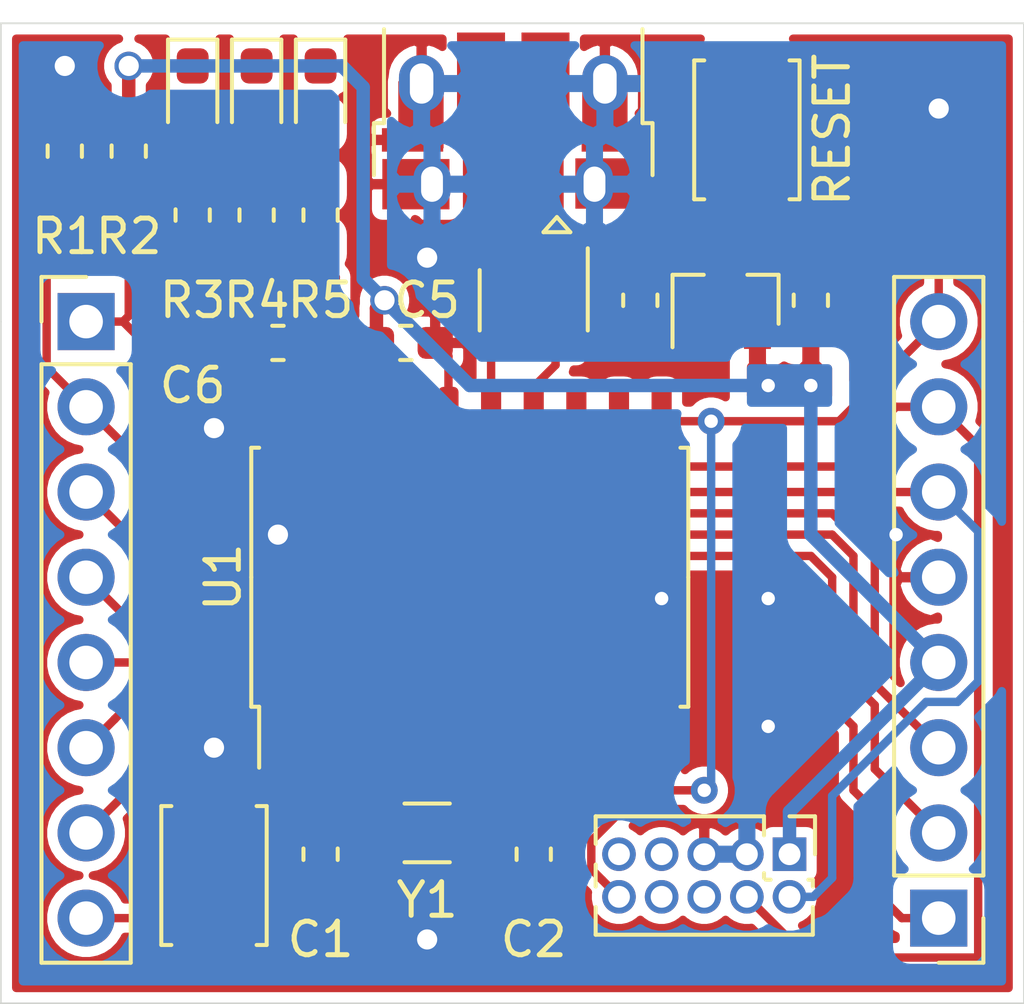
<source format=kicad_pcb>
(kicad_pcb (version 20171130) (host pcbnew 5.1.5-52549c5~84~ubuntu18.04.1)

  (general
    (thickness 1.6)
    (drawings 6)
    (tracks 236)
    (zones 0)
    (modules 24)
    (nets 27)
  )

  (page A4)
  (layers
    (0 F.Cu signal)
    (31 B.Cu signal)
    (32 B.Adhes user)
    (33 F.Adhes user)
    (34 B.Paste user)
    (35 F.Paste user)
    (36 B.SilkS user)
    (37 F.SilkS user)
    (38 B.Mask user)
    (39 F.Mask user)
    (40 Dwgs.User user)
    (41 Cmts.User user)
    (42 Eco1.User user)
    (43 Eco2.User user)
    (44 Edge.Cuts user)
    (45 Margin user)
    (46 B.CrtYd user)
    (47 F.CrtYd user)
    (48 B.Fab user hide)
    (49 F.Fab user hide)
  )

  (setup
    (last_trace_width 0.25)
    (trace_clearance 0.2)
    (zone_clearance 0.508)
    (zone_45_only no)
    (trace_min 0.2)
    (via_size 0.8)
    (via_drill 0.4)
    (via_min_size 0.4)
    (via_min_drill 0.3)
    (uvia_size 0.3)
    (uvia_drill 0.1)
    (uvias_allowed no)
    (uvia_min_size 0.2)
    (uvia_min_drill 0.1)
    (edge_width 0.05)
    (segment_width 0.2)
    (pcb_text_width 0.3)
    (pcb_text_size 1.5 1.5)
    (mod_edge_width 0.12)
    (mod_text_size 1 1)
    (mod_text_width 0.15)
    (pad_size 1.524 1.524)
    (pad_drill 0.762)
    (pad_to_mask_clearance 0.051)
    (solder_mask_min_width 0.25)
    (aux_axis_origin 0 0)
    (visible_elements FFFFFF7F)
    (pcbplotparams
      (layerselection 0x010fc_ffffffff)
      (usegerberextensions false)
      (usegerberattributes false)
      (usegerberadvancedattributes false)
      (creategerberjobfile false)
      (excludeedgelayer true)
      (linewidth 0.100000)
      (plotframeref false)
      (viasonmask false)
      (mode 1)
      (useauxorigin false)
      (hpglpennumber 1)
      (hpglpenspeed 20)
      (hpglpendiameter 15.000000)
      (psnegative false)
      (psa4output false)
      (plotreference true)
      (plotvalue true)
      (plotinvisibletext false)
      (padsonsilk false)
      (subtractmaskfromsilk false)
      (outputformat 1)
      (mirror false)
      (drillshape 1)
      (scaleselection 1)
      (outputdirectory ""))
  )

  (net 0 "")
  (net 1 "Net-(C1-Pad1)")
  (net 2 GND)
  (net 3 "Net-(C2-Pad1)")
  (net 4 VBUS)
  (net 5 +3V3)
  (net 6 /PA03)
  (net 7 /PA04)
  (net 8 /PA02)
  (net 9 /PA31)
  (net 10 /PA30)
  (net 11 /~RST)
  (net 12 /USB_D-)
  (net 13 /USB_D+)
  (net 14 /PA05)
  (net 15 /PA06)
  (net 16 /PA07)
  (net 17 /PA14)
  (net 18 /PA15)
  (net 19 /PA16)
  (net 20 /PA22)
  (net 21 /PA23)
  (net 22 "Net-(D1-Pad2)")
  (net 23 "Net-(D2-Pad2)")
  (net 24 "Net-(D3-Pad2)")
  (net 25 /USB_ESD_D-)
  (net 26 /USB_ESD_D+)

  (net_class Default "This is the default net class."
    (clearance 0.2)
    (trace_width 0.25)
    (via_dia 0.8)
    (via_drill 0.4)
    (uvia_dia 0.3)
    (uvia_drill 0.1)
    (add_net /PA02)
    (add_net /PA03)
    (add_net /PA04)
    (add_net /PA05)
    (add_net /PA06)
    (add_net /PA07)
    (add_net /PA14)
    (add_net /PA15)
    (add_net /PA16)
    (add_net /PA22)
    (add_net /PA23)
    (add_net /PA30)
    (add_net /PA31)
    (add_net /USB_D+)
    (add_net /USB_D-)
    (add_net /USB_ESD_D+)
    (add_net /USB_ESD_D-)
    (add_net /~RST)
    (add_net GND)
    (add_net "Net-(C1-Pad1)")
    (add_net "Net-(C2-Pad1)")
    (add_net "Net-(D1-Pad2)")
    (add_net "Net-(D2-Pad2)")
    (add_net "Net-(D3-Pad2)")
  )

  (net_class Power ""
    (clearance 0.2)
    (trace_width 0.4)
    (via_dia 0.85)
    (via_drill 0.6)
    (uvia_dia 0.3)
    (uvia_drill 0.1)
    (add_net +3V3)
    (add_net VBUS)
  )

  (module Package_TO_SOT_SMD:SOT-23-6 (layer F.Cu) (tedit 5A02FF57) (tstamp 5E34ACA5)
    (at 142.875 108.585 270)
    (descr "6-pin SOT-23 package")
    (tags SOT-23-6)
    (path /5E3A38D0)
    (attr smd)
    (fp_text reference U4 (at 0 -2.9 90) (layer F.SilkS) hide
      (effects (font (size 1 1) (thickness 0.15)))
    )
    (fp_text value USBLC6-2SC6 (at 0 2.9 90) (layer F.Fab)
      (effects (font (size 1 1) (thickness 0.15)))
    )
    (fp_line (start 0.9 -1.55) (end 0.9 1.55) (layer F.Fab) (width 0.1))
    (fp_line (start 0.9 1.55) (end -0.9 1.55) (layer F.Fab) (width 0.1))
    (fp_line (start -0.9 -0.9) (end -0.9 1.55) (layer F.Fab) (width 0.1))
    (fp_line (start 0.9 -1.55) (end -0.25 -1.55) (layer F.Fab) (width 0.1))
    (fp_line (start -0.9 -0.9) (end -0.25 -1.55) (layer F.Fab) (width 0.1))
    (fp_line (start -1.9 -1.8) (end -1.9 1.8) (layer F.CrtYd) (width 0.05))
    (fp_line (start -1.9 1.8) (end 1.9 1.8) (layer F.CrtYd) (width 0.05))
    (fp_line (start 1.9 1.8) (end 1.9 -1.8) (layer F.CrtYd) (width 0.05))
    (fp_line (start 1.9 -1.8) (end -1.9 -1.8) (layer F.CrtYd) (width 0.05))
    (fp_line (start 0.9 -1.61) (end -1.55 -1.61) (layer F.SilkS) (width 0.12))
    (fp_line (start -0.9 1.61) (end 0.9 1.61) (layer F.SilkS) (width 0.12))
    (fp_text user %R (at 0 0) (layer F.Fab)
      (effects (font (size 0.5 0.5) (thickness 0.075)))
    )
    (pad 5 smd rect (at 1.1 0 270) (size 1.06 0.65) (layers F.Cu F.Paste F.Mask)
      (net 4 VBUS))
    (pad 6 smd rect (at 1.1 -0.95 270) (size 1.06 0.65) (layers F.Cu F.Paste F.Mask)
      (net 25 /USB_ESD_D-))
    (pad 4 smd rect (at 1.1 0.95 270) (size 1.06 0.65) (layers F.Cu F.Paste F.Mask)
      (net 26 /USB_ESD_D+))
    (pad 3 smd rect (at -1.1 0.95 270) (size 1.06 0.65) (layers F.Cu F.Paste F.Mask)
      (net 13 /USB_D+))
    (pad 2 smd rect (at -1.1 0 270) (size 1.06 0.65) (layers F.Cu F.Paste F.Mask)
      (net 2 GND))
    (pad 1 smd rect (at -1.1 -0.95 270) (size 1.06 0.65) (layers F.Cu F.Paste F.Mask)
      (net 12 /USB_D-))
    (model ${KISYS3DMOD}/Package_TO_SOT_SMD.3dshapes/SOT-23-6.wrl
      (at (xyz 0 0 0))
      (scale (xyz 1 1 1))
      (rotate (xyz 0 0 0))
    )
  )

  (module Package_SO:SOIC-20W_7.5x12.8mm_P1.27mm (layer F.Cu) (tedit 5D9F72B1) (tstamp 5E32F571)
    (at 140.97 116.84 90)
    (descr "SOIC, 20 Pin (JEDEC MS-013AC, https://www.analog.com/media/en/package-pcb-resources/package/233848rw_20.pdf), generated with kicad-footprint-generator ipc_gullwing_generator.py")
    (tags "SOIC SO")
    (path /5E28BE4C)
    (attr smd)
    (fp_text reference U1 (at 0 -7.35 90) (layer F.SilkS)
      (effects (font (size 1 1) (thickness 0.15)))
    )
    (fp_text value ATSAMD11D14A-SS (at 0 7.35 90) (layer F.Fab)
      (effects (font (size 1 1) (thickness 0.15)))
    )
    (fp_line (start 0 6.51) (end 3.86 6.51) (layer F.SilkS) (width 0.12))
    (fp_line (start 3.86 6.51) (end 3.86 6.275) (layer F.SilkS) (width 0.12))
    (fp_line (start 0 6.51) (end -3.86 6.51) (layer F.SilkS) (width 0.12))
    (fp_line (start -3.86 6.51) (end -3.86 6.275) (layer F.SilkS) (width 0.12))
    (fp_line (start 0 -6.51) (end 3.86 -6.51) (layer F.SilkS) (width 0.12))
    (fp_line (start 3.86 -6.51) (end 3.86 -6.275) (layer F.SilkS) (width 0.12))
    (fp_line (start 0 -6.51) (end -3.86 -6.51) (layer F.SilkS) (width 0.12))
    (fp_line (start -3.86 -6.51) (end -3.86 -6.275) (layer F.SilkS) (width 0.12))
    (fp_line (start -3.86 -6.275) (end -5.675 -6.275) (layer F.SilkS) (width 0.12))
    (fp_line (start -2.75 -6.4) (end 3.75 -6.4) (layer F.Fab) (width 0.1))
    (fp_line (start 3.75 -6.4) (end 3.75 6.4) (layer F.Fab) (width 0.1))
    (fp_line (start 3.75 6.4) (end -3.75 6.4) (layer F.Fab) (width 0.1))
    (fp_line (start -3.75 6.4) (end -3.75 -5.4) (layer F.Fab) (width 0.1))
    (fp_line (start -3.75 -5.4) (end -2.75 -6.4) (layer F.Fab) (width 0.1))
    (fp_line (start -5.93 -6.65) (end -5.93 6.65) (layer F.CrtYd) (width 0.05))
    (fp_line (start -5.93 6.65) (end 5.93 6.65) (layer F.CrtYd) (width 0.05))
    (fp_line (start 5.93 6.65) (end 5.93 -6.65) (layer F.CrtYd) (width 0.05))
    (fp_line (start 5.93 -6.65) (end -5.93 -6.65) (layer F.CrtYd) (width 0.05))
    (fp_text user %R (at 0 0 90) (layer F.Fab)
      (effects (font (size 1 1) (thickness 0.15)))
    )
    (pad 1 smd roundrect (at -4.65 -5.715 90) (size 2.05 0.6) (layers F.Cu F.Paste F.Mask) (roundrect_rratio 0.25)
      (net 14 /PA05))
    (pad 2 smd roundrect (at -4.65 -4.445 90) (size 2.05 0.6) (layers F.Cu F.Paste F.Mask) (roundrect_rratio 0.25)
      (net 15 /PA06))
    (pad 3 smd roundrect (at -4.65 -3.175 90) (size 2.05 0.6) (layers F.Cu F.Paste F.Mask) (roundrect_rratio 0.25)
      (net 16 /PA07))
    (pad 4 smd roundrect (at -4.65 -1.905 90) (size 2.05 0.6) (layers F.Cu F.Paste F.Mask) (roundrect_rratio 0.25)
      (net 1 "Net-(C1-Pad1)"))
    (pad 5 smd roundrect (at -4.65 -0.635 90) (size 2.05 0.6) (layers F.Cu F.Paste F.Mask) (roundrect_rratio 0.25)
      (net 3 "Net-(C2-Pad1)"))
    (pad 6 smd roundrect (at -4.65 0.635 90) (size 2.05 0.6) (layers F.Cu F.Paste F.Mask) (roundrect_rratio 0.25)
      (net 17 /PA14))
    (pad 7 smd roundrect (at -4.65 1.905 90) (size 2.05 0.6) (layers F.Cu F.Paste F.Mask) (roundrect_rratio 0.25)
      (net 18 /PA15))
    (pad 8 smd roundrect (at -4.65 3.175 90) (size 2.05 0.6) (layers F.Cu F.Paste F.Mask) (roundrect_rratio 0.25)
      (net 19 /PA16))
    (pad 9 smd roundrect (at -4.65 4.445 90) (size 2.05 0.6) (layers F.Cu F.Paste F.Mask) (roundrect_rratio 0.25)
      (net 20 /PA22))
    (pad 10 smd roundrect (at -4.65 5.715 90) (size 2.05 0.6) (layers F.Cu F.Paste F.Mask) (roundrect_rratio 0.25)
      (net 21 /PA23))
    (pad 11 smd roundrect (at 4.65 5.715 90) (size 2.05 0.6) (layers F.Cu F.Paste F.Mask) (roundrect_rratio 0.25)
      (net 11 /~RST))
    (pad 12 smd roundrect (at 4.65 4.445 90) (size 2.05 0.6) (layers F.Cu F.Paste F.Mask) (roundrect_rratio 0.25)
      (net 10 /PA30))
    (pad 13 smd roundrect (at 4.65 3.175 90) (size 2.05 0.6) (layers F.Cu F.Paste F.Mask) (roundrect_rratio 0.25)
      (net 9 /PA31))
    (pad 14 smd roundrect (at 4.65 1.905 90) (size 2.05 0.6) (layers F.Cu F.Paste F.Mask) (roundrect_rratio 0.25)
      (net 25 /USB_ESD_D-))
    (pad 15 smd roundrect (at 4.65 0.635 90) (size 2.05 0.6) (layers F.Cu F.Paste F.Mask) (roundrect_rratio 0.25)
      (net 26 /USB_ESD_D+))
    (pad 16 smd roundrect (at 4.65 -0.635 90) (size 2.05 0.6) (layers F.Cu F.Paste F.Mask) (roundrect_rratio 0.25)
      (net 2 GND))
    (pad 17 smd roundrect (at 4.65 -1.905 90) (size 2.05 0.6) (layers F.Cu F.Paste F.Mask) (roundrect_rratio 0.25)
      (net 5 +3V3))
    (pad 18 smd roundrect (at 4.65 -3.175 90) (size 2.05 0.6) (layers F.Cu F.Paste F.Mask) (roundrect_rratio 0.25)
      (net 8 /PA02))
    (pad 19 smd roundrect (at 4.65 -4.445 90) (size 2.05 0.6) (layers F.Cu F.Paste F.Mask) (roundrect_rratio 0.25)
      (net 6 /PA03))
    (pad 20 smd roundrect (at 4.65 -5.715 90) (size 2.05 0.6) (layers F.Cu F.Paste F.Mask) (roundrect_rratio 0.25)
      (net 7 /PA04))
    (model ${KISYS3DMOD}/Package_SO.3dshapes/SOIC-20W_7.5x12.8mm_P1.27mm.wrl
      (at (xyz 0 0 0))
      (scale (xyz 1 1 1))
      (rotate (xyz 0 0 0))
    )
  )

  (module Crystal:Crystal_SMD_3215-2Pin_3.2x1.5mm (layer F.Cu) (tedit 5A0FD1B2) (tstamp 5E35A159)
    (at 139.7 124.46 180)
    (descr "SMD Crystal FC-135 https://support.epson.biz/td/api/doc_check.php?dl=brief_FC-135R_en.pdf")
    (tags "SMD SMT Crystal")
    (path /5E28E846)
    (attr smd)
    (fp_text reference Y1 (at 0 -2) (layer F.SilkS)
      (effects (font (size 1 1) (thickness 0.15)))
    )
    (fp_text value "32.768 kHz" (at 0 2) (layer F.Fab)
      (effects (font (size 1 1) (thickness 0.15)))
    )
    (fp_line (start 2 -1.15) (end 2 1.15) (layer F.CrtYd) (width 0.05))
    (fp_line (start -2 -1.15) (end -2 1.15) (layer F.CrtYd) (width 0.05))
    (fp_line (start -2 1.15) (end 2 1.15) (layer F.CrtYd) (width 0.05))
    (fp_line (start -1.6 0.75) (end 1.6 0.75) (layer F.Fab) (width 0.1))
    (fp_line (start -1.6 -0.75) (end 1.6 -0.75) (layer F.Fab) (width 0.1))
    (fp_line (start 1.6 -0.75) (end 1.6 0.75) (layer F.Fab) (width 0.1))
    (fp_line (start -0.675 -0.875) (end 0.675 -0.875) (layer F.SilkS) (width 0.12))
    (fp_line (start -0.675 0.875) (end 0.675 0.875) (layer F.SilkS) (width 0.12))
    (fp_line (start -1.6 -0.75) (end -1.6 0.75) (layer F.Fab) (width 0.1))
    (fp_line (start -2 -1.15) (end 2 -1.15) (layer F.CrtYd) (width 0.05))
    (fp_text user %R (at 0 -2) (layer F.Fab)
      (effects (font (size 1 1) (thickness 0.15)))
    )
    (pad 2 smd rect (at -1.25 0 180) (size 1 1.8) (layers F.Cu F.Paste F.Mask)
      (net 3 "Net-(C2-Pad1)"))
    (pad 1 smd rect (at 1.25 0 180) (size 1 1.8) (layers F.Cu F.Paste F.Mask)
      (net 1 "Net-(C1-Pad1)"))
    (model ${KISYS3DMOD}/Crystal.3dshapes/Crystal_SMD_3215-2Pin_3.2x1.5mm.wrl
      (at (xyz 0 0 0))
      (scale (xyz 1 1 1))
      (rotate (xyz 0 0 0))
    )
  )

  (module Connector_USB:USB_Micro-B_Amphenol_10103594-0001LF_Horizontal (layer F.Cu) (tedit 5A1DC0BD) (tstamp 5E32F810)
    (at 142.24 103.24 180)
    (descr "Micro USB Type B 10103594-0001LF, http://cdn.amphenol-icc.com/media/wysiwyg/files/drawing/10103594.pdf")
    (tags "USB USB_B USB_micro USB_OTG")
    (path /5E293119)
    (attr smd)
    (fp_text reference J2 (at 1.925 -3.365) (layer F.SilkS) hide
      (effects (font (size 1 1) (thickness 0.15)))
    )
    (fp_text value USB_B_Micro (at -0.025 4.435) (layer F.Fab)
      (effects (font (size 1 1) (thickness 0.15)))
    )
    (fp_text user "PCB edge" (at -0.025 2.235) (layer Dwgs.User)
      (effects (font (size 0.5 0.5) (thickness 0.075)))
    )
    (fp_text user %R (at -0.025 -0.015) (layer F.Fab)
      (effects (font (size 1 1) (thickness 0.15)))
    )
    (fp_line (start -4.175 -0.065) (end -4.175 -1.615) (layer F.SilkS) (width 0.12))
    (fp_line (start -4.175 -0.065) (end -3.875 -0.065) (layer F.SilkS) (width 0.12))
    (fp_line (start -3.875 2.735) (end -3.875 -0.065) (layer F.SilkS) (width 0.12))
    (fp_line (start 4.125 -0.065) (end 4.125 -1.615) (layer F.SilkS) (width 0.12))
    (fp_line (start 3.825 -0.065) (end 4.125 -0.065) (layer F.SilkS) (width 0.12))
    (fp_line (start 3.825 2.735) (end 3.825 -0.065) (layer F.SilkS) (width 0.12))
    (fp_line (start -0.925 -3.315) (end -1.325 -2.865) (layer F.SilkS) (width 0.12))
    (fp_line (start -1.725 -3.315) (end -0.925 -3.315) (layer F.SilkS) (width 0.12))
    (fp_line (start -1.325 -2.865) (end -1.725 -3.315) (layer F.SilkS) (width 0.12))
    (fp_line (start -3.775 -0.865) (end -2.975 -1.615) (layer F.Fab) (width 0.12))
    (fp_line (start 3.725 3.335) (end -3.775 3.335) (layer F.Fab) (width 0.12))
    (fp_line (start 3.725 -1.615) (end 3.725 3.335) (layer F.Fab) (width 0.12))
    (fp_line (start -2.975 -1.615) (end 3.725 -1.615) (layer F.Fab) (width 0.12))
    (fp_line (start -3.775 3.335) (end -3.775 -0.865) (layer F.Fab) (width 0.12))
    (fp_line (start -4.025 2.835) (end 3.975 2.835) (layer Dwgs.User) (width 0.1))
    (fp_line (start -4.13 -2.88) (end 4.14 -2.88) (layer F.CrtYd) (width 0.05))
    (fp_line (start -4.13 -2.88) (end -4.13 3.58) (layer F.CrtYd) (width 0.05))
    (fp_line (start 4.14 3.58) (end 4.14 -2.88) (layer F.CrtYd) (width 0.05))
    (fp_line (start 4.14 3.58) (end -4.13 3.58) (layer F.CrtYd) (width 0.05))
    (pad 6 smd rect (at 2.725 0.185 180) (size 1.35 2) (layers F.Cu F.Paste F.Mask)
      (net 2 GND))
    (pad 6 smd rect (at -2.755 0.185 180) (size 1.35 2) (layers F.Cu F.Paste F.Mask)
      (net 2 GND))
    (pad 6 smd rect (at -2.975 -0.565 180) (size 1.825 0.7) (layers F.Cu F.Paste F.Mask)
      (net 2 GND))
    (pad 6 smd rect (at 2.975 -0.565 180) (size 1.825 0.7) (layers F.Cu F.Paste F.Mask)
      (net 2 GND))
    (pad 6 smd rect (at -2.875 -1.865 180) (size 2 1.5) (layers F.Cu F.Paste F.Mask)
      (net 2 GND))
    (pad 6 smd rect (at 2.875 -1.885 180) (size 2 1.5) (layers F.Cu F.Paste F.Mask)
      (net 2 GND))
    (pad 1 smd rect (at -1.325 -1.765 270) (size 1.65 0.4) (layers F.Cu F.Paste F.Mask)
      (net 4 VBUS))
    (pad 2 smd rect (at -0.675 -1.765 270) (size 1.65 0.4) (layers F.Cu F.Paste F.Mask)
      (net 12 /USB_D-))
    (pad 3 smd rect (at -0.025 -1.765 270) (size 1.65 0.4) (layers F.Cu F.Paste F.Mask)
      (net 13 /USB_D+))
    (pad 4 smd rect (at 0.625 -1.765 270) (size 1.65 0.4) (layers F.Cu F.Paste F.Mask))
    (pad 5 smd rect (at 1.275 -1.765 270) (size 1.65 0.4) (layers F.Cu F.Paste F.Mask)
      (net 2 GND))
    (pad 6 thru_hole oval (at -2.445 -1.885 270) (size 1.5 1.1) (drill oval 1.05 0.65) (layers *.Cu *.Mask)
      (net 2 GND))
    (pad 6 thru_hole oval (at 2.395 -1.885 270) (size 1.5 1.1) (drill oval 1.05 0.65) (layers *.Cu *.Mask)
      (net 2 GND))
    (pad 6 thru_hole oval (at -2.755 1.115 270) (size 1.7 1.35) (drill oval 1.2 0.7) (layers *.Cu *.Mask)
      (net 2 GND))
    (pad 6 thru_hole oval (at 2.705 1.115 270) (size 1.7 1.35) (drill oval 1.2 0.7) (layers *.Cu *.Mask)
      (net 2 GND))
    (pad 6 smd rect (at -0.985 1.385 270) (size 2.5 1.43) (layers F.Cu F.Paste F.Mask)
      (net 2 GND))
    (pad 6 smd rect (at 0.935 1.385 270) (size 2.5 1.43) (layers F.Cu F.Paste F.Mask)
      (net 2 GND))
    (model ${KISYS3DMOD}/Connector_USB.3dshapes/USB_Micro-B_Amphenol_10103594-0001LF_Horizontal.wrl
      (at (xyz 0 0 0))
      (scale (xyz 1 1 1))
      (rotate (xyz 0 0 0))
    )
  )

  (module Capacitor_SMD:C_0603_1608Metric_Pad1.05x0.95mm_HandSolder (layer F.Cu) (tedit 5B301BBE) (tstamp 5E35A1EC)
    (at 136.525 125.095 270)
    (descr "Capacitor SMD 0603 (1608 Metric), square (rectangular) end terminal, IPC_7351 nominal with elongated pad for handsoldering. (Body size source: http://www.tortai-tech.com/upload/download/2011102023233369053.pdf), generated with kicad-footprint-generator")
    (tags "capacitor handsolder")
    (path /5E28F92A)
    (attr smd)
    (fp_text reference C1 (at 2.54 0 180) (layer F.SilkS)
      (effects (font (size 1 1) (thickness 0.15)))
    )
    (fp_text value 15p (at 0 1.43 90) (layer F.Fab)
      (effects (font (size 1 1) (thickness 0.15)))
    )
    (fp_line (start -0.8 0.4) (end -0.8 -0.4) (layer F.Fab) (width 0.1))
    (fp_line (start -0.8 -0.4) (end 0.8 -0.4) (layer F.Fab) (width 0.1))
    (fp_line (start 0.8 -0.4) (end 0.8 0.4) (layer F.Fab) (width 0.1))
    (fp_line (start 0.8 0.4) (end -0.8 0.4) (layer F.Fab) (width 0.1))
    (fp_line (start -0.171267 -0.51) (end 0.171267 -0.51) (layer F.SilkS) (width 0.12))
    (fp_line (start -0.171267 0.51) (end 0.171267 0.51) (layer F.SilkS) (width 0.12))
    (fp_line (start -1.65 0.73) (end -1.65 -0.73) (layer F.CrtYd) (width 0.05))
    (fp_line (start -1.65 -0.73) (end 1.65 -0.73) (layer F.CrtYd) (width 0.05))
    (fp_line (start 1.65 -0.73) (end 1.65 0.73) (layer F.CrtYd) (width 0.05))
    (fp_line (start 1.65 0.73) (end -1.65 0.73) (layer F.CrtYd) (width 0.05))
    (fp_text user %R (at 0 0 90) (layer F.Fab)
      (effects (font (size 0.4 0.4) (thickness 0.06)))
    )
    (pad 1 smd roundrect (at -0.875 0 270) (size 1.05 0.95) (layers F.Cu F.Paste F.Mask) (roundrect_rratio 0.25)
      (net 1 "Net-(C1-Pad1)"))
    (pad 2 smd roundrect (at 0.875 0 270) (size 1.05 0.95) (layers F.Cu F.Paste F.Mask) (roundrect_rratio 0.25)
      (net 2 GND))
    (model ${KISYS3DMOD}/Capacitor_SMD.3dshapes/C_0603_1608Metric.wrl
      (at (xyz 0 0 0))
      (scale (xyz 1 1 1))
      (rotate (xyz 0 0 0))
    )
  )

  (module Capacitor_SMD:C_0603_1608Metric_Pad1.05x0.95mm_HandSolder (layer F.Cu) (tedit 5B301BBE) (tstamp 5E32F872)
    (at 142.875 125.095 270)
    (descr "Capacitor SMD 0603 (1608 Metric), square (rectangular) end terminal, IPC_7351 nominal with elongated pad for handsoldering. (Body size source: http://www.tortai-tech.com/upload/download/2011102023233369053.pdf), generated with kicad-footprint-generator")
    (tags "capacitor handsolder")
    (path /5E2900F4)
    (attr smd)
    (fp_text reference C2 (at 2.54 0 180) (layer F.SilkS)
      (effects (font (size 1 1) (thickness 0.15)))
    )
    (fp_text value 15p (at 0 1.43 90) (layer F.Fab)
      (effects (font (size 1 1) (thickness 0.15)))
    )
    (fp_text user %R (at 0 0 90) (layer F.Fab)
      (effects (font (size 0.4 0.4) (thickness 0.06)))
    )
    (fp_line (start 1.65 0.73) (end -1.65 0.73) (layer F.CrtYd) (width 0.05))
    (fp_line (start 1.65 -0.73) (end 1.65 0.73) (layer F.CrtYd) (width 0.05))
    (fp_line (start -1.65 -0.73) (end 1.65 -0.73) (layer F.CrtYd) (width 0.05))
    (fp_line (start -1.65 0.73) (end -1.65 -0.73) (layer F.CrtYd) (width 0.05))
    (fp_line (start -0.171267 0.51) (end 0.171267 0.51) (layer F.SilkS) (width 0.12))
    (fp_line (start -0.171267 -0.51) (end 0.171267 -0.51) (layer F.SilkS) (width 0.12))
    (fp_line (start 0.8 0.4) (end -0.8 0.4) (layer F.Fab) (width 0.1))
    (fp_line (start 0.8 -0.4) (end 0.8 0.4) (layer F.Fab) (width 0.1))
    (fp_line (start -0.8 -0.4) (end 0.8 -0.4) (layer F.Fab) (width 0.1))
    (fp_line (start -0.8 0.4) (end -0.8 -0.4) (layer F.Fab) (width 0.1))
    (pad 2 smd roundrect (at 0.875 0 270) (size 1.05 0.95) (layers F.Cu F.Paste F.Mask) (roundrect_rratio 0.25)
      (net 2 GND))
    (pad 1 smd roundrect (at -0.875 0 270) (size 1.05 0.95) (layers F.Cu F.Paste F.Mask) (roundrect_rratio 0.25)
      (net 3 "Net-(C2-Pad1)"))
    (model ${KISYS3DMOD}/Capacitor_SMD.3dshapes/C_0603_1608Metric.wrl
      (at (xyz 0 0 0))
      (scale (xyz 1 1 1))
      (rotate (xyz 0 0 0))
    )
  )

  (module Capacitor_SMD:C_0603_1608Metric_Pad1.05x0.95mm_HandSolder (layer F.Cu) (tedit 5B301BBE) (tstamp 5E35ACF7)
    (at 146.05 108.585 90)
    (descr "Capacitor SMD 0603 (1608 Metric), square (rectangular) end terminal, IPC_7351 nominal with elongated pad for handsoldering. (Body size source: http://www.tortai-tech.com/upload/download/2011102023233369053.pdf), generated with kicad-footprint-generator")
    (tags "capacitor handsolder")
    (path /5E2FFE5A)
    (attr smd)
    (fp_text reference C3 (at 2.54 0.635 90) (layer F.SilkS) hide
      (effects (font (size 1 1) (thickness 0.15)))
    )
    (fp_text value 4u7 (at 0 1.43 90) (layer F.Fab)
      (effects (font (size 1 1) (thickness 0.15)))
    )
    (fp_line (start -0.8 0.4) (end -0.8 -0.4) (layer F.Fab) (width 0.1))
    (fp_line (start -0.8 -0.4) (end 0.8 -0.4) (layer F.Fab) (width 0.1))
    (fp_line (start 0.8 -0.4) (end 0.8 0.4) (layer F.Fab) (width 0.1))
    (fp_line (start 0.8 0.4) (end -0.8 0.4) (layer F.Fab) (width 0.1))
    (fp_line (start -0.171267 -0.51) (end 0.171267 -0.51) (layer F.SilkS) (width 0.12))
    (fp_line (start -0.171267 0.51) (end 0.171267 0.51) (layer F.SilkS) (width 0.12))
    (fp_line (start -1.65 0.73) (end -1.65 -0.73) (layer F.CrtYd) (width 0.05))
    (fp_line (start -1.65 -0.73) (end 1.65 -0.73) (layer F.CrtYd) (width 0.05))
    (fp_line (start 1.65 -0.73) (end 1.65 0.73) (layer F.CrtYd) (width 0.05))
    (fp_line (start 1.65 0.73) (end -1.65 0.73) (layer F.CrtYd) (width 0.05))
    (fp_text user %R (at 0 0 90) (layer F.Fab)
      (effects (font (size 0.4 0.4) (thickness 0.06)))
    )
    (pad 1 smd roundrect (at -0.875 0 90) (size 1.05 0.95) (layers F.Cu F.Paste F.Mask) (roundrect_rratio 0.25)
      (net 2 GND))
    (pad 2 smd roundrect (at 0.875 0 90) (size 1.05 0.95) (layers F.Cu F.Paste F.Mask) (roundrect_rratio 0.25)
      (net 4 VBUS))
    (model ${KISYS3DMOD}/Capacitor_SMD.3dshapes/C_0603_1608Metric.wrl
      (at (xyz 0 0 0))
      (scale (xyz 1 1 1))
      (rotate (xyz 0 0 0))
    )
  )

  (module Capacitor_SMD:C_0603_1608Metric_Pad1.05x0.95mm_HandSolder (layer F.Cu) (tedit 5B301BBE) (tstamp 5E32F8D2)
    (at 151.13 108.585 270)
    (descr "Capacitor SMD 0603 (1608 Metric), square (rectangular) end terminal, IPC_7351 nominal with elongated pad for handsoldering. (Body size source: http://www.tortai-tech.com/upload/download/2011102023233369053.pdf), generated with kicad-footprint-generator")
    (tags "capacitor handsolder")
    (path /5E302954)
    (attr smd)
    (fp_text reference C4 (at 0 -1.43 90) (layer F.SilkS) hide
      (effects (font (size 1 1) (thickness 0.15)))
    )
    (fp_text value 4u7 (at 0 1.43 90) (layer F.Fab)
      (effects (font (size 1 1) (thickness 0.15)))
    )
    (fp_text user %R (at 0 0 90) (layer F.Fab)
      (effects (font (size 0.4 0.4) (thickness 0.06)))
    )
    (fp_line (start 1.65 0.73) (end -1.65 0.73) (layer F.CrtYd) (width 0.05))
    (fp_line (start 1.65 -0.73) (end 1.65 0.73) (layer F.CrtYd) (width 0.05))
    (fp_line (start -1.65 -0.73) (end 1.65 -0.73) (layer F.CrtYd) (width 0.05))
    (fp_line (start -1.65 0.73) (end -1.65 -0.73) (layer F.CrtYd) (width 0.05))
    (fp_line (start -0.171267 0.51) (end 0.171267 0.51) (layer F.SilkS) (width 0.12))
    (fp_line (start -0.171267 -0.51) (end 0.171267 -0.51) (layer F.SilkS) (width 0.12))
    (fp_line (start 0.8 0.4) (end -0.8 0.4) (layer F.Fab) (width 0.1))
    (fp_line (start 0.8 -0.4) (end 0.8 0.4) (layer F.Fab) (width 0.1))
    (fp_line (start -0.8 -0.4) (end 0.8 -0.4) (layer F.Fab) (width 0.1))
    (fp_line (start -0.8 0.4) (end -0.8 -0.4) (layer F.Fab) (width 0.1))
    (pad 2 smd roundrect (at 0.875 0 270) (size 1.05 0.95) (layers F.Cu F.Paste F.Mask) (roundrect_rratio 0.25)
      (net 5 +3V3))
    (pad 1 smd roundrect (at -0.875 0 270) (size 1.05 0.95) (layers F.Cu F.Paste F.Mask) (roundrect_rratio 0.25)
      (net 2 GND))
    (model ${KISYS3DMOD}/Capacitor_SMD.3dshapes/C_0603_1608Metric.wrl
      (at (xyz 0 0 0))
      (scale (xyz 1 1 1))
      (rotate (xyz 0 0 0))
    )
  )

  (module Capacitor_SMD:C_0603_1608Metric_Pad1.05x0.95mm_HandSolder (layer F.Cu) (tedit 5B301BBE) (tstamp 5E32F4BB)
    (at 139.065 109.855 180)
    (descr "Capacitor SMD 0603 (1608 Metric), square (rectangular) end terminal, IPC_7351 nominal with elongated pad for handsoldering. (Body size source: http://www.tortai-tech.com/upload/download/2011102023233369053.pdf), generated with kicad-footprint-generator")
    (tags "capacitor handsolder")
    (path /5E305ECB)
    (attr smd)
    (fp_text reference C5 (at -0.635 1.27) (layer F.SilkS)
      (effects (font (size 1 1) (thickness 0.15)))
    )
    (fp_text value 100n (at 0 1.43) (layer F.Fab)
      (effects (font (size 1 1) (thickness 0.15)))
    )
    (fp_line (start -0.8 0.4) (end -0.8 -0.4) (layer F.Fab) (width 0.1))
    (fp_line (start -0.8 -0.4) (end 0.8 -0.4) (layer F.Fab) (width 0.1))
    (fp_line (start 0.8 -0.4) (end 0.8 0.4) (layer F.Fab) (width 0.1))
    (fp_line (start 0.8 0.4) (end -0.8 0.4) (layer F.Fab) (width 0.1))
    (fp_line (start -0.171267 -0.51) (end 0.171267 -0.51) (layer F.SilkS) (width 0.12))
    (fp_line (start -0.171267 0.51) (end 0.171267 0.51) (layer F.SilkS) (width 0.12))
    (fp_line (start -1.65 0.73) (end -1.65 -0.73) (layer F.CrtYd) (width 0.05))
    (fp_line (start -1.65 -0.73) (end 1.65 -0.73) (layer F.CrtYd) (width 0.05))
    (fp_line (start 1.65 -0.73) (end 1.65 0.73) (layer F.CrtYd) (width 0.05))
    (fp_line (start 1.65 0.73) (end -1.65 0.73) (layer F.CrtYd) (width 0.05))
    (fp_text user %R (at 0 0) (layer F.Fab)
      (effects (font (size 0.4 0.4) (thickness 0.06)))
    )
    (pad 1 smd roundrect (at -0.875 0 180) (size 1.05 0.95) (layers F.Cu F.Paste F.Mask) (roundrect_rratio 0.25)
      (net 2 GND))
    (pad 2 smd roundrect (at 0.875 0 180) (size 1.05 0.95) (layers F.Cu F.Paste F.Mask) (roundrect_rratio 0.25)
      (net 5 +3V3))
    (model ${KISYS3DMOD}/Capacitor_SMD.3dshapes/C_0603_1608Metric.wrl
      (at (xyz 0 0 0))
      (scale (xyz 1 1 1))
      (rotate (xyz 0 0 0))
    )
  )

  (module Capacitor_SMD:C_0603_1608Metric_Pad1.05x0.95mm_HandSolder (layer F.Cu) (tedit 5B301BBE) (tstamp 5E32F42B)
    (at 135.255 109.855)
    (descr "Capacitor SMD 0603 (1608 Metric), square (rectangular) end terminal, IPC_7351 nominal with elongated pad for handsoldering. (Body size source: http://www.tortai-tech.com/upload/download/2011102023233369053.pdf), generated with kicad-footprint-generator")
    (tags "capacitor handsolder")
    (path /5E374915)
    (attr smd)
    (fp_text reference C6 (at -2.54 1.27 180) (layer F.SilkS)
      (effects (font (size 1 1) (thickness 0.15)))
    )
    (fp_text value 100n (at 0 1.43) (layer F.Fab)
      (effects (font (size 1 1) (thickness 0.15)))
    )
    (fp_text user %R (at 0 0) (layer F.Fab)
      (effects (font (size 0.4 0.4) (thickness 0.06)))
    )
    (fp_line (start 1.65 0.73) (end -1.65 0.73) (layer F.CrtYd) (width 0.05))
    (fp_line (start 1.65 -0.73) (end 1.65 0.73) (layer F.CrtYd) (width 0.05))
    (fp_line (start -1.65 -0.73) (end 1.65 -0.73) (layer F.CrtYd) (width 0.05))
    (fp_line (start -1.65 0.73) (end -1.65 -0.73) (layer F.CrtYd) (width 0.05))
    (fp_line (start -0.171267 0.51) (end 0.171267 0.51) (layer F.SilkS) (width 0.12))
    (fp_line (start -0.171267 -0.51) (end 0.171267 -0.51) (layer F.SilkS) (width 0.12))
    (fp_line (start 0.8 0.4) (end -0.8 0.4) (layer F.Fab) (width 0.1))
    (fp_line (start 0.8 -0.4) (end 0.8 0.4) (layer F.Fab) (width 0.1))
    (fp_line (start -0.8 -0.4) (end 0.8 -0.4) (layer F.Fab) (width 0.1))
    (fp_line (start -0.8 0.4) (end -0.8 -0.4) (layer F.Fab) (width 0.1))
    (pad 2 smd roundrect (at 0.875 0) (size 1.05 0.95) (layers F.Cu F.Paste F.Mask) (roundrect_rratio 0.25)
      (net 6 /PA03))
    (pad 1 smd roundrect (at -0.875 0) (size 1.05 0.95) (layers F.Cu F.Paste F.Mask) (roundrect_rratio 0.25)
      (net 2 GND))
    (model ${KISYS3DMOD}/Capacitor_SMD.3dshapes/C_0603_1608Metric.wrl
      (at (xyz 0 0 0))
      (scale (xyz 1 1 1))
      (rotate (xyz 0 0 0))
    )
  )

  (module LED_SMD:LED_0603_1608Metric_Pad1.05x0.95mm_HandSolder (layer F.Cu) (tedit 5B4B45C9) (tstamp 5E32F523)
    (at 132.715 102.475 270)
    (descr "LED SMD 0603 (1608 Metric), square (rectangular) end terminal, IPC_7351 nominal, (Body size source: http://www.tortai-tech.com/upload/download/2011102023233369053.pdf), generated with kicad-footprint-generator")
    (tags "LED handsolder")
    (path /5E34EE12)
    (attr smd)
    (fp_text reference D1 (at 0 -1.43 90) (layer F.SilkS) hide
      (effects (font (size 1 1) (thickness 0.15)))
    )
    (fp_text value LED (at 0 1.43 90) (layer F.Fab)
      (effects (font (size 1 1) (thickness 0.15)))
    )
    (fp_line (start 0.8 -0.4) (end -0.5 -0.4) (layer F.Fab) (width 0.1))
    (fp_line (start -0.5 -0.4) (end -0.8 -0.1) (layer F.Fab) (width 0.1))
    (fp_line (start -0.8 -0.1) (end -0.8 0.4) (layer F.Fab) (width 0.1))
    (fp_line (start -0.8 0.4) (end 0.8 0.4) (layer F.Fab) (width 0.1))
    (fp_line (start 0.8 0.4) (end 0.8 -0.4) (layer F.Fab) (width 0.1))
    (fp_line (start 0.8 -0.735) (end -1.66 -0.735) (layer F.SilkS) (width 0.12))
    (fp_line (start -1.66 -0.735) (end -1.66 0.735) (layer F.SilkS) (width 0.12))
    (fp_line (start -1.66 0.735) (end 0.8 0.735) (layer F.SilkS) (width 0.12))
    (fp_line (start -1.65 0.73) (end -1.65 -0.73) (layer F.CrtYd) (width 0.05))
    (fp_line (start -1.65 -0.73) (end 1.65 -0.73) (layer F.CrtYd) (width 0.05))
    (fp_line (start 1.65 -0.73) (end 1.65 0.73) (layer F.CrtYd) (width 0.05))
    (fp_line (start 1.65 0.73) (end -1.65 0.73) (layer F.CrtYd) (width 0.05))
    (fp_text user %R (at 0 0 90) (layer F.Fab)
      (effects (font (size 0.4 0.4) (thickness 0.06)))
    )
    (pad 1 smd roundrect (at -0.875 0 270) (size 1.05 0.95) (layers F.Cu F.Paste F.Mask) (roundrect_rratio 0.25)
      (net 2 GND))
    (pad 2 smd roundrect (at 0.875 0 270) (size 1.05 0.95) (layers F.Cu F.Paste F.Mask) (roundrect_rratio 0.25)
      (net 22 "Net-(D1-Pad2)"))
    (model ${KISYS3DMOD}/LED_SMD.3dshapes/LED_0603_1608Metric.wrl
      (at (xyz 0 0 0))
      (scale (xyz 1 1 1))
      (rotate (xyz 0 0 0))
    )
  )

  (module LED_SMD:LED_0603_1608Metric_Pad1.05x0.95mm_HandSolder (layer F.Cu) (tedit 5B4B45C9) (tstamp 5E32F3F7)
    (at 134.62 102.475 270)
    (descr "LED SMD 0603 (1608 Metric), square (rectangular) end terminal, IPC_7351 nominal, (Body size source: http://www.tortai-tech.com/upload/download/2011102023233369053.pdf), generated with kicad-footprint-generator")
    (tags "LED handsolder")
    (path /5E34F43C)
    (attr smd)
    (fp_text reference D2 (at 0 -1.43 90) (layer F.SilkS) hide
      (effects (font (size 1 1) (thickness 0.15)))
    )
    (fp_text value LED (at 0 1.43 90) (layer F.Fab)
      (effects (font (size 1 1) (thickness 0.15)))
    )
    (fp_text user %R (at 0 0 90) (layer F.Fab)
      (effects (font (size 0.4 0.4) (thickness 0.06)))
    )
    (fp_line (start 1.65 0.73) (end -1.65 0.73) (layer F.CrtYd) (width 0.05))
    (fp_line (start 1.65 -0.73) (end 1.65 0.73) (layer F.CrtYd) (width 0.05))
    (fp_line (start -1.65 -0.73) (end 1.65 -0.73) (layer F.CrtYd) (width 0.05))
    (fp_line (start -1.65 0.73) (end -1.65 -0.73) (layer F.CrtYd) (width 0.05))
    (fp_line (start -1.66 0.735) (end 0.8 0.735) (layer F.SilkS) (width 0.12))
    (fp_line (start -1.66 -0.735) (end -1.66 0.735) (layer F.SilkS) (width 0.12))
    (fp_line (start 0.8 -0.735) (end -1.66 -0.735) (layer F.SilkS) (width 0.12))
    (fp_line (start 0.8 0.4) (end 0.8 -0.4) (layer F.Fab) (width 0.1))
    (fp_line (start -0.8 0.4) (end 0.8 0.4) (layer F.Fab) (width 0.1))
    (fp_line (start -0.8 -0.1) (end -0.8 0.4) (layer F.Fab) (width 0.1))
    (fp_line (start -0.5 -0.4) (end -0.8 -0.1) (layer F.Fab) (width 0.1))
    (fp_line (start 0.8 -0.4) (end -0.5 -0.4) (layer F.Fab) (width 0.1))
    (pad 2 smd roundrect (at 0.875 0 270) (size 1.05 0.95) (layers F.Cu F.Paste F.Mask) (roundrect_rratio 0.25)
      (net 23 "Net-(D2-Pad2)"))
    (pad 1 smd roundrect (at -0.875 0 270) (size 1.05 0.95) (layers F.Cu F.Paste F.Mask) (roundrect_rratio 0.25)
      (net 2 GND))
    (model ${KISYS3DMOD}/LED_SMD.3dshapes/LED_0603_1608Metric.wrl
      (at (xyz 0 0 0))
      (scale (xyz 1 1 1))
      (rotate (xyz 0 0 0))
    )
  )

  (module LED_SMD:LED_0603_1608Metric_Pad1.05x0.95mm_HandSolder (layer F.Cu) (tedit 5B4B45C9) (tstamp 5E359FF1)
    (at 136.525 102.475 270)
    (descr "LED SMD 0603 (1608 Metric), square (rectangular) end terminal, IPC_7351 nominal, (Body size source: http://www.tortai-tech.com/upload/download/2011102023233369053.pdf), generated with kicad-footprint-generator")
    (tags "LED handsolder")
    (path /5E34F5D4)
    (attr smd)
    (fp_text reference D3 (at 0 -1.43 90) (layer F.SilkS) hide
      (effects (font (size 1 1) (thickness 0.15)))
    )
    (fp_text value LED (at 0 1.43 90) (layer F.Fab)
      (effects (font (size 1 1) (thickness 0.15)))
    )
    (fp_line (start 0.8 -0.4) (end -0.5 -0.4) (layer F.Fab) (width 0.1))
    (fp_line (start -0.5 -0.4) (end -0.8 -0.1) (layer F.Fab) (width 0.1))
    (fp_line (start -0.8 -0.1) (end -0.8 0.4) (layer F.Fab) (width 0.1))
    (fp_line (start -0.8 0.4) (end 0.8 0.4) (layer F.Fab) (width 0.1))
    (fp_line (start 0.8 0.4) (end 0.8 -0.4) (layer F.Fab) (width 0.1))
    (fp_line (start 0.8 -0.735) (end -1.66 -0.735) (layer F.SilkS) (width 0.12))
    (fp_line (start -1.66 -0.735) (end -1.66 0.735) (layer F.SilkS) (width 0.12))
    (fp_line (start -1.66 0.735) (end 0.8 0.735) (layer F.SilkS) (width 0.12))
    (fp_line (start -1.65 0.73) (end -1.65 -0.73) (layer F.CrtYd) (width 0.05))
    (fp_line (start -1.65 -0.73) (end 1.65 -0.73) (layer F.CrtYd) (width 0.05))
    (fp_line (start 1.65 -0.73) (end 1.65 0.73) (layer F.CrtYd) (width 0.05))
    (fp_line (start 1.65 0.73) (end -1.65 0.73) (layer F.CrtYd) (width 0.05))
    (fp_text user %R (at 0 0 90) (layer F.Fab)
      (effects (font (size 0.4 0.4) (thickness 0.06)))
    )
    (pad 1 smd roundrect (at -0.875 0 270) (size 1.05 0.95) (layers F.Cu F.Paste F.Mask) (roundrect_rratio 0.25)
      (net 2 GND))
    (pad 2 smd roundrect (at 0.875 0 270) (size 1.05 0.95) (layers F.Cu F.Paste F.Mask) (roundrect_rratio 0.25)
      (net 24 "Net-(D3-Pad2)"))
    (model ${KISYS3DMOD}/LED_SMD.3dshapes/LED_0603_1608Metric.wrl
      (at (xyz 0 0 0))
      (scale (xyz 1 1 1))
      (rotate (xyz 0 0 0))
    )
  )

  (module Connector_PinHeader_1.27mm:PinHeader_2x05_P1.27mm_Vertical (layer F.Cu) (tedit 59FED6E3) (tstamp 5E32F76C)
    (at 150.495 125.095 270)
    (descr "Through hole straight pin header, 2x05, 1.27mm pitch, double rows")
    (tags "Through hole pin header THT 2x05 1.27mm double row")
    (path /5E2A963F)
    (fp_text reference J1 (at 0.635 -1.695 90) (layer F.SilkS) hide
      (effects (font (size 1 1) (thickness 0.15)))
    )
    (fp_text value Conn_02x05_Odd_Even (at 0.635 6.775 90) (layer F.Fab)
      (effects (font (size 1 1) (thickness 0.15)))
    )
    (fp_line (start -0.2175 -0.635) (end 2.34 -0.635) (layer F.Fab) (width 0.1))
    (fp_line (start 2.34 -0.635) (end 2.34 5.715) (layer F.Fab) (width 0.1))
    (fp_line (start 2.34 5.715) (end -1.07 5.715) (layer F.Fab) (width 0.1))
    (fp_line (start -1.07 5.715) (end -1.07 0.2175) (layer F.Fab) (width 0.1))
    (fp_line (start -1.07 0.2175) (end -0.2175 -0.635) (layer F.Fab) (width 0.1))
    (fp_line (start -1.13 5.775) (end -0.30753 5.775) (layer F.SilkS) (width 0.12))
    (fp_line (start 1.57753 5.775) (end 2.4 5.775) (layer F.SilkS) (width 0.12))
    (fp_line (start 0.30753 5.775) (end 0.96247 5.775) (layer F.SilkS) (width 0.12))
    (fp_line (start -1.13 0.76) (end -1.13 5.775) (layer F.SilkS) (width 0.12))
    (fp_line (start 2.4 -0.695) (end 2.4 5.775) (layer F.SilkS) (width 0.12))
    (fp_line (start -1.13 0.76) (end -0.563471 0.76) (layer F.SilkS) (width 0.12))
    (fp_line (start 0.563471 0.76) (end 0.706529 0.76) (layer F.SilkS) (width 0.12))
    (fp_line (start 0.76 0.706529) (end 0.76 0.563471) (layer F.SilkS) (width 0.12))
    (fp_line (start 0.76 -0.563471) (end 0.76 -0.695) (layer F.SilkS) (width 0.12))
    (fp_line (start 0.76 -0.695) (end 0.96247 -0.695) (layer F.SilkS) (width 0.12))
    (fp_line (start 1.57753 -0.695) (end 2.4 -0.695) (layer F.SilkS) (width 0.12))
    (fp_line (start -1.13 0) (end -1.13 -0.76) (layer F.SilkS) (width 0.12))
    (fp_line (start -1.13 -0.76) (end 0 -0.76) (layer F.SilkS) (width 0.12))
    (fp_line (start -1.6 -1.15) (end -1.6 6.25) (layer F.CrtYd) (width 0.05))
    (fp_line (start -1.6 6.25) (end 2.85 6.25) (layer F.CrtYd) (width 0.05))
    (fp_line (start 2.85 6.25) (end 2.85 -1.15) (layer F.CrtYd) (width 0.05))
    (fp_line (start 2.85 -1.15) (end -1.6 -1.15) (layer F.CrtYd) (width 0.05))
    (fp_text user %R (at 0.635 2.54) (layer F.Fab)
      (effects (font (size 1 1) (thickness 0.15)))
    )
    (pad 1 thru_hole rect (at 0 0 270) (size 1 1) (drill 0.65) (layers *.Cu *.Mask)
      (net 5 +3V3))
    (pad 2 thru_hole oval (at 1.27 0 270) (size 1 1) (drill 0.65) (layers *.Cu *.Mask)
      (net 9 /PA31))
    (pad 3 thru_hole oval (at 0 1.27 270) (size 1 1) (drill 0.65) (layers *.Cu *.Mask)
      (net 2 GND))
    (pad 4 thru_hole oval (at 1.27 1.27 270) (size 1 1) (drill 0.65) (layers *.Cu *.Mask)
      (net 10 /PA30))
    (pad 5 thru_hole oval (at 0 2.54 270) (size 1 1) (drill 0.65) (layers *.Cu *.Mask)
      (net 2 GND))
    (pad 6 thru_hole oval (at 1.27 2.54 270) (size 1 1) (drill 0.65) (layers *.Cu *.Mask))
    (pad 7 thru_hole oval (at 0 3.81 270) (size 1 1) (drill 0.65) (layers *.Cu *.Mask))
    (pad 8 thru_hole oval (at 1.27 3.81 270) (size 1 1) (drill 0.65) (layers *.Cu *.Mask))
    (pad 9 thru_hole oval (at 0 5.08 270) (size 1 1) (drill 0.65) (layers *.Cu *.Mask))
    (pad 10 thru_hole oval (at 1.27 5.08 270) (size 1 1) (drill 0.65) (layers *.Cu *.Mask)
      (net 11 /~RST))
    (model ${KISYS3DMOD}/Connector_PinHeader_1.27mm.3dshapes/PinHeader_2x05_P1.27mm_Vertical.wrl
      (at (xyz 0 0 0))
      (scale (xyz 1 1 1))
      (rotate (xyz 0 0 0))
    )
  )

  (module Connector_PinHeader_2.54mm:PinHeader_1x08_P2.54mm_Vertical locked (layer F.Cu) (tedit 59FED5CC) (tstamp 5E334F5B)
    (at 129.54 109.22)
    (descr "Through hole straight pin header, 1x08, 2.54mm pitch, single row")
    (tags "Through hole pin header THT 1x08 2.54mm single row")
    (path /5E32A33F)
    (fp_text reference J3 (at 0 -2.33) (layer F.SilkS) hide
      (effects (font (size 1 1) (thickness 0.15)))
    )
    (fp_text value Conn_01x08 (at 0 20.11) (layer F.Fab)
      (effects (font (size 1 1) (thickness 0.15)))
    )
    (fp_text user %R (at 0 8.89 90) (layer F.Fab)
      (effects (font (size 1 1) (thickness 0.15)))
    )
    (fp_line (start 1.8 -1.8) (end -1.8 -1.8) (layer F.CrtYd) (width 0.05))
    (fp_line (start 1.8 19.55) (end 1.8 -1.8) (layer F.CrtYd) (width 0.05))
    (fp_line (start -1.8 19.55) (end 1.8 19.55) (layer F.CrtYd) (width 0.05))
    (fp_line (start -1.8 -1.8) (end -1.8 19.55) (layer F.CrtYd) (width 0.05))
    (fp_line (start -1.33 -1.33) (end 0 -1.33) (layer F.SilkS) (width 0.12))
    (fp_line (start -1.33 0) (end -1.33 -1.33) (layer F.SilkS) (width 0.12))
    (fp_line (start -1.33 1.27) (end 1.33 1.27) (layer F.SilkS) (width 0.12))
    (fp_line (start 1.33 1.27) (end 1.33 19.11) (layer F.SilkS) (width 0.12))
    (fp_line (start -1.33 1.27) (end -1.33 19.11) (layer F.SilkS) (width 0.12))
    (fp_line (start -1.33 19.11) (end 1.33 19.11) (layer F.SilkS) (width 0.12))
    (fp_line (start -1.27 -0.635) (end -0.635 -1.27) (layer F.Fab) (width 0.1))
    (fp_line (start -1.27 19.05) (end -1.27 -0.635) (layer F.Fab) (width 0.1))
    (fp_line (start 1.27 19.05) (end -1.27 19.05) (layer F.Fab) (width 0.1))
    (fp_line (start 1.27 -1.27) (end 1.27 19.05) (layer F.Fab) (width 0.1))
    (fp_line (start -0.635 -1.27) (end 1.27 -1.27) (layer F.Fab) (width 0.1))
    (pad 8 thru_hole oval (at 0 17.78) (size 1.7 1.7) (drill 1) (layers *.Cu *.Mask)
      (net 14 /PA05))
    (pad 7 thru_hole oval (at 0 15.24) (size 1.7 1.7) (drill 1) (layers *.Cu *.Mask)
      (net 15 /PA06))
    (pad 6 thru_hole oval (at 0 12.7) (size 1.7 1.7) (drill 1) (layers *.Cu *.Mask)
      (net 16 /PA07))
    (pad 5 thru_hole oval (at 0 10.16) (size 1.7 1.7) (drill 1) (layers *.Cu *.Mask)
      (net 17 /PA14))
    (pad 4 thru_hole oval (at 0 7.62) (size 1.7 1.7) (drill 1) (layers *.Cu *.Mask)
      (net 18 /PA15))
    (pad 3 thru_hole oval (at 0 5.08) (size 1.7 1.7) (drill 1) (layers *.Cu *.Mask)
      (net 19 /PA16))
    (pad 2 thru_hole oval (at 0 2.54) (size 1.7 1.7) (drill 1) (layers *.Cu *.Mask)
      (net 20 /PA22))
    (pad 1 thru_hole rect (at 0 0) (size 1.7 1.7) (drill 1) (layers *.Cu *.Mask)
      (net 21 /PA23))
    (model ${KISYS3DMOD}/Connector_PinHeader_2.54mm.3dshapes/PinHeader_1x08_P2.54mm_Vertical.wrl
      (at (xyz 0 0 0))
      (scale (xyz 1 1 1))
      (rotate (xyz 0 0 0))
    )
  )

  (module Connector_PinHeader_2.54mm:PinHeader_1x08_P2.54mm_Vertical locked (layer F.Cu) (tedit 59FED5CC) (tstamp 5E32F5E3)
    (at 154.94 127 180)
    (descr "Through hole straight pin header, 1x08, 2.54mm pitch, single row")
    (tags "Through hole pin header THT 1x08 2.54mm single row")
    (path /5E33017C)
    (fp_text reference J4 (at 0 -2.33) (layer F.SilkS) hide
      (effects (font (size 1 1) (thickness 0.15)))
    )
    (fp_text value Conn_01x08 (at 0 20.11) (layer F.Fab)
      (effects (font (size 1 1) (thickness 0.15)))
    )
    (fp_line (start -0.635 -1.27) (end 1.27 -1.27) (layer F.Fab) (width 0.1))
    (fp_line (start 1.27 -1.27) (end 1.27 19.05) (layer F.Fab) (width 0.1))
    (fp_line (start 1.27 19.05) (end -1.27 19.05) (layer F.Fab) (width 0.1))
    (fp_line (start -1.27 19.05) (end -1.27 -0.635) (layer F.Fab) (width 0.1))
    (fp_line (start -1.27 -0.635) (end -0.635 -1.27) (layer F.Fab) (width 0.1))
    (fp_line (start -1.33 19.11) (end 1.33 19.11) (layer F.SilkS) (width 0.12))
    (fp_line (start -1.33 1.27) (end -1.33 19.11) (layer F.SilkS) (width 0.12))
    (fp_line (start 1.33 1.27) (end 1.33 19.11) (layer F.SilkS) (width 0.12))
    (fp_line (start -1.33 1.27) (end 1.33 1.27) (layer F.SilkS) (width 0.12))
    (fp_line (start -1.33 0) (end -1.33 -1.33) (layer F.SilkS) (width 0.12))
    (fp_line (start -1.33 -1.33) (end 0 -1.33) (layer F.SilkS) (width 0.12))
    (fp_line (start -1.8 -1.8) (end -1.8 19.55) (layer F.CrtYd) (width 0.05))
    (fp_line (start -1.8 19.55) (end 1.8 19.55) (layer F.CrtYd) (width 0.05))
    (fp_line (start 1.8 19.55) (end 1.8 -1.8) (layer F.CrtYd) (width 0.05))
    (fp_line (start 1.8 -1.8) (end -1.8 -1.8) (layer F.CrtYd) (width 0.05))
    (fp_text user %R (at 0 8.89 90) (layer F.Fab)
      (effects (font (size 1 1) (thickness 0.15)))
    )
    (pad 1 thru_hole rect (at 0 0 180) (size 1.7 1.7) (drill 1) (layers *.Cu *.Mask)
      (net 7 /PA04))
    (pad 2 thru_hole oval (at 0 2.54 180) (size 1.7 1.7) (drill 1) (layers *.Cu *.Mask)
      (net 6 /PA03))
    (pad 3 thru_hole oval (at 0 5.08 180) (size 1.7 1.7) (drill 1) (layers *.Cu *.Mask)
      (net 8 /PA02))
    (pad 4 thru_hole oval (at 0 7.62 180) (size 1.7 1.7) (drill 1) (layers *.Cu *.Mask)
      (net 5 +3V3))
    (pad 5 thru_hole oval (at 0 10.16 180) (size 1.7 1.7) (drill 1) (layers *.Cu *.Mask)
      (net 2 GND))
    (pad 6 thru_hole oval (at 0 12.7 180) (size 1.7 1.7) (drill 1) (layers *.Cu *.Mask)
      (net 9 /PA31))
    (pad 7 thru_hole oval (at 0 15.24 180) (size 1.7 1.7) (drill 1) (layers *.Cu *.Mask)
      (net 10 /PA30))
    (pad 8 thru_hole oval (at 0 17.78 180) (size 1.7 1.7) (drill 1) (layers *.Cu *.Mask)
      (net 11 /~RST))
    (model ${KISYS3DMOD}/Connector_PinHeader_2.54mm.3dshapes/PinHeader_1x08_P2.54mm_Vertical.wrl
      (at (xyz 0 0 0))
      (scale (xyz 1 1 1))
      (rotate (xyz 0 0 0))
    )
  )

  (module Resistor_SMD:R_0603_1608Metric_Pad1.05x0.95mm_HandSolder (layer F.Cu) (tedit 5B301BBD) (tstamp 5E32F48B)
    (at 128.905 104.14 90)
    (descr "Resistor SMD 0603 (1608 Metric), square (rectangular) end terminal, IPC_7351 nominal with elongated pad for handsoldering. (Body size source: http://www.tortai-tech.com/upload/download/2011102023233369053.pdf), generated with kicad-footprint-generator")
    (tags "resistor handsolder")
    (path /5E33E50B)
    (attr smd)
    (fp_text reference R1 (at -2.54 0 180) (layer F.SilkS)
      (effects (font (size 1 1) (thickness 0.15)))
    )
    (fp_text value 4K7 (at 0 1.43 90) (layer F.Fab)
      (effects (font (size 1 1) (thickness 0.15)))
    )
    (fp_line (start -0.8 0.4) (end -0.8 -0.4) (layer F.Fab) (width 0.1))
    (fp_line (start -0.8 -0.4) (end 0.8 -0.4) (layer F.Fab) (width 0.1))
    (fp_line (start 0.8 -0.4) (end 0.8 0.4) (layer F.Fab) (width 0.1))
    (fp_line (start 0.8 0.4) (end -0.8 0.4) (layer F.Fab) (width 0.1))
    (fp_line (start -0.171267 -0.51) (end 0.171267 -0.51) (layer F.SilkS) (width 0.12))
    (fp_line (start -0.171267 0.51) (end 0.171267 0.51) (layer F.SilkS) (width 0.12))
    (fp_line (start -1.65 0.73) (end -1.65 -0.73) (layer F.CrtYd) (width 0.05))
    (fp_line (start -1.65 -0.73) (end 1.65 -0.73) (layer F.CrtYd) (width 0.05))
    (fp_line (start 1.65 -0.73) (end 1.65 0.73) (layer F.CrtYd) (width 0.05))
    (fp_line (start 1.65 0.73) (end -1.65 0.73) (layer F.CrtYd) (width 0.05))
    (fp_text user %R (at 0 0 90) (layer F.Fab)
      (effects (font (size 0.4 0.4) (thickness 0.06)))
    )
    (pad 1 smd roundrect (at -0.875 0 90) (size 1.05 0.95) (layers F.Cu F.Paste F.Mask) (roundrect_rratio 0.25)
      (net 20 /PA22))
    (pad 2 smd roundrect (at 0.875 0 90) (size 1.05 0.95) (layers F.Cu F.Paste F.Mask) (roundrect_rratio 0.25)
      (net 5 +3V3))
    (model ${KISYS3DMOD}/Resistor_SMD.3dshapes/R_0603_1608Metric.wrl
      (at (xyz 0 0 0))
      (scale (xyz 1 1 1))
      (rotate (xyz 0 0 0))
    )
  )

  (module Resistor_SMD:R_0603_1608Metric_Pad1.05x0.95mm_HandSolder (layer F.Cu) (tedit 5B301BBD) (tstamp 5E32F3C5)
    (at 130.81 104.14 90)
    (descr "Resistor SMD 0603 (1608 Metric), square (rectangular) end terminal, IPC_7351 nominal with elongated pad for handsoldering. (Body size source: http://www.tortai-tech.com/upload/download/2011102023233369053.pdf), generated with kicad-footprint-generator")
    (tags "resistor handsolder")
    (path /5E34006F)
    (attr smd)
    (fp_text reference R2 (at -2.54 0 180) (layer F.SilkS)
      (effects (font (size 1 1) (thickness 0.15)))
    )
    (fp_text value 4K7 (at 0 1.43 90) (layer F.Fab)
      (effects (font (size 1 1) (thickness 0.15)))
    )
    (fp_text user %R (at 0 0 90) (layer F.Fab)
      (effects (font (size 0.4 0.4) (thickness 0.06)))
    )
    (fp_line (start 1.65 0.73) (end -1.65 0.73) (layer F.CrtYd) (width 0.05))
    (fp_line (start 1.65 -0.73) (end 1.65 0.73) (layer F.CrtYd) (width 0.05))
    (fp_line (start -1.65 -0.73) (end 1.65 -0.73) (layer F.CrtYd) (width 0.05))
    (fp_line (start -1.65 0.73) (end -1.65 -0.73) (layer F.CrtYd) (width 0.05))
    (fp_line (start -0.171267 0.51) (end 0.171267 0.51) (layer F.SilkS) (width 0.12))
    (fp_line (start -0.171267 -0.51) (end 0.171267 -0.51) (layer F.SilkS) (width 0.12))
    (fp_line (start 0.8 0.4) (end -0.8 0.4) (layer F.Fab) (width 0.1))
    (fp_line (start 0.8 -0.4) (end 0.8 0.4) (layer F.Fab) (width 0.1))
    (fp_line (start -0.8 -0.4) (end 0.8 -0.4) (layer F.Fab) (width 0.1))
    (fp_line (start -0.8 0.4) (end -0.8 -0.4) (layer F.Fab) (width 0.1))
    (pad 2 smd roundrect (at 0.875 0 90) (size 1.05 0.95) (layers F.Cu F.Paste F.Mask) (roundrect_rratio 0.25)
      (net 5 +3V3))
    (pad 1 smd roundrect (at -0.875 0 90) (size 1.05 0.95) (layers F.Cu F.Paste F.Mask) (roundrect_rratio 0.25)
      (net 21 /PA23))
    (model ${KISYS3DMOD}/Resistor_SMD.3dshapes/R_0603_1608Metric.wrl
      (at (xyz 0 0 0))
      (scale (xyz 1 1 1))
      (rotate (xyz 0 0 0))
    )
  )

  (module Resistor_SMD:R_0603_1608Metric_Pad1.05x0.95mm_HandSolder (layer F.Cu) (tedit 5B301BBD) (tstamp 5E32F395)
    (at 132.715 106.045 90)
    (descr "Resistor SMD 0603 (1608 Metric), square (rectangular) end terminal, IPC_7351 nominal with elongated pad for handsoldering. (Body size source: http://www.tortai-tech.com/upload/download/2011102023233369053.pdf), generated with kicad-footprint-generator")
    (tags "resistor handsolder")
    (path /5E34A092)
    (attr smd)
    (fp_text reference R3 (at -2.54 0 180) (layer F.SilkS)
      (effects (font (size 1 1) (thickness 0.15)))
    )
    (fp_text value 180R (at 0 1.43 90) (layer F.Fab)
      (effects (font (size 1 1) (thickness 0.15)))
    )
    (fp_line (start -0.8 0.4) (end -0.8 -0.4) (layer F.Fab) (width 0.1))
    (fp_line (start -0.8 -0.4) (end 0.8 -0.4) (layer F.Fab) (width 0.1))
    (fp_line (start 0.8 -0.4) (end 0.8 0.4) (layer F.Fab) (width 0.1))
    (fp_line (start 0.8 0.4) (end -0.8 0.4) (layer F.Fab) (width 0.1))
    (fp_line (start -0.171267 -0.51) (end 0.171267 -0.51) (layer F.SilkS) (width 0.12))
    (fp_line (start -0.171267 0.51) (end 0.171267 0.51) (layer F.SilkS) (width 0.12))
    (fp_line (start -1.65 0.73) (end -1.65 -0.73) (layer F.CrtYd) (width 0.05))
    (fp_line (start -1.65 -0.73) (end 1.65 -0.73) (layer F.CrtYd) (width 0.05))
    (fp_line (start 1.65 -0.73) (end 1.65 0.73) (layer F.CrtYd) (width 0.05))
    (fp_line (start 1.65 0.73) (end -1.65 0.73) (layer F.CrtYd) (width 0.05))
    (fp_text user %R (at 0 0 90) (layer F.Fab)
      (effects (font (size 0.4 0.4) (thickness 0.06)))
    )
    (pad 1 smd roundrect (at -0.875 0 90) (size 1.05 0.95) (layers F.Cu F.Paste F.Mask) (roundrect_rratio 0.25)
      (net 7 /PA04))
    (pad 2 smd roundrect (at 0.875 0 90) (size 1.05 0.95) (layers F.Cu F.Paste F.Mask) (roundrect_rratio 0.25)
      (net 22 "Net-(D1-Pad2)"))
    (model ${KISYS3DMOD}/Resistor_SMD.3dshapes/R_0603_1608Metric.wrl
      (at (xyz 0 0 0))
      (scale (xyz 1 1 1))
      (rotate (xyz 0 0 0))
    )
  )

  (module Resistor_SMD:R_0603_1608Metric_Pad1.05x0.95mm_HandSolder (layer F.Cu) (tedit 5B301BBD) (tstamp 5E32F6E9)
    (at 134.62 106.045 90)
    (descr "Resistor SMD 0603 (1608 Metric), square (rectangular) end terminal, IPC_7351 nominal with elongated pad for handsoldering. (Body size source: http://www.tortai-tech.com/upload/download/2011102023233369053.pdf), generated with kicad-footprint-generator")
    (tags "resistor handsolder")
    (path /5E34ABD2)
    (attr smd)
    (fp_text reference R4 (at -2.54 0 180) (layer F.SilkS)
      (effects (font (size 1 1) (thickness 0.15)))
    )
    (fp_text value 180R (at 0 1.43 90) (layer F.Fab)
      (effects (font (size 1 1) (thickness 0.15)))
    )
    (fp_text user %R (at 0 0 90) (layer F.Fab)
      (effects (font (size 0.4 0.4) (thickness 0.06)))
    )
    (fp_line (start 1.65 0.73) (end -1.65 0.73) (layer F.CrtYd) (width 0.05))
    (fp_line (start 1.65 -0.73) (end 1.65 0.73) (layer F.CrtYd) (width 0.05))
    (fp_line (start -1.65 -0.73) (end 1.65 -0.73) (layer F.CrtYd) (width 0.05))
    (fp_line (start -1.65 0.73) (end -1.65 -0.73) (layer F.CrtYd) (width 0.05))
    (fp_line (start -0.171267 0.51) (end 0.171267 0.51) (layer F.SilkS) (width 0.12))
    (fp_line (start -0.171267 -0.51) (end 0.171267 -0.51) (layer F.SilkS) (width 0.12))
    (fp_line (start 0.8 0.4) (end -0.8 0.4) (layer F.Fab) (width 0.1))
    (fp_line (start 0.8 -0.4) (end 0.8 0.4) (layer F.Fab) (width 0.1))
    (fp_line (start -0.8 -0.4) (end 0.8 -0.4) (layer F.Fab) (width 0.1))
    (fp_line (start -0.8 0.4) (end -0.8 -0.4) (layer F.Fab) (width 0.1))
    (pad 2 smd roundrect (at 0.875 0 90) (size 1.05 0.95) (layers F.Cu F.Paste F.Mask) (roundrect_rratio 0.25)
      (net 23 "Net-(D2-Pad2)"))
    (pad 1 smd roundrect (at -0.875 0 90) (size 1.05 0.95) (layers F.Cu F.Paste F.Mask) (roundrect_rratio 0.25)
      (net 6 /PA03))
    (model ${KISYS3DMOD}/Resistor_SMD.3dshapes/R_0603_1608Metric.wrl
      (at (xyz 0 0 0))
      (scale (xyz 1 1 1))
      (rotate (xyz 0 0 0))
    )
  )

  (module Resistor_SMD:R_0603_1608Metric_Pad1.05x0.95mm_HandSolder (layer F.Cu) (tedit 5B301BBD) (tstamp 5E32F629)
    (at 136.525 106.045 90)
    (descr "Resistor SMD 0603 (1608 Metric), square (rectangular) end terminal, IPC_7351 nominal with elongated pad for handsoldering. (Body size source: http://www.tortai-tech.com/upload/download/2011102023233369053.pdf), generated with kicad-footprint-generator")
    (tags "resistor handsolder")
    (path /5E34AE89)
    (attr smd)
    (fp_text reference R5 (at -2.54 0 180) (layer F.SilkS)
      (effects (font (size 1 1) (thickness 0.15)))
    )
    (fp_text value 180R (at 0 1.43 90) (layer F.Fab)
      (effects (font (size 1 1) (thickness 0.15)))
    )
    (fp_line (start -0.8 0.4) (end -0.8 -0.4) (layer F.Fab) (width 0.1))
    (fp_line (start -0.8 -0.4) (end 0.8 -0.4) (layer F.Fab) (width 0.1))
    (fp_line (start 0.8 -0.4) (end 0.8 0.4) (layer F.Fab) (width 0.1))
    (fp_line (start 0.8 0.4) (end -0.8 0.4) (layer F.Fab) (width 0.1))
    (fp_line (start -0.171267 -0.51) (end 0.171267 -0.51) (layer F.SilkS) (width 0.12))
    (fp_line (start -0.171267 0.51) (end 0.171267 0.51) (layer F.SilkS) (width 0.12))
    (fp_line (start -1.65 0.73) (end -1.65 -0.73) (layer F.CrtYd) (width 0.05))
    (fp_line (start -1.65 -0.73) (end 1.65 -0.73) (layer F.CrtYd) (width 0.05))
    (fp_line (start 1.65 -0.73) (end 1.65 0.73) (layer F.CrtYd) (width 0.05))
    (fp_line (start 1.65 0.73) (end -1.65 0.73) (layer F.CrtYd) (width 0.05))
    (fp_text user %R (at 0 0 90) (layer F.Fab)
      (effects (font (size 0.4 0.4) (thickness 0.06)))
    )
    (pad 1 smd roundrect (at -0.875 0 90) (size 1.05 0.95) (layers F.Cu F.Paste F.Mask) (roundrect_rratio 0.25)
      (net 8 /PA02))
    (pad 2 smd roundrect (at 0.875 0 90) (size 1.05 0.95) (layers F.Cu F.Paste F.Mask) (roundrect_rratio 0.25)
      (net 24 "Net-(D3-Pad2)"))
    (model ${KISYS3DMOD}/Resistor_SMD.3dshapes/R_0603_1608Metric.wrl
      (at (xyz 0 0 0))
      (scale (xyz 1 1 1))
      (rotate (xyz 0 0 0))
    )
  )

  (module Button_Switch_SMD:SW_Push_SPST_NO_Alps_SKRK (layer F.Cu) (tedit 5C2A8900) (tstamp 5E359D24)
    (at 149.225 103.505 90)
    (descr http://www.alps.com/prod/info/E/HTML/Tact/SurfaceMount/SKRK/SKRKAHE020.html)
    (tags "SMD SMT button")
    (path /5E3677DB)
    (attr smd)
    (fp_text reference RESET (at 0 2.54 90) (layer F.SilkS)
      (effects (font (size 1 1) (thickness 0.15)))
    )
    (fp_text value SW_Push (at 0 2.5 90) (layer F.Fab)
      (effects (font (size 1 1) (thickness 0.15)))
    )
    (fp_line (start -2.07 -1.57) (end 2.07 -1.57) (layer F.SilkS) (width 0.12))
    (fp_line (start 2.07 1.27) (end 2.07 1.57) (layer F.SilkS) (width 0.12))
    (fp_line (start 2.07 1.57) (end -2.07 1.57) (layer F.SilkS) (width 0.12))
    (fp_line (start -2.07 -1.27) (end -2.07 -1.57) (layer F.SilkS) (width 0.12))
    (fp_circle (center 0 0) (end 1 0) (layer F.Fab) (width 0.1))
    (fp_text user %R (at 0 0 90) (layer F.Fab)
      (effects (font (size 1 1) (thickness 0.15)))
    )
    (fp_line (start -2.75 -1.7) (end 2.75 -1.7) (layer F.CrtYd) (width 0.05))
    (fp_line (start 2.75 -1.7) (end 2.75 1.7) (layer F.CrtYd) (width 0.05))
    (fp_line (start 2.75 1.7) (end -2.75 1.7) (layer F.CrtYd) (width 0.05))
    (fp_line (start -2.75 1.7) (end -2.75 -1.7) (layer F.CrtYd) (width 0.05))
    (fp_line (start 1.95 1.45) (end -1.95 1.45) (layer F.Fab) (width 0.1))
    (fp_line (start -1.95 1.45) (end -1.95 -1.45) (layer F.Fab) (width 0.1))
    (fp_line (start -1.95 -1.45) (end 1.95 -1.45) (layer F.Fab) (width 0.1))
    (fp_line (start 1.95 -1.45) (end 1.95 1.45) (layer F.Fab) (width 0.1))
    (fp_line (start -2.07 1.57) (end -2.07 1.27) (layer F.SilkS) (width 0.12))
    (fp_line (start 2.07 -1.57) (end 2.07 -1.27) (layer F.SilkS) (width 0.12))
    (pad 2 smd roundrect (at 2.1 0 90) (size 0.8 2) (layers F.Cu F.Paste F.Mask) (roundrect_rratio 0.25)
      (net 2 GND))
    (pad 1 smd roundrect (at -2.1 0 90) (size 0.8 2) (layers F.Cu F.Paste F.Mask) (roundrect_rratio 0.25)
      (net 11 /~RST))
    (model ${KISYS3DMOD}/Button_Switch_SMD.3dshapes/SW_Push_SPST_NO_Alps_SKRK.wrl
      (at (xyz 0 0 0))
      (scale (xyz 1 1 1))
      (rotate (xyz 0 0 0))
    )
  )

  (module Button_Switch_SMD:SW_Push_SPST_NO_Alps_SKRK (layer F.Cu) (tedit 5C2A8900) (tstamp 5E32F71E)
    (at 133.35 125.73 270)
    (descr http://www.alps.com/prod/info/E/HTML/Tact/SurfaceMount/SKRK/SKRKAHE020.html)
    (tags "SMD SMT button")
    (path /5E368621)
    (attr smd)
    (fp_text reference SW2 (at 2.54 -3.175 180) (layer F.SilkS) hide
      (effects (font (size 1 1) (thickness 0.15)))
    )
    (fp_text value SW_Push (at 0 2.5 90) (layer F.Fab)
      (effects (font (size 1 1) (thickness 0.15)))
    )
    (fp_line (start 2.07 -1.57) (end 2.07 -1.27) (layer F.SilkS) (width 0.12))
    (fp_line (start -2.07 1.57) (end -2.07 1.27) (layer F.SilkS) (width 0.12))
    (fp_line (start 1.95 -1.45) (end 1.95 1.45) (layer F.Fab) (width 0.1))
    (fp_line (start -1.95 -1.45) (end 1.95 -1.45) (layer F.Fab) (width 0.1))
    (fp_line (start -1.95 1.45) (end -1.95 -1.45) (layer F.Fab) (width 0.1))
    (fp_line (start 1.95 1.45) (end -1.95 1.45) (layer F.Fab) (width 0.1))
    (fp_line (start -2.75 1.7) (end -2.75 -1.7) (layer F.CrtYd) (width 0.05))
    (fp_line (start 2.75 1.7) (end -2.75 1.7) (layer F.CrtYd) (width 0.05))
    (fp_line (start 2.75 -1.7) (end 2.75 1.7) (layer F.CrtYd) (width 0.05))
    (fp_line (start -2.75 -1.7) (end 2.75 -1.7) (layer F.CrtYd) (width 0.05))
    (fp_text user %R (at 0 0 90) (layer F.Fab)
      (effects (font (size 1 1) (thickness 0.15)))
    )
    (fp_circle (center 0 0) (end 1 0) (layer F.Fab) (width 0.1))
    (fp_line (start -2.07 -1.27) (end -2.07 -1.57) (layer F.SilkS) (width 0.12))
    (fp_line (start 2.07 1.57) (end -2.07 1.57) (layer F.SilkS) (width 0.12))
    (fp_line (start 2.07 1.27) (end 2.07 1.57) (layer F.SilkS) (width 0.12))
    (fp_line (start -2.07 -1.57) (end 2.07 -1.57) (layer F.SilkS) (width 0.12))
    (pad 1 smd roundrect (at -2.1 0 270) (size 0.8 2) (layers F.Cu F.Paste F.Mask) (roundrect_rratio 0.25)
      (net 14 /PA05))
    (pad 2 smd roundrect (at 2.1 0 270) (size 0.8 2) (layers F.Cu F.Paste F.Mask) (roundrect_rratio 0.25)
      (net 2 GND))
    (model ${KISYS3DMOD}/Button_Switch_SMD.3dshapes/SW_Push_SPST_NO_Alps_SKRK.wrl
      (at (xyz 0 0 0))
      (scale (xyz 1 1 1))
      (rotate (xyz 0 0 0))
    )
  )

  (module Package_TO_SOT_SMD:SOT-23 (layer F.Cu) (tedit 5A02FF57) (tstamp 5E32F35D)
    (at 148.59 108.585 90)
    (descr "SOT-23, Standard")
    (tags SOT-23)
    (path /5E2FA61D)
    (attr smd)
    (fp_text reference U3 (at 0 -2.5 90) (layer F.SilkS) hide
      (effects (font (size 1 1) (thickness 0.15)))
    )
    (fp_text value MCP1700-3302E_SOT23 (at 0 2.5 90) (layer F.Fab)
      (effects (font (size 1 1) (thickness 0.15)))
    )
    (fp_text user %R (at 0 0) (layer F.Fab)
      (effects (font (size 0.5 0.5) (thickness 0.075)))
    )
    (fp_line (start -0.7 -0.95) (end -0.7 1.5) (layer F.Fab) (width 0.1))
    (fp_line (start -0.15 -1.52) (end 0.7 -1.52) (layer F.Fab) (width 0.1))
    (fp_line (start -0.7 -0.95) (end -0.15 -1.52) (layer F.Fab) (width 0.1))
    (fp_line (start 0.7 -1.52) (end 0.7 1.52) (layer F.Fab) (width 0.1))
    (fp_line (start -0.7 1.52) (end 0.7 1.52) (layer F.Fab) (width 0.1))
    (fp_line (start 0.76 1.58) (end 0.76 0.65) (layer F.SilkS) (width 0.12))
    (fp_line (start 0.76 -1.58) (end 0.76 -0.65) (layer F.SilkS) (width 0.12))
    (fp_line (start -1.7 -1.75) (end 1.7 -1.75) (layer F.CrtYd) (width 0.05))
    (fp_line (start 1.7 -1.75) (end 1.7 1.75) (layer F.CrtYd) (width 0.05))
    (fp_line (start 1.7 1.75) (end -1.7 1.75) (layer F.CrtYd) (width 0.05))
    (fp_line (start -1.7 1.75) (end -1.7 -1.75) (layer F.CrtYd) (width 0.05))
    (fp_line (start 0.76 -1.58) (end -1.4 -1.58) (layer F.SilkS) (width 0.12))
    (fp_line (start 0.76 1.58) (end -0.7 1.58) (layer F.SilkS) (width 0.12))
    (pad 1 smd rect (at -1 -0.95 90) (size 0.9 0.8) (layers F.Cu F.Paste F.Mask)
      (net 2 GND))
    (pad 2 smd rect (at -1 0.95 90) (size 0.9 0.8) (layers F.Cu F.Paste F.Mask)
      (net 5 +3V3))
    (pad 3 smd rect (at 1 0 90) (size 0.9 0.8) (layers F.Cu F.Paste F.Mask)
      (net 4 VBUS))
    (model ${KISYS3DMOD}/Package_TO_SOT_SMD.3dshapes/SOT-23.wrl
      (at (xyz 0 0 0))
      (scale (xyz 1 1 1))
      (rotate (xyz 0 0 0))
    )
  )

  (gr_line (start 127 129.54) (end 127 109.22) (layer Edge.Cuts) (width 0.05) (tstamp 5E3353D6))
  (gr_line (start 157.48 109.22) (end 157.48 100.33) (layer Edge.Cuts) (width 0.05) (tstamp 5E32F7B5))
  (gr_line (start 127 109.22) (end 127 100.33) (layer Edge.Cuts) (width 0.05) (tstamp 5E3353D9))
  (gr_line (start 157.48 129.54) (end 127 129.54) (layer Edge.Cuts) (width 0.05))
  (gr_line (start 157.48 109.22) (end 157.48 129.54) (layer Edge.Cuts) (width 0.05) (tstamp 5E32F903))
  (gr_line (start 127 100.33) (end 157.48 100.33) (layer Edge.Cuts) (width 0.05) (tstamp 5E32DA74))

  (segment (start 138.45 123.31) (end 139.065 122.695) (width 0.25) (layer F.Cu) (net 1))
  (segment (start 138.45 124.46) (end 138.45 123.31) (width 0.25) (layer F.Cu) (net 1) (status 10))
  (segment (start 139.065 122.695) (end 139.065 121.49) (width 0.25) (layer F.Cu) (net 1) (status 20))
  (segment (start 136.765 124.46) (end 136.525 124.22) (width 0.25) (layer F.Cu) (net 1) (status 30))
  (segment (start 138.45 124.46) (end 136.765 124.46) (width 0.25) (layer F.Cu) (net 1) (status 30))
  (segment (start 140.335 110.25) (end 139.94 109.855) (width 0.25) (layer F.Cu) (net 2) (status 30))
  (segment (start 140.335 112.19) (end 140.335 110.25) (width 0.25) (layer F.Cu) (net 2) (status 30))
  (segment (start 142.875 107.485) (end 142.875 107.95) (width 0.25) (layer F.Cu) (net 2))
  (segment (start 142.875 107.95) (end 142.24 108.585) (width 0.25) (layer F.Cu) (net 2))
  (via (at 153.67 115.57) (size 0.8) (drill 0.4) (layers F.Cu B.Cu) (net 2))
  (via (at 149.86 117.475) (size 0.8) (drill 0.4) (layers F.Cu B.Cu) (net 2) (tstamp 5E35A273))
  (via (at 149.86 121.285) (size 0.8) (drill 0.4) (layers F.Cu B.Cu) (net 2))
  (via (at 146.685 117.475) (size 0.8) (drill 0.4) (layers F.Cu B.Cu) (net 2))
  (via (at 133.35 112.395) (size 0.85) (drill 0.6) (layers F.Cu B.Cu) (net 2))
  (via (at 154.94 102.87) (size 0.85) (drill 0.6) (layers F.Cu B.Cu) (net 2))
  (via (at 139.7 127.635) (size 0.85) (drill 0.6) (layers F.Cu B.Cu) (net 2))
  (via (at 133.35 121.92) (size 0.85) (drill 0.6) (layers F.Cu B.Cu) (net 2))
  (via (at 139.7 107.315) (size 0.85) (drill 0.6) (layers F.Cu B.Cu) (net 2))
  (via (at 128.905 101.6) (size 0.85) (drill 0.6) (layers F.Cu B.Cu) (net 2))
  (via (at 135.255 115.57) (size 0.85) (drill 0.6) (layers F.Cu B.Cu) (net 2))
  (via (at 138.43 108.585) (size 0.85) (drill 0.6) (layers F.Cu B.Cu) (net 5))
  (via (at 130.81 101.6) (size 0.85) (drill 0.6) (layers F.Cu B.Cu) (net 5))
  (via (at 147.955 123.19) (size 0.8) (drill 0.4) (layers F.Cu B.Cu) (net 11))
  (via (at 149.86 111.125) (size 0.8) (drill 0.4) (layers F.Cu B.Cu) (net 5))
  (via (at 151.13 111.125) (size 0.8) (drill 0.4) (layers F.Cu B.Cu) (net 5))
  (segment (start 140.335 121.49) (end 140.335 122.555) (width 0.25) (layer F.Cu) (net 3) (status 10))
  (segment (start 140.95 123.17) (end 140.95 124.46) (width 0.25) (layer F.Cu) (net 3) (status 20))
  (segment (start 140.335 122.555) (end 140.95 123.17) (width 0.25) (layer F.Cu) (net 3))
  (segment (start 142.635 124.46) (end 142.875 124.22) (width 0.25) (layer F.Cu) (net 3) (status 30))
  (segment (start 140.95 124.46) (end 142.635 124.46) (width 0.25) (layer F.Cu) (net 3) (status 30))
  (segment (start 148.465 107.71) (end 148.59 107.585) (width 0.4) (layer F.Cu) (net 4) (status 30))
  (segment (start 146.05 107.71) (end 148.465 107.71) (width 0.4) (layer F.Cu) (net 4) (status 30))
  (segment (start 143.565 105.005) (end 143.565 106.025002) (width 0.4) (layer F.Cu) (net 4) (status 10))
  (segment (start 143.565 106.025002) (end 144.094997 106.554999) (width 0.4) (layer F.Cu) (net 4))
  (segment (start 146.05 106.68) (end 146.05 107.71) (width 0.4) (layer F.Cu) (net 4) (status 20))
  (segment (start 145.924999 106.554999) (end 146.05 106.68) (width 0.4) (layer F.Cu) (net 4))
  (segment (start 142.875 108.755) (end 143.045 108.585) (width 0.3) (layer F.Cu) (net 4))
  (segment (start 142.875 109.685) (end 142.875 108.755) (width 0.3) (layer F.Cu) (net 4))
  (segment (start 144.905001 107.980001) (end 144.300002 108.585) (width 0.3) (layer F.Cu) (net 4))
  (segment (start 144.905001 106.554999) (end 145.924999 106.554999) (width 0.4) (layer F.Cu) (net 4))
  (segment (start 144.905001 106.554999) (end 144.905001 107.980001) (width 0.3) (layer F.Cu) (net 4))
  (segment (start 144.094997 106.554999) (end 144.905001 106.554999) (width 0.4) (layer F.Cu) (net 4))
  (segment (start 144.300002 108.585) (end 143.045 108.585) (width 0.3) (layer F.Cu) (net 4))
  (segment (start 128.905 103.265) (end 130.81 103.265) (width 0.25) (layer F.Cu) (net 5) (status 30))
  (segment (start 149.665 109.46) (end 149.54 109.585) (width 0.4) (layer F.Cu) (net 5) (status 30))
  (segment (start 151.13 109.46) (end 149.665 109.46) (width 0.4) (layer F.Cu) (net 5) (status 30))
  (segment (start 150.495 123.825) (end 154.94 119.38) (width 0.4) (layer B.Cu) (net 5) (status 20))
  (segment (start 150.495 125.095) (end 150.495 123.825) (width 0.4) (layer B.Cu) (net 5) (status 10))
  (segment (start 139.065 110.73) (end 139.065 112.19) (width 0.4) (layer F.Cu) (net 5) (tstamp 5E359E37) (status 20))
  (segment (start 138.19 109.855) (end 139.065 110.73) (width 0.4) (layer F.Cu) (net 5) (status 10))
  (segment (start 149.54 110.805) (end 149.86 111.125) (width 0.4) (layer F.Cu) (net 5))
  (segment (start 149.54 109.585) (end 149.54 110.805) (width 0.4) (layer F.Cu) (net 5))
  (segment (start 151.13 115.57) (end 154.94 119.38) (width 0.4) (layer B.Cu) (net 5))
  (segment (start 151.13 111.125) (end 151.13 115.57) (width 0.4) (layer B.Cu) (net 5))
  (segment (start 138.19 108.825) (end 138.43 108.585) (width 0.4) (layer F.Cu) (net 5))
  (segment (start 138.19 109.855) (end 138.19 108.825) (width 0.4) (layer F.Cu) (net 5))
  (segment (start 130.81 101.6) (end 130.81 103.265) (width 0.4) (layer F.Cu) (net 5))
  (segment (start 130.81 101.6) (end 137.16 101.6) (width 0.4) (layer B.Cu) (net 5))
  (segment (start 137.16 101.6) (end 137.795 102.235) (width 0.4) (layer B.Cu) (net 5))
  (segment (start 137.795 107.95) (end 138.43 108.585) (width 0.4) (layer B.Cu) (net 5))
  (segment (start 137.795 102.235) (end 137.795 107.95) (width 0.4) (layer B.Cu) (net 5))
  (segment (start 151.13 111.125) (end 149.86 111.125) (width 0.4) (layer B.Cu) (net 5))
  (segment (start 140.97 111.125) (end 138.43 108.585) (width 0.4) (layer B.Cu) (net 5))
  (segment (start 149.86 111.125) (end 140.97 111.125) (width 0.4) (layer B.Cu) (net 5))
  (segment (start 153.035 122.555) (end 154.94 124.46) (width 0.25) (layer F.Cu) (net 6) (status 20))
  (segment (start 152.584991 120.201401) (end 153.035 120.65141) (width 0.25) (layer F.Cu) (net 6))
  (segment (start 152.58499 120.19999) (end 152.584991 120.201401) (width 0.25) (layer F.Cu) (net 6))
  (segment (start 152.399798 120.014798) (end 152.58499 120.19999) (width 0.25) (layer F.Cu) (net 6))
  (segment (start 136.525 113.665) (end 137.795 114.935) (width 0.25) (layer F.Cu) (net 6))
  (segment (start 136.525 112.19) (end 136.525 113.665) (width 0.25) (layer F.Cu) (net 6) (status 10))
  (segment (start 143.51 115.57) (end 151.764798 115.57) (width 0.25) (layer F.Cu) (net 6))
  (segment (start 152.399798 116.205) (end 152.399798 120.014798) (width 0.25) (layer F.Cu) (net 6))
  (segment (start 137.795 114.935) (end 142.875 114.935) (width 0.25) (layer F.Cu) (net 6))
  (segment (start 153.035 120.65141) (end 153.035 122.555) (width 0.25) (layer F.Cu) (net 6))
  (segment (start 142.875 114.935) (end 143.51 115.57) (width 0.25) (layer F.Cu) (net 6))
  (segment (start 151.764798 115.57) (end 152.399798 116.205) (width 0.25) (layer F.Cu) (net 6))
  (segment (start 136.13 109.855) (end 136.13 109.38) (width 0.25) (layer F.Cu) (net 6) (status 30))
  (segment (start 136.525 110.25) (end 136.13 109.855) (width 0.25) (layer F.Cu) (net 6) (status 30))
  (segment (start 136.525 112.19) (end 136.525 110.25) (width 0.25) (layer F.Cu) (net 6) (status 30))
  (segment (start 136.13 109.855) (end 136.13 108.825) (width 0.25) (layer F.Cu) (net 6) (status 10))
  (segment (start 136.13 108.825) (end 135.89 108.585) (width 0.25) (layer F.Cu) (net 6))
  (segment (start 135.89 108.585) (end 135.255 108.585) (width 0.25) (layer F.Cu) (net 6) (tstamp 5E359DE7))
  (segment (start 134.62 107.95) (end 134.62 106.92) (width 0.25) (layer F.Cu) (net 6) (status 20))
  (segment (start 135.255 108.585) (end 134.62 107.95) (width 0.25) (layer F.Cu) (net 6))
  (segment (start 153.84 127) (end 154.94 127) (width 0.25) (layer F.Cu) (net 7) (status 20))
  (segment (start 153.035 126.195) (end 153.84 127) (width 0.25) (layer F.Cu) (net 7))
  (segment (start 153.035 123.825) (end 153.035 126.195) (width 0.25) (layer F.Cu) (net 7))
  (segment (start 152.4 121.285) (end 152.4 123.19) (width 0.25) (layer F.Cu) (net 7))
  (segment (start 151.765 116.84) (end 151.765 120.65) (width 0.25) (layer F.Cu) (net 7))
  (segment (start 152.4 123.19) (end 153.035 123.825) (width 0.25) (layer F.Cu) (net 7))
  (segment (start 135.255 112.19) (end 135.255 113.665) (width 0.25) (layer F.Cu) (net 7) (status 10))
  (segment (start 137.16 115.57) (end 142.87359 115.57) (width 0.25) (layer F.Cu) (net 7))
  (segment (start 135.255 113.665) (end 137.16 115.57) (width 0.25) (layer F.Cu) (net 7))
  (segment (start 142.87359 115.57) (end 143.50859 116.205) (width 0.25) (layer F.Cu) (net 7))
  (segment (start 151.765 120.65) (end 152.4 121.285) (width 0.25) (layer F.Cu) (net 7))
  (segment (start 143.50859 116.205) (end 151.13 116.205) (width 0.25) (layer F.Cu) (net 7))
  (segment (start 151.13 116.205) (end 151.765 116.84) (width 0.25) (layer F.Cu) (net 7))
  (segment (start 132.715 109.65) (end 132.715 106.92) (width 0.25) (layer F.Cu) (net 7) (status 20))
  (segment (start 135.255 112.19) (end 132.715 109.65) (width 0.25) (layer F.Cu) (net 7) (status 10))
  (segment (start 153.035 120.015) (end 154.94 121.92) (width 0.25) (layer F.Cu) (net 8) (status 20))
  (segment (start 153.035 116.20359) (end 153.035 120.015) (width 0.25) (layer F.Cu) (net 8))
  (segment (start 152.13639 115.30498) (end 153.035 116.20359) (width 0.25) (layer F.Cu) (net 8))
  (segment (start 137.795 112.19) (end 137.795 113.665) (width 0.25) (layer F.Cu) (net 8) (status 10))
  (segment (start 137.795 113.665) (end 138.43 114.3) (width 0.25) (layer F.Cu) (net 8))
  (segment (start 138.43 114.3) (end 143.51 114.3) (width 0.25) (layer F.Cu) (net 8))
  (segment (start 144.145 114.935) (end 151.765 114.935) (width 0.25) (layer F.Cu) (net 8))
  (segment (start 143.51 114.3) (end 144.145 114.935) (width 0.25) (layer F.Cu) (net 8))
  (segment (start 151.765 114.935) (end 152.13639 115.30498) (width 0.25) (layer F.Cu) (net 8))
  (segment (start 136.98001 107.90001) (end 136.98001 110.31001) (width 0.25) (layer F.Cu) (net 8))
  (segment (start 136.525 106.92) (end 136.525 107.445) (width 0.25) (layer F.Cu) (net 8) (status 10))
  (segment (start 136.525 107.445) (end 136.98001 107.90001) (width 0.25) (layer F.Cu) (net 8))
  (segment (start 137.795 111.125) (end 137.795 112.19) (width 0.25) (layer F.Cu) (net 8) (status 20))
  (segment (start 136.98001 110.31001) (end 137.795 111.125) (width 0.25) (layer F.Cu) (net 8))
  (segment (start 144.145 112.19) (end 144.145 113.665) (width 0.25) (layer F.Cu) (net 9) (status 10))
  (segment (start 144.78 114.3) (end 154.94 114.3) (width 0.25) (layer F.Cu) (net 9) (status 20))
  (segment (start 144.145 113.665) (end 144.78 114.3) (width 0.25) (layer F.Cu) (net 9))
  (segment (start 156.115001 119.944001) (end 156.115001 115.475001) (width 0.25) (layer B.Cu) (net 9))
  (segment (start 151.202106 126.365) (end 151.765 125.802106) (width 0.25) (layer B.Cu) (net 9))
  (segment (start 155.789999 115.149999) (end 154.94 114.3) (width 0.25) (layer B.Cu) (net 9) (status 20))
  (segment (start 150.495 126.365) (end 151.202106 126.365) (width 0.25) (layer B.Cu) (net 9) (status 10))
  (segment (start 151.765 125.802106) (end 151.765 123.355998) (width 0.25) (layer B.Cu) (net 9))
  (segment (start 156.115001 115.475001) (end 155.789999 115.149999) (width 0.25) (layer B.Cu) (net 9))
  (segment (start 151.765 123.355998) (end 154.565997 120.555001) (width 0.25) (layer B.Cu) (net 9))
  (segment (start 155.504001 120.555001) (end 156.115001 119.944001) (width 0.25) (layer B.Cu) (net 9))
  (segment (start 154.565997 120.555001) (end 155.504001 120.555001) (width 0.25) (layer B.Cu) (net 9))
  (segment (start 153.67 111.76) (end 154.94 111.76) (width 0.25) (layer F.Cu) (net 10) (status 20))
  (segment (start 145.415 113.215) (end 145.74001 113.54001) (width 0.25) (layer F.Cu) (net 10))
  (segment (start 145.415 112.19) (end 145.415 113.215) (width 0.25) (layer F.Cu) (net 10) (status 10))
  (segment (start 153.035 113.03) (end 153.035 112.395) (width 0.25) (layer F.Cu) (net 10))
  (segment (start 145.74001 113.54001) (end 152.52499 113.54001) (width 0.25) (layer F.Cu) (net 10))
  (segment (start 152.52499 113.54001) (end 153.035 113.03) (width 0.25) (layer F.Cu) (net 10))
  (segment (start 153.035 112.395) (end 153.67 111.76) (width 0.25) (layer F.Cu) (net 10))
  (segment (start 156.115001 112.935001) (end 155.789999 112.609999) (width 0.25) (layer F.Cu) (net 10))
  (segment (start 155.789999 112.609999) (end 154.94 111.76) (width 0.25) (layer F.Cu) (net 10))
  (segment (start 156.115001 128.110001) (end 156.115001 112.935001) (width 0.25) (layer F.Cu) (net 10))
  (segment (start 156.050001 128.175001) (end 156.115001 128.110001) (width 0.25) (layer F.Cu) (net 10))
  (segment (start 151.035001 128.175001) (end 156.050001 128.175001) (width 0.25) (layer F.Cu) (net 10))
  (segment (start 149.225 126.365) (end 151.035001 128.175001) (width 0.25) (layer F.Cu) (net 10))
  (segment (start 151.97 112.19) (end 154.94 109.22) (width 0.25) (layer F.Cu) (net 11) (status 20))
  (segment (start 146.685 112.19) (end 148.16 112.19) (width 0.25) (layer F.Cu) (net 11) (status 10))
  (segment (start 149.225 105.605) (end 153.865 105.605) (width 0.25) (layer F.Cu) (net 11) (status 10))
  (segment (start 154.94 106.68) (end 154.94 109.22) (width 0.25) (layer F.Cu) (net 11) (status 20))
  (segment (start 153.865 105.605) (end 154.94 106.68) (width 0.25) (layer F.Cu) (net 11))
  (segment (start 148.16 112.19) (end 151.97 112.19) (width 0.25) (layer F.Cu) (net 11) (tstamp 5E34C046) (status 10))
  (via (at 148.16 112.19) (size 0.8) (drill 0.4) (layers F.Cu B.Cu) (net 11))
  (segment (start 148.16 122.985) (end 147.955 123.19) (width 0.25) (layer B.Cu) (net 11))
  (segment (start 148.16 112.19) (end 148.16 122.985) (width 0.25) (layer B.Cu) (net 11))
  (segment (start 144.589999 125.539999) (end 144.915001 125.865001) (width 0.25) (layer F.Cu) (net 11))
  (segment (start 146.098998 123.19) (end 144.589999 124.698999) (width 0.25) (layer F.Cu) (net 11))
  (segment (start 144.915001 125.865001) (end 145.415 126.365) (width 0.25) (layer F.Cu) (net 11))
  (segment (start 144.589999 124.698999) (end 144.589999 125.539999) (width 0.25) (layer F.Cu) (net 11))
  (segment (start 147.955 123.19) (end 146.098998 123.19) (width 0.25) (layer F.Cu) (net 11))
  (segment (start 142.915 105.005) (end 142.765001 105.154999) (width 0.2) (layer F.Cu) (net 12) (status 30))
  (segment (start 143.825 106.992122) (end 143.825 107.485) (width 0.2) (layer F.Cu) (net 12) (status 30))
  (segment (start 143.06499 106.232112) (end 143.825 106.992122) (width 0.2) (layer F.Cu) (net 12) (status 20))
  (segment (start 143.06499 105.168593) (end 143.06499 106.232112) (width 0.2) (layer F.Cu) (net 12) (status 10))
  (segment (start 142.915 105.005) (end 142.915 105.018603) (width 0.2) (layer F.Cu) (net 12) (status 30))
  (segment (start 142.915 105.018603) (end 143.06499 105.168593) (width 0.2) (layer F.Cu) (net 12) (status 30))
  (segment (start 142.265 105.005) (end 142.364993 105.104993) (width 0.2) (layer F.Cu) (net 13) (status 30))
  (segment (start 142.364993 106.250006) (end 141.925 106.689999) (width 0.2) (layer F.Cu) (net 13))
  (segment (start 141.925 106.689999) (end 141.925 107.485) (width 0.2) (layer F.Cu) (net 13) (status 20))
  (segment (start 142.364993 105.104993) (end 142.364993 106.250006) (width 0.2) (layer F.Cu) (net 13) (status 10))
  (segment (start 133.35 123.63) (end 134.815 123.63) (width 0.25) (layer F.Cu) (net 14) (status 10))
  (segment (start 135.255 123.19) (end 135.255 121.49) (width 0.25) (layer F.Cu) (net 14) (status 20))
  (segment (start 134.815 123.63) (end 135.255 123.19) (width 0.25) (layer F.Cu) (net 14))
  (segment (start 129.54 127) (end 131.445 127) (width 0.25) (layer F.Cu) (net 14) (status 10))
  (segment (start 133.35 125.095) (end 133.35 123.63) (width 0.25) (layer F.Cu) (net 14) (status 20))
  (segment (start 131.445 127) (end 133.35 125.095) (width 0.25) (layer F.Cu) (net 14))
  (segment (start 136.525 120.465) (end 136.19999 120.13999) (width 0.25) (layer F.Cu) (net 15) (status 10))
  (segment (start 136.525 121.49) (end 136.525 120.465) (width 0.25) (layer F.Cu) (net 15) (status 30))
  (segment (start 136.19999 120.13999) (end 134.49642 120.13999) (width 0.25) (layer F.Cu) (net 15))
  (segment (start 134.49642 120.13999) (end 134.35639 120.28002) (width 0.25) (layer F.Cu) (net 15))
  (segment (start 134.35639 120.28002) (end 131.81498 120.28002) (width 0.25) (layer F.Cu) (net 15))
  (segment (start 131.81498 120.28002) (end 131.445 120.65) (width 0.25) (layer F.Cu) (net 15))
  (segment (start 131.445 122.555) (end 129.54 124.46) (width 0.25) (layer F.Cu) (net 15) (status 20))
  (segment (start 131.445 120.65) (end 131.445 122.555) (width 0.25) (layer F.Cu) (net 15))
  (segment (start 137.019981 119.689981) (end 134.310019 119.689981) (width 0.25) (layer F.Cu) (net 16))
  (segment (start 137.795 121.49) (end 137.795 120.465) (width 0.25) (layer F.Cu) (net 16) (status 30))
  (segment (start 137.795 120.465) (end 137.019981 119.689981) (width 0.25) (layer F.Cu) (net 16) (status 10))
  (segment (start 134.310019 119.689981) (end 134.16999 119.83001) (width 0.25) (layer F.Cu) (net 16))
  (segment (start 130.389999 121.070001) (end 129.54 121.92) (width 0.25) (layer F.Cu) (net 16) (status 20))
  (segment (start 130.389999 121.068591) (end 130.389999 121.070001) (width 0.25) (layer F.Cu) (net 16))
  (segment (start 131.628579 119.830011) (end 130.389999 121.068591) (width 0.25) (layer F.Cu) (net 16))
  (segment (start 134.16999 119.83001) (end 131.628579 119.830011) (width 0.25) (layer F.Cu) (net 16))
  (segment (start 141.605 121.49) (end 141.605 120.015) (width 0.25) (layer F.Cu) (net 17) (status 10))
  (segment (start 140.97 119.38) (end 137.34641 119.38) (width 0.25) (layer F.Cu) (net 17))
  (segment (start 133.98359 119.38) (end 129.54 119.38) (width 0.25) (layer F.Cu) (net 17) (status 20))
  (segment (start 137.34641 119.38) (end 137.206381 119.239971) (width 0.25) (layer F.Cu) (net 17))
  (segment (start 137.206381 119.239971) (end 134.123619 119.239971) (width 0.25) (layer F.Cu) (net 17))
  (segment (start 141.605 120.015) (end 140.97 119.38) (width 0.25) (layer F.Cu) (net 17))
  (segment (start 134.123619 119.239971) (end 133.98359 119.38) (width 0.25) (layer F.Cu) (net 17))
  (segment (start 131.445 118.745) (end 129.54 116.84) (width 0.25) (layer F.Cu) (net 18) (status 20))
  (segment (start 142.875 121.49) (end 142.875 120.015) (width 0.25) (layer F.Cu) (net 18) (status 10))
  (segment (start 141.605 118.745) (end 131.445 118.745) (width 0.25) (layer F.Cu) (net 18))
  (segment (start 142.875 120.015) (end 141.605 118.745) (width 0.25) (layer F.Cu) (net 18))
  (segment (start 144.145 121.49) (end 144.145 120.015) (width 0.25) (layer F.Cu) (net 19) (status 10))
  (segment (start 144.145 120.015) (end 142.24 118.11) (width 0.25) (layer F.Cu) (net 19))
  (segment (start 142.24 118.11) (end 132.08 118.11) (width 0.25) (layer F.Cu) (net 19))
  (segment (start 132.08 118.11) (end 131.445 117.475) (width 0.25) (layer F.Cu) (net 19))
  (segment (start 131.445 116.205) (end 129.54 114.3) (width 0.25) (layer F.Cu) (net 19) (status 20))
  (segment (start 131.445 117.475) (end 131.445 116.205) (width 0.25) (layer F.Cu) (net 19))
  (segment (start 145.415 120.015) (end 145.415 121.49) (width 0.25) (layer F.Cu) (net 20) (status 20))
  (segment (start 142.875 117.475) (end 145.415 120.015) (width 0.25) (layer F.Cu) (net 20))
  (segment (start 129.54 111.76) (end 131.445 113.665) (width 0.25) (layer F.Cu) (net 20) (status 10))
  (segment (start 132.08 116.84) (end 132.715 117.475) (width 0.25) (layer F.Cu) (net 20))
  (segment (start 131.445 113.665) (end 131.445 114.935) (width 0.25) (layer F.Cu) (net 20))
  (segment (start 131.445 114.935) (end 132.08 115.57) (width 0.25) (layer F.Cu) (net 20))
  (segment (start 132.08 115.57) (end 132.08 116.84) (width 0.25) (layer F.Cu) (net 20))
  (segment (start 132.715 117.475) (end 142.875 117.475) (width 0.25) (layer F.Cu) (net 20))
  (segment (start 128.364999 110.584999) (end 128.364999 106.585001) (width 0.25) (layer F.Cu) (net 20))
  (segment (start 129.54 111.76) (end 128.364999 110.584999) (width 0.25) (layer F.Cu) (net 20) (status 10))
  (segment (start 128.905 106.045) (end 128.905 105.015) (width 0.25) (layer F.Cu) (net 20) (status 20))
  (segment (start 128.364999 106.585001) (end 128.905 106.045) (width 0.25) (layer F.Cu) (net 20))
  (segment (start 130.64 109.22) (end 129.54 109.22) (width 0.25) (layer F.Cu) (net 21) (status 20))
  (segment (start 130.81 109.05) (end 130.64 109.22) (width 0.25) (layer F.Cu) (net 21))
  (segment (start 130.81 105.015) (end 130.81 109.05) (width 0.25) (layer F.Cu) (net 21) (status 10))
  (segment (start 146.685 120.015) (end 146.685 121.49) (width 0.25) (layer F.Cu) (net 21) (status 20))
  (segment (start 133.35 116.84) (end 143.51 116.84) (width 0.25) (layer F.Cu) (net 21))
  (segment (start 132.715 116.205) (end 133.35 116.84) (width 0.25) (layer F.Cu) (net 21))
  (segment (start 131.445 110.025) (end 131.445 112.395) (width 0.25) (layer F.Cu) (net 21))
  (segment (start 130.64 109.22) (end 131.445 110.025) (width 0.25) (layer F.Cu) (net 21))
  (segment (start 131.445 112.395) (end 132.08 113.03) (width 0.25) (layer F.Cu) (net 21))
  (segment (start 143.51 116.84) (end 146.685 120.015) (width 0.25) (layer F.Cu) (net 21))
  (segment (start 132.08 113.03) (end 132.08 114.93359) (width 0.25) (layer F.Cu) (net 21))
  (segment (start 132.08 114.93359) (end 132.715 115.56859) (width 0.25) (layer F.Cu) (net 21))
  (segment (start 132.715 115.56859) (end 132.715 116.205) (width 0.25) (layer F.Cu) (net 21))
  (segment (start 132.715 103.35) (end 132.715 105.17) (width 0.25) (layer F.Cu) (net 22) (status 30))
  (segment (start 134.62 103.35) (end 134.62 105.17) (width 0.25) (layer F.Cu) (net 23) (status 30))
  (segment (start 136.525 103.35) (end 136.525 105.17) (width 0.25) (layer F.Cu) (net 24) (status 30))
  (segment (start 142.875 111.165) (end 142.875 112.19) (width 0.25) (layer F.Cu) (net 25))
  (segment (start 143.525001 110.514999) (end 142.875 111.165) (width 0.25) (layer F.Cu) (net 25))
  (segment (start 143.525001 109.839999) (end 143.525001 110.514999) (width 0.25) (layer F.Cu) (net 25))
  (segment (start 143.68 109.685) (end 143.525001 109.839999) (width 0.25) (layer F.Cu) (net 25))
  (segment (start 143.825 109.685) (end 143.68 109.685) (width 0.25) (layer F.Cu) (net 25))
  (segment (start 141.605 110.005) (end 141.925 109.685) (width 0.25) (layer F.Cu) (net 26))
  (segment (start 141.605 112.19) (end 141.605 110.005) (width 0.25) (layer F.Cu) (net 26))

  (zone (net 2) (net_name GND) (layer F.Cu) (tstamp 5E35A96A) (hatch edge 0.508)
    (connect_pads (clearance 0.308))
    (min_thickness 0.254)
    (fill yes (arc_segments 32) (thermal_gap 0.308) (thermal_bridge_width 0.308))
    (polygon
      (pts
        (xy 157.48 129.54) (xy 127 129.54) (xy 127 100.33) (xy 157.48 100.33)
      )
    )
    (filled_polygon
      (pts
        (xy 130.402637 100.837878) (xy 130.261782 100.931995) (xy 130.141995 101.051782) (xy 130.047878 101.192637) (xy 129.983049 101.349147)
        (xy 129.95 101.515297) (xy 129.95 101.684703) (xy 129.983049 101.850853) (xy 130.047878 102.007363) (xy 130.141995 102.148218)
        (xy 130.175 102.181223) (xy 130.175001 102.435224) (xy 130.095483 102.500483) (xy 130.011587 102.60271) (xy 129.956912 102.705)
        (xy 129.758088 102.705) (xy 129.703413 102.60271) (xy 129.619517 102.500483) (xy 129.51729 102.416587) (xy 129.40066 102.354247)
        (xy 129.274109 102.315858) (xy 129.1425 102.302896) (xy 128.6675 102.302896) (xy 128.535891 102.315858) (xy 128.40934 102.354247)
        (xy 128.29271 102.416587) (xy 128.190483 102.500483) (xy 128.106587 102.60271) (xy 128.044247 102.71934) (xy 128.005858 102.845891)
        (xy 127.992896 102.9775) (xy 127.992896 103.5525) (xy 128.005858 103.684109) (xy 128.044247 103.81066) (xy 128.106587 103.92729)
        (xy 128.190483 104.029517) (xy 128.29271 104.113413) (xy 128.342451 104.14) (xy 128.29271 104.166587) (xy 128.190483 104.250483)
        (xy 128.106587 104.35271) (xy 128.044247 104.46934) (xy 128.005858 104.595891) (xy 127.992896 104.7275) (xy 127.992896 105.3025)
        (xy 128.005858 105.434109) (xy 128.044247 105.56066) (xy 128.106587 105.67729) (xy 128.190483 105.779517) (xy 128.29271 105.863413)
        (xy 128.29396 105.864081) (xy 127.988463 106.169578) (xy 127.967105 106.187106) (xy 127.949577 106.208464) (xy 127.94957 106.208471)
        (xy 127.897124 106.272377) (xy 127.845125 106.369662) (xy 127.813103 106.475222) (xy 127.802291 106.585001) (xy 127.805 106.612507)
        (xy 127.804999 110.557503) (xy 127.802291 110.584999) (xy 127.804999 110.612495) (xy 127.804999 110.612504) (xy 127.813102 110.694777)
        (xy 127.845124 110.800337) (xy 127.878034 110.861907) (xy 127.897124 110.897623) (xy 127.932608 110.94086) (xy 127.967104 110.982894)
        (xy 127.988468 111.000427) (xy 128.324543 111.336503) (xy 128.304381 111.385179) (xy 128.255 111.633439) (xy 128.255 111.886561)
        (xy 128.304381 112.134821) (xy 128.401247 112.368676) (xy 128.541875 112.57914) (xy 128.72086 112.758125) (xy 128.931324 112.898753)
        (xy 129.165179 112.995619) (xy 129.338027 113.03) (xy 129.165179 113.064381) (xy 128.931324 113.161247) (xy 128.72086 113.301875)
        (xy 128.541875 113.48086) (xy 128.401247 113.691324) (xy 128.304381 113.925179) (xy 128.255 114.173439) (xy 128.255 114.426561)
        (xy 128.304381 114.674821) (xy 128.401247 114.908676) (xy 128.541875 115.11914) (xy 128.72086 115.298125) (xy 128.931324 115.438753)
        (xy 129.165179 115.535619) (xy 129.338027 115.57) (xy 129.165179 115.604381) (xy 128.931324 115.701247) (xy 128.72086 115.841875)
        (xy 128.541875 116.02086) (xy 128.401247 116.231324) (xy 128.304381 116.465179) (xy 128.255 116.713439) (xy 128.255 116.966561)
        (xy 128.304381 117.214821) (xy 128.401247 117.448676) (xy 128.541875 117.65914) (xy 128.72086 117.838125) (xy 128.931324 117.978753)
        (xy 129.165179 118.075619) (xy 129.338027 118.11) (xy 129.165179 118.144381) (xy 128.931324 118.241247) (xy 128.72086 118.381875)
        (xy 128.541875 118.56086) (xy 128.401247 118.771324) (xy 128.304381 119.005179) (xy 128.255 119.253439) (xy 128.255 119.506561)
        (xy 128.304381 119.754821) (xy 128.401247 119.988676) (xy 128.541875 120.19914) (xy 128.72086 120.378125) (xy 128.931324 120.518753)
        (xy 129.165179 120.615619) (xy 129.338027 120.65) (xy 129.165179 120.684381) (xy 128.931324 120.781247) (xy 128.72086 120.921875)
        (xy 128.541875 121.10086) (xy 128.401247 121.311324) (xy 128.304381 121.545179) (xy 128.255 121.793439) (xy 128.255 122.046561)
        (xy 128.304381 122.294821) (xy 128.401247 122.528676) (xy 128.541875 122.73914) (xy 128.72086 122.918125) (xy 128.931324 123.058753)
        (xy 129.165179 123.155619) (xy 129.338027 123.19) (xy 129.165179 123.224381) (xy 128.931324 123.321247) (xy 128.72086 123.461875)
        (xy 128.541875 123.64086) (xy 128.401247 123.851324) (xy 128.304381 124.085179) (xy 128.255 124.333439) (xy 128.255 124.586561)
        (xy 128.304381 124.834821) (xy 128.401247 125.068676) (xy 128.541875 125.27914) (xy 128.72086 125.458125) (xy 128.931324 125.598753)
        (xy 129.165179 125.695619) (xy 129.338027 125.73) (xy 129.165179 125.764381) (xy 128.931324 125.861247) (xy 128.72086 126.001875)
        (xy 128.541875 126.18086) (xy 128.401247 126.391324) (xy 128.304381 126.625179) (xy 128.255 126.873439) (xy 128.255 127.126561)
        (xy 128.304381 127.374821) (xy 128.401247 127.608676) (xy 128.541875 127.81914) (xy 128.72086 127.998125) (xy 128.931324 128.138753)
        (xy 129.165179 128.235619) (xy 129.413439 128.285) (xy 129.666561 128.285) (xy 129.914821 128.235619) (xy 129.928386 128.23)
        (xy 131.912895 128.23) (xy 131.921294 128.315275) (xy 131.946168 128.397273) (xy 131.98656 128.472843) (xy 132.04092 128.53908)
        (xy 132.107157 128.59344) (xy 132.182727 128.633832) (xy 132.264725 128.658706) (xy 132.35 128.667105) (xy 133.21425 128.665)
        (xy 133.323 128.55625) (xy 133.323 127.857) (xy 133.377 127.857) (xy 133.377 128.55625) (xy 133.48575 128.665)
        (xy 134.35 128.667105) (xy 134.435275 128.658706) (xy 134.517273 128.633832) (xy 134.592843 128.59344) (xy 134.65908 128.53908)
        (xy 134.71344 128.472843) (xy 134.753832 128.397273) (xy 134.778706 128.315275) (xy 134.787105 128.23) (xy 134.785 127.96575)
        (xy 134.67625 127.857) (xy 133.377 127.857) (xy 133.323 127.857) (xy 132.02375 127.857) (xy 131.915 127.96575)
        (xy 131.912895 128.23) (xy 129.928386 128.23) (xy 130.148676 128.138753) (xy 130.35914 127.998125) (xy 130.538125 127.81914)
        (xy 130.678753 127.608676) (xy 130.698915 127.56) (xy 131.417504 127.56) (xy 131.445 127.562708) (xy 131.472496 127.56)
        (xy 131.472506 127.56) (xy 131.554779 127.551897) (xy 131.660339 127.519875) (xy 131.757624 127.467875) (xy 131.842895 127.397895)
        (xy 131.860428 127.376531) (xy 131.933948 127.303011) (xy 131.921294 127.344725) (xy 131.912895 127.43) (xy 131.915 127.69425)
        (xy 132.02375 127.803) (xy 133.323 127.803) (xy 133.323 127.10375) (xy 133.377 127.10375) (xy 133.377 127.803)
        (xy 134.67625 127.803) (xy 134.785 127.69425) (xy 134.787105 127.43) (xy 134.778706 127.344725) (xy 134.753832 127.262727)
        (xy 134.71344 127.187157) (xy 134.65908 127.12092) (xy 134.592843 127.06656) (xy 134.517273 127.026168) (xy 134.435275 127.001294)
        (xy 134.35 126.992895) (xy 133.48575 126.995) (xy 133.377 127.10375) (xy 133.323 127.10375) (xy 133.21425 126.995)
        (xy 132.35 126.992895) (xy 132.264725 127.001294) (xy 132.223011 127.013948) (xy 132.741959 126.495) (xy 135.612895 126.495)
        (xy 135.621294 126.580275) (xy 135.646168 126.662273) (xy 135.68656 126.737843) (xy 135.74092 126.80408) (xy 135.807157 126.85844)
        (xy 135.882727 126.898832) (xy 135.964725 126.923706) (xy 136.05 126.932105) (xy 136.38925 126.93) (xy 136.498 126.82125)
        (xy 136.498 125.997) (xy 136.552 125.997) (xy 136.552 126.82125) (xy 136.66075 126.93) (xy 137 126.932105)
        (xy 137.085275 126.923706) (xy 137.167273 126.898832) (xy 137.242843 126.85844) (xy 137.30908 126.80408) (xy 137.36344 126.737843)
        (xy 137.403832 126.662273) (xy 137.428706 126.580275) (xy 137.437105 126.495) (xy 141.962895 126.495) (xy 141.971294 126.580275)
        (xy 141.996168 126.662273) (xy 142.03656 126.737843) (xy 142.09092 126.80408) (xy 142.157157 126.85844) (xy 142.232727 126.898832)
        (xy 142.314725 126.923706) (xy 142.4 126.932105) (xy 142.73925 126.93) (xy 142.848 126.82125) (xy 142.848 125.997)
        (xy 142.902 125.997) (xy 142.902 126.82125) (xy 143.01075 126.93) (xy 143.35 126.932105) (xy 143.435275 126.923706)
        (xy 143.517273 126.898832) (xy 143.592843 126.85844) (xy 143.65908 126.80408) (xy 143.71344 126.737843) (xy 143.753832 126.662273)
        (xy 143.778706 126.580275) (xy 143.787105 126.495) (xy 143.785 126.10575) (xy 143.67625 125.997) (xy 142.902 125.997)
        (xy 142.848 125.997) (xy 142.07375 125.997) (xy 141.965 126.10575) (xy 141.962895 126.495) (xy 137.437105 126.495)
        (xy 137.435 126.10575) (xy 137.32625 125.997) (xy 136.552 125.997) (xy 136.498 125.997) (xy 135.72375 125.997)
        (xy 135.615 126.10575) (xy 135.612895 126.495) (xy 132.741959 126.495) (xy 133.726537 125.510423) (xy 133.747895 125.492895)
        (xy 133.765423 125.471537) (xy 133.765429 125.471531) (xy 133.817875 125.407625) (xy 133.86222 125.32466) (xy 133.869875 125.310339)
        (xy 133.901897 125.204779) (xy 133.91 125.122506) (xy 133.91 125.122496) (xy 133.912708 125.095) (xy 133.91 125.067504)
        (xy 133.91 124.467104) (xy 134.15 124.467104) (xy 134.274293 124.454862) (xy 134.393809 124.418607) (xy 134.503956 124.359733)
        (xy 134.600501 124.280501) (xy 134.674773 124.19) (xy 134.787504 124.19) (xy 134.815 124.192708) (xy 134.842496 124.19)
        (xy 134.842506 124.19) (xy 134.924779 124.181897) (xy 135.030339 124.149875) (xy 135.127624 124.097875) (xy 135.212895 124.027895)
        (xy 135.230427 124.006532) (xy 135.631536 123.605424) (xy 135.652895 123.587895) (xy 135.670423 123.566537) (xy 135.670429 123.566531)
        (xy 135.722875 123.502625) (xy 135.751821 123.44847) (xy 135.774875 123.405339) (xy 135.806897 123.299779) (xy 135.815 123.217506)
        (xy 135.815 123.217496) (xy 135.817708 123.19) (xy 135.815 123.162504) (xy 135.815 122.784367) (xy 135.820145 122.780145)
        (xy 135.89 122.695027) (xy 135.959855 122.780145) (xy 136.048822 122.853159) (xy 136.150325 122.907413) (xy 136.260462 122.940823)
        (xy 136.375 122.952104) (xy 136.675 122.952104) (xy 136.789538 122.940823) (xy 136.899675 122.907413) (xy 137.001178 122.853159)
        (xy 137.090145 122.780145) (xy 137.16 122.695027) (xy 137.229855 122.780145) (xy 137.318822 122.853159) (xy 137.420325 122.907413)
        (xy 137.530462 122.940823) (xy 137.645 122.952104) (xy 137.945 122.952104) (xy 138.02581 122.944145) (xy 137.982125 122.997376)
        (xy 137.942489 123.071531) (xy 137.930126 123.094661) (xy 137.920685 123.125783) (xy 137.864725 123.131295) (xy 137.782728 123.156169)
        (xy 137.707158 123.196561) (xy 137.640921 123.250921) (xy 137.586561 123.317158) (xy 137.546169 123.392728) (xy 137.521295 123.474725)
        (xy 137.512896 123.56) (xy 137.512896 123.9) (xy 137.433903 123.9) (xy 137.424142 123.800891) (xy 137.385753 123.67434)
        (xy 137.323413 123.55771) (xy 137.239517 123.455483) (xy 137.13729 123.371587) (xy 137.02066 123.309247) (xy 136.894109 123.270858)
        (xy 136.7625 123.257896) (xy 136.2875 123.257896) (xy 136.155891 123.270858) (xy 136.02934 123.309247) (xy 135.91271 123.371587)
        (xy 135.810483 123.455483) (xy 135.726587 123.55771) (xy 135.664247 123.67434) (xy 135.625858 123.800891) (xy 135.612896 123.9325)
        (xy 135.612896 124.5075) (xy 135.625858 124.639109) (xy 135.664247 124.76566) (xy 135.726587 124.88229) (xy 135.810483 124.984517)
        (xy 135.88078 125.042209) (xy 135.807157 125.08156) (xy 135.74092 125.13592) (xy 135.68656 125.202157) (xy 135.646168 125.277727)
        (xy 135.621294 125.359725) (xy 135.612895 125.445) (xy 135.615 125.83425) (xy 135.72375 125.943) (xy 136.498 125.943)
        (xy 136.498 125.923) (xy 136.552 125.923) (xy 136.552 125.943) (xy 137.32625 125.943) (xy 137.435 125.83425)
        (xy 137.437105 125.445) (xy 137.428706 125.359725) (xy 137.403832 125.277727) (xy 137.36344 125.202157) (xy 137.30908 125.13592)
        (xy 137.242843 125.08156) (xy 137.16922 125.042209) (xy 137.196281 125.02) (xy 137.512896 125.02) (xy 137.512896 125.36)
        (xy 137.521295 125.445275) (xy 137.546169 125.527272) (xy 137.586561 125.602842) (xy 137.640921 125.669079) (xy 137.707158 125.723439)
        (xy 137.782728 125.763831) (xy 137.864725 125.788705) (xy 137.95 125.797104) (xy 138.95 125.797104) (xy 139.035275 125.788705)
        (xy 139.117272 125.763831) (xy 139.192842 125.723439) (xy 139.259079 125.669079) (xy 139.313439 125.602842) (xy 139.353831 125.527272)
        (xy 139.378705 125.445275) (xy 139.387104 125.36) (xy 139.387104 123.56) (xy 139.378705 123.474725) (xy 139.353831 123.392728)
        (xy 139.313439 123.317158) (xy 139.277993 123.273967) (xy 139.441536 123.110423) (xy 139.462895 123.092895) (xy 139.480423 123.071537)
        (xy 139.480429 123.071531) (xy 139.532875 123.007625) (xy 139.562551 122.952104) (xy 139.584875 122.910339) (xy 139.616897 122.804779)
        (xy 139.618372 122.789807) (xy 139.630145 122.780145) (xy 139.7 122.695027) (xy 139.769855 122.780145) (xy 139.858822 122.853159)
        (xy 139.859622 122.853587) (xy 139.867125 122.867624) (xy 139.919571 122.93153) (xy 139.919578 122.931537) (xy 139.937106 122.952895)
        (xy 139.958464 122.970423) (xy 140.194769 123.206728) (xy 140.140921 123.250921) (xy 140.086561 123.317158) (xy 140.046169 123.392728)
        (xy 140.021295 123.474725) (xy 140.012896 123.56) (xy 140.012896 125.36) (xy 140.021295 125.445275) (xy 140.046169 125.527272)
        (xy 140.086561 125.602842) (xy 140.140921 125.669079) (xy 140.207158 125.723439) (xy 140.282728 125.763831) (xy 140.364725 125.788705)
        (xy 140.45 125.797104) (xy 141.45 125.797104) (xy 141.535275 125.788705) (xy 141.617272 125.763831) (xy 141.692842 125.723439)
        (xy 141.759079 125.669079) (xy 141.813439 125.602842) (xy 141.853831 125.527272) (xy 141.878705 125.445275) (xy 141.887104 125.36)
        (xy 141.887104 125.02) (xy 142.203719 125.02) (xy 142.23078 125.042209) (xy 142.157157 125.08156) (xy 142.09092 125.13592)
        (xy 142.03656 125.202157) (xy 141.996168 125.277727) (xy 141.971294 125.359725) (xy 141.962895 125.445) (xy 141.965 125.83425)
        (xy 142.07375 125.943) (xy 142.848 125.943) (xy 142.848 125.923) (xy 142.902 125.923) (xy 142.902 125.943)
        (xy 143.67625 125.943) (xy 143.785 125.83425) (xy 143.787105 125.445) (xy 143.778706 125.359725) (xy 143.753832 125.277727)
        (xy 143.71344 125.202157) (xy 143.65908 125.13592) (xy 143.592843 125.08156) (xy 143.51922 125.042209) (xy 143.589517 124.984517)
        (xy 143.673413 124.88229) (xy 143.735753 124.76566) (xy 143.774142 124.639109) (xy 143.787104 124.5075) (xy 143.787104 123.9325)
        (xy 143.774142 123.800891) (xy 143.735753 123.67434) (xy 143.673413 123.55771) (xy 143.589517 123.455483) (xy 143.48729 123.371587)
        (xy 143.37066 123.309247) (xy 143.244109 123.270858) (xy 143.1125 123.257896) (xy 142.6375 123.257896) (xy 142.505891 123.270858)
        (xy 142.37934 123.309247) (xy 142.26271 123.371587) (xy 142.160483 123.455483) (xy 142.076587 123.55771) (xy 142.014247 123.67434)
        (xy 141.975858 123.800891) (xy 141.966097 123.9) (xy 141.887104 123.9) (xy 141.887104 123.56) (xy 141.878705 123.474725)
        (xy 141.853831 123.392728) (xy 141.813439 123.317158) (xy 141.759079 123.250921) (xy 141.692842 123.196561) (xy 141.617272 123.156169)
        (xy 141.535275 123.131295) (xy 141.508639 123.128672) (xy 141.501897 123.060221) (xy 141.469875 122.954661) (xy 141.468508 122.952104)
        (xy 141.755 122.952104) (xy 141.869538 122.940823) (xy 141.979675 122.907413) (xy 142.081178 122.853159) (xy 142.170145 122.780145)
        (xy 142.24 122.695027) (xy 142.309855 122.780145) (xy 142.398822 122.853159) (xy 142.500325 122.907413) (xy 142.610462 122.940823)
        (xy 142.725 122.952104) (xy 143.025 122.952104) (xy 143.139538 122.940823) (xy 143.249675 122.907413) (xy 143.351178 122.853159)
        (xy 143.440145 122.780145) (xy 143.51 122.695027) (xy 143.579855 122.780145) (xy 143.668822 122.853159) (xy 143.770325 122.907413)
        (xy 143.880462 122.940823) (xy 143.995 122.952104) (xy 144.295 122.952104) (xy 144.409538 122.940823) (xy 144.519675 122.907413)
        (xy 144.621178 122.853159) (xy 144.710145 122.780145) (xy 144.78 122.695027) (xy 144.849855 122.780145) (xy 144.938822 122.853159)
        (xy 145.040325 122.907413) (xy 145.150462 122.940823) (xy 145.265 122.952104) (xy 145.544934 122.952104) (xy 144.213468 124.283571)
        (xy 144.192104 124.301104) (xy 144.174571 124.322468) (xy 144.17457 124.322469) (xy 144.151795 124.350221) (xy 144.122124 124.386375)
        (xy 144.070124 124.483661) (xy 144.038102 124.589221) (xy 144.029999 124.671494) (xy 144.029999 124.671503) (xy 144.027291 124.698999)
        (xy 144.029999 124.726495) (xy 144.029999 125.512503) (xy 144.027291 125.539999) (xy 144.029999 125.567495) (xy 144.029999 125.567505)
        (xy 144.03348 125.602842) (xy 144.038103 125.649778) (xy 144.070125 125.755338) (xy 144.122124 125.852623) (xy 144.17457 125.916529)
        (xy 144.174577 125.916536) (xy 144.192105 125.937894) (xy 144.213463 125.955422) (xy 144.488454 126.230413) (xy 144.48 126.272911)
        (xy 144.48 126.457089) (xy 144.515932 126.637729) (xy 144.586414 126.807889) (xy 144.688738 126.961028) (xy 144.818972 127.091262)
        (xy 144.972111 127.193586) (xy 145.142271 127.264068) (xy 145.322911 127.3) (xy 145.507089 127.3) (xy 145.687729 127.264068)
        (xy 145.857889 127.193586) (xy 146.011028 127.091262) (xy 146.05 127.05229) (xy 146.088972 127.091262) (xy 146.242111 127.193586)
        (xy 146.412271 127.264068) (xy 146.592911 127.3) (xy 146.777089 127.3) (xy 146.957729 127.264068) (xy 147.127889 127.193586)
        (xy 147.281028 127.091262) (xy 147.32 127.05229) (xy 147.358972 127.091262) (xy 147.512111 127.193586) (xy 147.682271 127.264068)
        (xy 147.862911 127.3) (xy 148.047089 127.3) (xy 148.227729 127.264068) (xy 148.397889 127.193586) (xy 148.551028 127.091262)
        (xy 148.59 127.05229) (xy 148.628972 127.091262) (xy 148.782111 127.193586) (xy 148.952271 127.264068) (xy 149.132911 127.3)
        (xy 149.317089 127.3) (xy 149.359587 127.291546) (xy 150.619578 128.551538) (xy 150.637106 128.572896) (xy 150.658464 128.590424)
        (xy 150.65847 128.59043) (xy 150.722376 128.642876) (xy 150.763768 128.665) (xy 150.819662 128.694876) (xy 150.925222 128.726898)
        (xy 151.007495 128.735001) (xy 151.007505 128.735001) (xy 151.035001 128.737709) (xy 151.062497 128.735001) (xy 156.022505 128.735001)
        (xy 156.050001 128.737709) (xy 156.077497 128.735001) (xy 156.077507 128.735001) (xy 156.15978 128.726898) (xy 156.26534 128.694876)
        (xy 156.362625 128.642876) (xy 156.447896 128.572896) (xy 156.465429 128.551532) (xy 156.491532 128.525429) (xy 156.512896 128.507896)
        (xy 156.582876 128.422625) (xy 156.634876 128.32534) (xy 156.666898 128.21978) (xy 156.675001 128.137507) (xy 156.675001 128.137496)
        (xy 156.677709 128.110001) (xy 156.675001 128.082505) (xy 156.675001 112.962493) (xy 156.677709 112.935) (xy 156.675001 112.907507)
        (xy 156.675001 112.907495) (xy 156.666898 112.825222) (xy 156.634876 112.719662) (xy 156.588076 112.632105) (xy 156.582876 112.622376)
        (xy 156.53043 112.558471) (xy 156.530429 112.55847) (xy 156.512896 112.537106) (xy 156.491532 112.519573) (xy 156.205433 112.233474)
        (xy 156.205428 112.233468) (xy 156.155457 112.183497) (xy 156.175619 112.134821) (xy 156.225 111.886561) (xy 156.225 111.633439)
        (xy 156.175619 111.385179) (xy 156.078753 111.151324) (xy 155.938125 110.94086) (xy 155.75914 110.761875) (xy 155.548676 110.621247)
        (xy 155.314821 110.524381) (xy 155.141973 110.49) (xy 155.314821 110.455619) (xy 155.548676 110.358753) (xy 155.75914 110.218125)
        (xy 155.938125 110.03914) (xy 156.078753 109.828676) (xy 156.175619 109.594821) (xy 156.225 109.346561) (xy 156.225 109.093439)
        (xy 156.175619 108.845179) (xy 156.078753 108.611324) (xy 155.938125 108.40086) (xy 155.75914 108.221875) (xy 155.548676 108.081247)
        (xy 155.5 108.061085) (xy 155.5 106.707496) (xy 155.502708 106.68) (xy 155.5 106.652504) (xy 155.5 106.652494)
        (xy 155.491897 106.570221) (xy 155.465824 106.484273) (xy 155.459875 106.46466) (xy 155.407875 106.367375) (xy 155.355429 106.30347)
        (xy 155.355428 106.303469) (xy 155.337895 106.282105) (xy 155.316531 106.264572) (xy 154.280428 105.228469) (xy 154.262895 105.207105)
        (xy 154.177624 105.137125) (xy 154.080339 105.085125) (xy 153.974779 105.053103) (xy 153.892506 105.045) (xy 153.892496 105.045)
        (xy 153.865 105.042292) (xy 153.837504 105.045) (xy 150.549773 105.045) (xy 150.475501 104.954499) (xy 150.378956 104.875267)
        (xy 150.268809 104.816393) (xy 150.149293 104.780138) (xy 150.025 104.767896) (xy 148.425 104.767896) (xy 148.300707 104.780138)
        (xy 148.181191 104.816393) (xy 148.071044 104.875267) (xy 147.974499 104.954499) (xy 147.895267 105.051044) (xy 147.836393 105.161191)
        (xy 147.800138 105.280707) (xy 147.787896 105.405) (xy 147.787896 105.805) (xy 147.800138 105.929293) (xy 147.836393 106.048809)
        (xy 147.895267 106.158956) (xy 147.974499 106.255501) (xy 148.071044 106.334733) (xy 148.181191 106.393607) (xy 148.300707 106.429862)
        (xy 148.425 106.442104) (xy 150.025 106.442104) (xy 150.149293 106.429862) (xy 150.268809 106.393607) (xy 150.378956 106.334733)
        (xy 150.475501 106.255501) (xy 150.549773 106.165) (xy 153.633041 106.165) (xy 154.38 106.911959) (xy 154.380001 108.061084)
        (xy 154.331324 108.081247) (xy 154.12086 108.221875) (xy 153.941875 108.40086) (xy 153.801247 108.611324) (xy 153.704381 108.845179)
        (xy 153.655 109.093439) (xy 153.655 109.346561) (xy 153.704381 109.594821) (xy 153.724543 109.643497) (xy 152.4 110.968041)
        (xy 152.4 109.22) (xy 152.387799 109.096118) (xy 152.351664 108.976996) (xy 152.292983 108.867213) (xy 152.214013 108.770987)
        (xy 152.117787 108.692017) (xy 152.008004 108.633336) (xy 151.888882 108.597201) (xy 151.853588 108.593725) (xy 151.91408 108.54408)
        (xy 151.96844 108.477843) (xy 152.008832 108.402273) (xy 152.033706 108.320275) (xy 152.042105 108.235) (xy 152.04 107.84575)
        (xy 151.93125 107.737) (xy 151.157 107.737) (xy 151.157 107.757) (xy 151.103 107.757) (xy 151.103 107.737)
        (xy 150.32875 107.737) (xy 150.22 107.84575) (xy 150.217895 108.235) (xy 150.226294 108.320275) (xy 150.251168 108.402273)
        (xy 150.29156 108.477843) (xy 150.34592 108.54408) (xy 150.395781 108.585) (xy 149.225 108.585) (xy 149.101118 108.597201)
        (xy 148.981996 108.633336) (xy 148.872213 108.692017) (xy 148.775987 108.770987) (xy 148.697017 108.867213) (xy 148.638336 108.976996)
        (xy 148.602201 109.096118) (xy 148.59 109.22) (xy 148.59 111.473071) (xy 148.555521 111.450033) (xy 148.40356 111.387089)
        (xy 148.24224 111.355) (xy 148.07776 111.355) (xy 147.91644 111.387089) (xy 147.764479 111.450033) (xy 147.627719 111.541413)
        (xy 147.539132 111.63) (xy 147.422104 111.63) (xy 147.422104 111.315) (xy 147.410823 111.200462) (xy 147.377413 111.090325)
        (xy 147.323159 110.988822) (xy 147.250145 110.899855) (xy 147.161178 110.826841) (xy 147.059675 110.772587) (xy 146.949538 110.739177)
        (xy 146.835 110.727896) (xy 146.535 110.727896) (xy 146.420462 110.739177) (xy 146.310325 110.772587) (xy 146.208822 110.826841)
        (xy 146.119855 110.899855) (xy 146.05 110.984973) (xy 145.980145 110.899855) (xy 145.891178 110.826841) (xy 145.789675 110.772587)
        (xy 145.679538 110.739177) (xy 145.565 110.727896) (xy 145.265 110.727896) (xy 145.150462 110.739177) (xy 145.040325 110.772587)
        (xy 144.938822 110.826841) (xy 144.849855 110.899855) (xy 144.78 110.984973) (xy 144.710145 110.899855) (xy 144.621178 110.826841)
        (xy 144.519675 110.772587) (xy 144.409538 110.739177) (xy 144.295 110.727896) (xy 144.045617 110.727896) (xy 144.068609 110.652104)
        (xy 144.15 110.652104) (xy 144.235275 110.643705) (xy 144.317272 110.618831) (xy 144.392842 110.578439) (xy 144.459079 110.524079)
        (xy 144.513439 110.457842) (xy 144.553831 110.382272) (xy 144.578705 110.300275) (xy 144.587104 110.215) (xy 144.587104 109.985)
        (xy 145.137895 109.985) (xy 145.146294 110.070275) (xy 145.171168 110.152273) (xy 145.21156 110.227843) (xy 145.26592 110.29408)
        (xy 145.332157 110.34844) (xy 145.407727 110.388832) (xy 145.489725 110.413706) (xy 145.575 110.422105) (xy 145.91425 110.42)
        (xy 146.023 110.31125) (xy 146.023 109.487) (xy 145.24875 109.487) (xy 145.14 109.59575) (xy 145.137895 109.985)
        (xy 144.587104 109.985) (xy 144.587104 109.155) (xy 144.581477 109.097872) (xy 144.626583 109.073763) (xy 144.715661 109.000659)
        (xy 144.733985 108.978331) (xy 145.291452 108.420865) (xy 145.335483 108.474517) (xy 145.40578 108.532209) (xy 145.332157 108.57156)
        (xy 145.26592 108.62592) (xy 145.21156 108.692157) (xy 145.171168 108.767727) (xy 145.146294 108.849725) (xy 145.137895 108.935)
        (xy 145.14 109.32425) (xy 145.24875 109.433) (xy 146.023 109.433) (xy 146.023 109.413) (xy 146.077 109.413)
        (xy 146.077 109.433) (xy 146.097 109.433) (xy 146.097 109.487) (xy 146.077 109.487) (xy 146.077 110.31125)
        (xy 146.18575 110.42) (xy 146.525 110.422105) (xy 146.610275 110.413706) (xy 146.692273 110.388832) (xy 146.767843 110.34844)
        (xy 146.83408 110.29408) (xy 146.865061 110.25633) (xy 146.87656 110.277843) (xy 146.93092 110.34408) (xy 146.997157 110.39844)
        (xy 147.072727 110.438832) (xy 147.154725 110.463706) (xy 147.24 110.472105) (xy 147.50425 110.47) (xy 147.613 110.36125)
        (xy 147.613 109.612) (xy 147.667 109.612) (xy 147.667 110.36125) (xy 147.77575 110.47) (xy 148.04 110.472105)
        (xy 148.125275 110.463706) (xy 148.207273 110.438832) (xy 148.282843 110.39844) (xy 148.34908 110.34408) (xy 148.40344 110.277843)
        (xy 148.443832 110.202273) (xy 148.468706 110.120275) (xy 148.477105 110.035) (xy 148.475 109.72075) (xy 148.36625 109.612)
        (xy 147.667 109.612) (xy 147.613 109.612) (xy 147.593 109.612) (xy 147.593 109.558) (xy 147.613 109.558)
        (xy 147.613 108.80875) (xy 147.667 108.80875) (xy 147.667 109.558) (xy 148.36625 109.558) (xy 148.475 109.44925)
        (xy 148.477105 109.135) (xy 148.468706 109.049725) (xy 148.443832 108.967727) (xy 148.40344 108.892157) (xy 148.34908 108.82592)
        (xy 148.282843 108.77156) (xy 148.207273 108.731168) (xy 148.125275 108.706294) (xy 148.04 108.697895) (xy 147.77575 108.7)
        (xy 147.667 108.80875) (xy 147.613 108.80875) (xy 147.50425 108.7) (xy 147.24 108.697895) (xy 147.154725 108.706294)
        (xy 147.072727 108.731168) (xy 146.997157 108.77156) (xy 146.943382 108.815692) (xy 146.928832 108.767727) (xy 146.88844 108.692157)
        (xy 146.83408 108.62592) (xy 146.767843 108.57156) (xy 146.69422 108.532209) (xy 146.764517 108.474517) (xy 146.848413 108.37229)
        (xy 146.863 108.345) (xy 147.882043 108.345) (xy 147.947158 108.398439) (xy 148.022728 108.438831) (xy 148.104725 108.463705)
        (xy 148.19 108.472104) (xy 148.99 108.472104) (xy 149.075275 108.463705) (xy 149.157272 108.438831) (xy 149.232842 108.398439)
        (xy 149.299079 108.344079) (xy 149.353439 108.277842) (xy 149.393831 108.202272) (xy 149.418705 108.120275) (xy 149.427104 108.035)
        (xy 149.427104 107.185) (xy 150.217895 107.185) (xy 150.22 107.57425) (xy 150.32875 107.683) (xy 151.103 107.683)
        (xy 151.103 106.85875) (xy 151.157 106.85875) (xy 151.157 107.683) (xy 151.93125 107.683) (xy 152.04 107.57425)
        (xy 152.042105 107.185) (xy 152.033706 107.099725) (xy 152.008832 107.017727) (xy 151.96844 106.942157) (xy 151.91408 106.87592)
        (xy 151.847843 106.82156) (xy 151.772273 106.781168) (xy 151.690275 106.756294) (xy 151.605 106.747895) (xy 151.26575 106.75)
        (xy 151.157 106.85875) (xy 151.103 106.85875) (xy 150.99425 106.75) (xy 150.655 106.747895) (xy 150.569725 106.756294)
        (xy 150.487727 106.781168) (xy 150.412157 106.82156) (xy 150.34592 106.87592) (xy 150.29156 106.942157) (xy 150.251168 107.017727)
        (xy 150.226294 107.099725) (xy 150.217895 107.185) (xy 149.427104 107.185) (xy 149.427104 107.135) (xy 149.418705 107.049725)
        (xy 149.393831 106.967728) (xy 149.353439 106.892158) (xy 149.299079 106.825921) (xy 149.232842 106.771561) (xy 149.157272 106.731169)
        (xy 149.075275 106.706295) (xy 148.99 106.697896) (xy 148.19 106.697896) (xy 148.104725 106.706295) (xy 148.022728 106.731169)
        (xy 147.947158 106.771561) (xy 147.880921 106.825921) (xy 147.826561 106.892158) (xy 147.786169 106.967728) (xy 147.761295 107.049725)
        (xy 147.758806 107.075) (xy 146.863 107.075) (xy 146.848413 107.04771) (xy 146.764517 106.945483) (xy 146.685 106.880225)
        (xy 146.685 106.71118) (xy 146.688071 106.679999) (xy 146.685 106.648818) (xy 146.685 106.648808) (xy 146.675812 106.555518)
        (xy 146.639502 106.43582) (xy 146.580537 106.325506) (xy 146.501185 106.228815) (xy 146.476951 106.208927) (xy 146.427697 106.159673)
        (xy 146.47844 106.097843) (xy 146.518832 106.022273) (xy 146.543706 105.940275) (xy 146.552105 105.855) (xy 146.55 105.24075)
        (xy 146.44125 105.132) (xy 145.142 105.132) (xy 145.142 105.152) (xy 145.088 105.152) (xy 145.088 105.132)
        (xy 145.068 105.132) (xy 145.068 105.098) (xy 145.67 105.098) (xy 145.67 105.078) (xy 146.44125 105.078)
        (xy 146.55 104.96925) (xy 146.552105 104.355) (xy 146.54458 104.2786) (xy 146.556206 104.240275) (xy 146.564605 104.155)
        (xy 146.5625 103.94075) (xy 146.45375 103.832) (xy 146.106562 103.832) (xy 146.10643 103.778) (xy 146.45375 103.778)
        (xy 146.5625 103.66925) (xy 146.564605 103.455) (xy 146.556206 103.369725) (xy 146.531332 103.287727) (xy 146.49094 103.212157)
        (xy 146.43658 103.14592) (xy 146.370343 103.09156) (xy 146.294773 103.051168) (xy 146.212775 103.026294) (xy 146.1275 103.017895)
        (xy 146.006026 103.018224) (xy 146.105 102.91925) (xy 146.107105 102.055) (xy 146.105 102.033628) (xy 146.105 101.923)
        (xy 146.090473 101.805) (xy 147.787895 101.805) (xy 147.796294 101.890275) (xy 147.821168 101.972273) (xy 147.86156 102.047843)
        (xy 147.91592 102.11408) (xy 147.982157 102.16844) (xy 148.057727 102.208832) (xy 148.139725 102.233706) (xy 148.225 102.242105)
        (xy 149.08925 102.24) (xy 149.198 102.13125) (xy 149.198 101.432) (xy 149.252 101.432) (xy 149.252 102.13125)
        (xy 149.36075 102.24) (xy 150.225 102.242105) (xy 150.310275 102.233706) (xy 150.392273 102.208832) (xy 150.467843 102.16844)
        (xy 150.53408 102.11408) (xy 150.58844 102.047843) (xy 150.628832 101.972273) (xy 150.653706 101.890275) (xy 150.662105 101.805)
        (xy 150.66 101.54075) (xy 150.55125 101.432) (xy 149.252 101.432) (xy 149.198 101.432) (xy 147.89875 101.432)
        (xy 147.79 101.54075) (xy 147.787895 101.805) (xy 146.090473 101.805) (xy 146.078404 101.706969) (xy 146.010174 101.500277)
        (xy 145.902931 101.310868) (xy 145.760797 101.14602) (xy 145.589234 101.012069) (xy 145.394835 100.914162) (xy 145.195259 100.858214)
        (xy 145.022 100.949114) (xy 145.022 102.172) (xy 144.968 102.172) (xy 144.968 100.949114) (xy 144.794741 100.858214)
        (xy 144.595165 100.914162) (xy 144.400766 101.012069) (xy 144.3763 101.031171) (xy 144.376756 100.79) (xy 147.846678 100.79)
        (xy 147.821168 100.837727) (xy 147.796294 100.919725) (xy 147.787895 101.005) (xy 147.79 101.26925) (xy 147.89875 101.378)
        (xy 149.198 101.378) (xy 149.198 101.358) (xy 149.252 101.358) (xy 149.252 101.378) (xy 150.55125 101.378)
        (xy 150.66 101.26925) (xy 150.662105 101.005) (xy 150.653706 100.919725) (xy 150.628832 100.837727) (xy 150.603322 100.79)
        (xy 157.020001 100.79) (xy 157.02 109.19741) (xy 157.02 109.197411) (xy 157.020001 129.08) (xy 127.46 129.08)
        (xy 127.46 100.79) (xy 130.518224 100.79)
      )
    )
    (filled_polygon
      (pts
        (xy 151.205 117.071959) (xy 151.205001 120.622494) (xy 151.202292 120.65) (xy 151.213104 120.759779) (xy 151.245126 120.865339)
        (xy 151.297125 120.962624) (xy 151.349571 121.02653) (xy 151.349578 121.026537) (xy 151.367106 121.047895) (xy 151.388464 121.065423)
        (xy 151.84 121.516959) (xy 151.840001 123.162495) (xy 151.837292 123.19) (xy 151.848104 123.299779) (xy 151.880126 123.405339)
        (xy 151.932125 123.502624) (xy 151.984571 123.56653) (xy 151.984578 123.566537) (xy 152.002106 123.587895) (xy 152.023464 123.605423)
        (xy 152.475 124.056959) (xy 152.475001 126.167495) (xy 152.472292 126.195) (xy 152.483104 126.304779) (xy 152.515126 126.410339)
        (xy 152.567125 126.507624) (xy 152.619571 126.57153) (xy 152.619578 126.571537) (xy 152.637106 126.592895) (xy 152.658464 126.610423)
        (xy 153.424577 127.376537) (xy 153.442105 127.397895) (xy 153.463463 127.415423) (xy 153.463469 127.415429) (xy 153.527375 127.467875)
        (xy 153.579375 127.495669) (xy 153.624661 127.519875) (xy 153.652896 127.52844) (xy 153.652896 127.615001) (xy 151.266961 127.615001)
        (xy 150.872592 127.220633) (xy 150.937889 127.193586) (xy 151.091028 127.091262) (xy 151.221262 126.961028) (xy 151.323586 126.807889)
        (xy 151.394068 126.637729) (xy 151.43 126.457089) (xy 151.43 126.272911) (xy 151.394068 126.092271) (xy 151.323586 125.922111)
        (xy 151.30819 125.89907) (xy 151.358439 125.837842) (xy 151.398831 125.762272) (xy 151.423705 125.680275) (xy 151.432104 125.595)
        (xy 151.432104 124.595) (xy 151.423705 124.509725) (xy 151.398831 124.427728) (xy 151.358439 124.352158) (xy 151.304079 124.285921)
        (xy 151.237842 124.231561) (xy 151.162272 124.191169) (xy 151.080275 124.166295) (xy 150.995 124.157896) (xy 149.995 124.157896)
        (xy 149.909725 124.166295) (xy 149.827728 124.191169) (xy 149.752158 124.231561) (xy 149.685921 124.285921) (xy 149.685578 124.286339)
        (xy 149.591766 124.234936) (xy 149.416929 124.179909) (xy 149.397873 124.17612) (xy 149.252 124.269191) (xy 149.252 125.068)
        (xy 149.272 125.068) (xy 149.272 125.122) (xy 149.252 125.122) (xy 149.252 125.142) (xy 149.198 125.142)
        (xy 149.198 125.122) (xy 147.982 125.122) (xy 147.982 125.142) (xy 147.928 125.142) (xy 147.928 125.122)
        (xy 147.908 125.122) (xy 147.908 125.068) (xy 147.928 125.068) (xy 147.928 124.269191) (xy 147.982 124.269191)
        (xy 147.982 125.068) (xy 149.198 125.068) (xy 149.198 124.269191) (xy 149.052127 124.17612) (xy 149.033071 124.179909)
        (xy 148.858234 124.234936) (xy 148.697491 124.323014) (xy 148.59 124.413115) (xy 148.482509 124.323014) (xy 148.321766 124.234936)
        (xy 148.146929 124.179909) (xy 148.127873 124.17612) (xy 147.982 124.269191) (xy 147.928 124.269191) (xy 147.782127 124.17612)
        (xy 147.763071 124.179909) (xy 147.588234 124.234936) (xy 147.427491 124.323014) (xy 147.32294 124.41065) (xy 147.281028 124.368738)
        (xy 147.127889 124.266414) (xy 146.957729 124.195932) (xy 146.777089 124.16) (xy 146.592911 124.16) (xy 146.412271 124.195932)
        (xy 146.242111 124.266414) (xy 146.088972 124.368738) (xy 146.05 124.40771) (xy 146.011028 124.368738) (xy 145.857889 124.266414)
        (xy 145.827239 124.253718) (xy 146.330958 123.75) (xy 147.334132 123.75) (xy 147.422719 123.838587) (xy 147.559479 123.929967)
        (xy 147.71144 123.992911) (xy 147.87276 124.025) (xy 148.03724 124.025) (xy 148.19856 123.992911) (xy 148.350521 123.929967)
        (xy 148.487281 123.838587) (xy 148.603587 123.722281) (xy 148.694967 123.585521) (xy 148.757911 123.43356) (xy 148.79 123.27224)
        (xy 148.79 123.10776) (xy 148.757911 122.94644) (xy 148.694967 122.794479) (xy 148.603587 122.657719) (xy 148.487281 122.541413)
        (xy 148.350521 122.450033) (xy 148.19856 122.387089) (xy 148.03724 122.355) (xy 147.87276 122.355) (xy 147.71144 122.387089)
        (xy 147.559479 122.450033) (xy 147.422719 122.541413) (xy 147.3787 122.585432) (xy 147.410823 122.479538) (xy 147.422104 122.365)
        (xy 147.422104 120.615) (xy 147.410823 120.500462) (xy 147.377413 120.390325) (xy 147.323159 120.288822) (xy 147.250145 120.199855)
        (xy 147.245 120.195633) (xy 147.245 120.042495) (xy 147.247708 120.014999) (xy 147.245 119.987503) (xy 147.245 119.987494)
        (xy 147.236897 119.905221) (xy 147.204875 119.799661) (xy 147.16242 119.720233) (xy 147.152875 119.702375) (xy 147.100429 119.638469)
        (xy 147.100423 119.638463) (xy 147.082895 119.617105) (xy 147.061537 119.599577) (xy 144.226959 116.765) (xy 150.898041 116.765)
      )
    )
    (filled_polygon
      (pts
        (xy 134.517896 122.365) (xy 134.529177 122.479538) (xy 134.562587 122.589675) (xy 134.616841 122.691178) (xy 134.689855 122.780145)
        (xy 134.695 122.784368) (xy 134.695 122.95804) (xy 134.633424 123.019616) (xy 134.600501 122.979499) (xy 134.503956 122.900267)
        (xy 134.393809 122.841393) (xy 134.274293 122.805138) (xy 134.15 122.792896) (xy 132.55 122.792896) (xy 132.425707 122.805138)
        (xy 132.306191 122.841393) (xy 132.196044 122.900267) (xy 132.099499 122.979499) (xy 132.020267 123.076044) (xy 131.961393 123.186191)
        (xy 131.925138 123.305707) (xy 131.912896 123.43) (xy 131.912896 123.83) (xy 131.925138 123.954293) (xy 131.961393 124.073809)
        (xy 132.020267 124.183956) (xy 132.099499 124.280501) (xy 132.196044 124.359733) (xy 132.306191 124.418607) (xy 132.425707 124.454862)
        (xy 132.55 124.467104) (xy 132.79 124.467104) (xy 132.79 124.86304) (xy 131.213041 126.44) (xy 130.698915 126.44)
        (xy 130.678753 126.391324) (xy 130.538125 126.18086) (xy 130.35914 126.001875) (xy 130.148676 125.861247) (xy 129.914821 125.764381)
        (xy 129.741973 125.73) (xy 129.914821 125.695619) (xy 130.148676 125.598753) (xy 130.35914 125.458125) (xy 130.538125 125.27914)
        (xy 130.678753 125.068676) (xy 130.775619 124.834821) (xy 130.825 124.586561) (xy 130.825 124.333439) (xy 130.775619 124.085179)
        (xy 130.755457 124.036503) (xy 131.821537 122.970423) (xy 131.842895 122.952895) (xy 131.860423 122.931537) (xy 131.860429 122.931531)
        (xy 131.912875 122.867625) (xy 131.940669 122.815625) (xy 131.964875 122.770339) (xy 131.996897 122.664779) (xy 132.005 122.582506)
        (xy 132.005 122.582496) (xy 132.007708 122.555) (xy 132.005 122.527504) (xy 132.005 120.881959) (xy 132.046938 120.84002)
        (xy 134.328894 120.84002) (xy 134.35639 120.842728) (xy 134.383886 120.84002) (xy 134.383896 120.84002) (xy 134.466169 120.831917)
        (xy 134.517896 120.816225)
      )
    )
    (filled_polygon
      (pts
        (xy 153.801247 114.908676) (xy 153.941875 115.11914) (xy 154.12086 115.298125) (xy 154.331324 115.438753) (xy 154.565179 115.535619)
        (xy 154.813439 115.585) (xy 154.912998 115.585) (xy 154.912998 115.664032) (xy 154.712358 115.575324) (xy 154.470006 115.644035)
        (xy 154.245716 115.758706) (xy 154.048106 115.914931) (xy 153.884771 116.106706) (xy 153.761988 116.326661) (xy 153.684476 116.566343)
        (xy 153.675325 116.612359) (xy 153.76406 116.813) (xy 154.913 116.813) (xy 154.913 116.793) (xy 154.967 116.793)
        (xy 154.967 116.813) (xy 154.987 116.813) (xy 154.987 116.867) (xy 154.967 116.867) (xy 154.967 116.887)
        (xy 154.913 116.887) (xy 154.913 116.867) (xy 153.76406 116.867) (xy 153.675325 117.067641) (xy 153.684476 117.113657)
        (xy 153.761988 117.353339) (xy 153.884771 117.573294) (xy 154.048106 117.765069) (xy 154.245716 117.921294) (xy 154.470006 118.035965)
        (xy 154.712358 118.104676) (xy 154.912998 118.015968) (xy 154.912998 118.095) (xy 154.813439 118.095) (xy 154.565179 118.144381)
        (xy 154.331324 118.241247) (xy 154.12086 118.381875) (xy 153.941875 118.56086) (xy 153.801247 118.771324) (xy 153.704381 119.005179)
        (xy 153.655 119.253439) (xy 153.655 119.506561) (xy 153.704381 119.754821) (xy 153.801247 119.988676) (xy 153.802479 119.99052)
        (xy 153.595 119.783041) (xy 153.595 116.231082) (xy 153.597708 116.203589) (xy 153.595 116.176096) (xy 153.595 116.176084)
        (xy 153.586897 116.093811) (xy 153.554875 115.988251) (xy 153.503629 115.892376) (xy 153.502875 115.890965) (xy 153.450429 115.827059)
        (xy 153.450423 115.827053) (xy 153.432895 115.805695) (xy 153.411537 115.788167) (xy 152.551439 114.92807) (xy 152.551102 114.927661)
        (xy 152.532045 114.908676) (xy 152.51292 114.889551) (xy 152.512504 114.88921) (xy 152.483183 114.86) (xy 153.781085 114.86)
      )
    )
    (filled_polygon
      (pts
        (xy 131.87656 100.832157) (xy 131.836168 100.907727) (xy 131.811294 100.989725) (xy 131.802895 101.075) (xy 131.805 101.46425)
        (xy 131.91375 101.573) (xy 132.688 101.573) (xy 132.688 101.553) (xy 132.742 101.553) (xy 132.742 101.573)
        (xy 133.51625 101.573) (xy 133.625 101.46425) (xy 133.627105 101.075) (xy 133.618706 100.989725) (xy 133.593832 100.907727)
        (xy 133.55344 100.832157) (xy 133.518842 100.79) (xy 133.816158 100.79) (xy 133.78156 100.832157) (xy 133.741168 100.907727)
        (xy 133.716294 100.989725) (xy 133.707895 101.075) (xy 133.71 101.46425) (xy 133.81875 101.573) (xy 134.593 101.573)
        (xy 134.593 101.553) (xy 134.647 101.553) (xy 134.647 101.573) (xy 135.42125 101.573) (xy 135.53 101.46425)
        (xy 135.532105 101.075) (xy 135.523706 100.989725) (xy 135.498832 100.907727) (xy 135.45844 100.832157) (xy 135.423842 100.79)
        (xy 135.721158 100.79) (xy 135.68656 100.832157) (xy 135.646168 100.907727) (xy 135.621294 100.989725) (xy 135.612895 101.075)
        (xy 135.615 101.46425) (xy 135.72375 101.573) (xy 136.498 101.573) (xy 136.498 101.553) (xy 136.552 101.553)
        (xy 136.552 101.573) (xy 137.32625 101.573) (xy 137.435 101.46425) (xy 137.437105 101.075) (xy 137.428706 100.989725)
        (xy 137.403832 100.907727) (xy 137.36344 100.832157) (xy 137.328842 100.79) (xy 140.153244 100.79) (xy 140.1537 101.031171)
        (xy 140.129234 101.012069) (xy 139.934835 100.914162) (xy 139.735259 100.858214) (xy 139.562 100.949114) (xy 139.562 101.70875)
        (xy 139.542 101.72875) (xy 139.542 102.172) (xy 139.508 102.172) (xy 139.508 102.152) (xy 139.488 102.152)
        (xy 139.488 102.098) (xy 139.508 102.098) (xy 139.508 100.949114) (xy 139.334741 100.858214) (xy 139.135165 100.914162)
        (xy 138.940766 101.012069) (xy 138.769203 101.14602) (xy 138.627069 101.310868) (xy 138.519826 101.500277) (xy 138.451596 101.706969)
        (xy 138.425 101.923) (xy 138.425 101.924543) (xy 138.411294 101.969725) (xy 138.402895 102.055) (xy 138.405 102.91925)
        (xy 138.504056 103.018306) (xy 138.3525 103.017895) (xy 138.267225 103.026294) (xy 138.185227 103.051168) (xy 138.109657 103.09156)
        (xy 138.04342 103.14592) (xy 137.98906 103.212157) (xy 137.948668 103.287727) (xy 137.923794 103.369725) (xy 137.915395 103.455)
        (xy 137.9175 103.66925) (xy 138.02625 103.778) (xy 138.40357 103.778) (xy 138.403438 103.832) (xy 138.02625 103.832)
        (xy 137.9175 103.94075) (xy 137.915395 104.155) (xy 137.923794 104.240275) (xy 137.937544 104.285603) (xy 137.936294 104.289725)
        (xy 137.927895 104.375) (xy 137.93 104.98925) (xy 138.03875 105.098) (xy 139.412 105.098) (xy 139.412 105.152)
        (xy 138.03875 105.152) (xy 137.93 105.26075) (xy 137.927895 105.875) (xy 137.936294 105.960275) (xy 137.961168 106.042273)
        (xy 138.00156 106.117843) (xy 138.05592 106.18408) (xy 138.122157 106.23844) (xy 138.197727 106.278832) (xy 138.279725 106.303706)
        (xy 138.365 106.312105) (xy 139.22925 106.31) (xy 139.338 106.20125) (xy 139.338 106.167888) (xy 139.392 106.194876)
        (xy 139.392 106.20125) (xy 139.50075 106.31) (xy 140.365 106.312105) (xy 140.450275 106.303706) (xy 140.532273 106.278832)
        (xy 140.607843 106.23844) (xy 140.609212 106.237316) (xy 140.679725 106.258706) (xy 140.765 106.267105) (xy 140.82925 106.265)
        (xy 140.938 106.15625) (xy 140.938 105.032) (xy 140.918 105.032) (xy 140.918 104.978) (xy 140.938 104.978)
        (xy 140.938 103.85375) (xy 140.82925 103.745) (xy 140.765 103.742895) (xy 140.679725 103.751294) (xy 140.626405 103.767469)
        (xy 140.625855 103.541975) (xy 141.16925 103.54) (xy 141.278 103.43125) (xy 141.278 101.882) (xy 141.332 101.882)
        (xy 141.332 103.43125) (xy 141.44075 103.54) (xy 142.02 103.542105) (xy 142.105275 103.533706) (xy 142.187273 103.508832)
        (xy 142.262843 103.46844) (xy 142.265 103.46667) (xy 142.267157 103.46844) (xy 142.342727 103.508832) (xy 142.424725 103.533706)
        (xy 142.51 103.542105) (xy 143.08925 103.54) (xy 143.198 103.43125) (xy 143.198 101.882) (xy 141.332 101.882)
        (xy 141.278 101.882) (xy 141.258 101.882) (xy 141.258 101.828) (xy 141.278 101.828) (xy 141.278 101.808)
        (xy 141.332 101.808) (xy 141.332 101.828) (xy 143.198 101.828) (xy 143.198 101.808) (xy 143.252 101.808)
        (xy 143.252 101.828) (xy 143.272 101.828) (xy 143.272 101.882) (xy 143.252 101.882) (xy 143.252 103.43125)
        (xy 143.36075 103.54) (xy 143.866248 103.541837) (xy 143.8675 103.66925) (xy 143.883795 103.685545) (xy 143.88361 103.761407)
        (xy 143.850275 103.751295) (xy 143.765 103.742896) (xy 143.365 103.742896) (xy 143.279725 103.751295) (xy 143.24 103.763346)
        (xy 143.200275 103.751295) (xy 143.115 103.742896) (xy 142.715 103.742896) (xy 142.629725 103.751295) (xy 142.59 103.763346)
        (xy 142.550275 103.751295) (xy 142.465 103.742896) (xy 142.065 103.742896) (xy 141.979725 103.751295) (xy 141.94 103.763346)
        (xy 141.900275 103.751295) (xy 141.815 103.742896) (xy 141.415 103.742896) (xy 141.329725 103.751295) (xy 141.290002 103.763345)
        (xy 141.250275 103.751294) (xy 141.165 103.742895) (xy 141.10075 103.745) (xy 140.992 103.85375) (xy 140.992 104.075918)
        (xy 140.986295 104.094725) (xy 140.977896 104.18) (xy 140.977896 105.83) (xy 140.986295 105.915275) (xy 140.992 105.934082)
        (xy 140.992 106.15625) (xy 141.10075 106.265) (xy 141.165 106.267105) (xy 141.250275 106.258706) (xy 141.290002 106.246655)
        (xy 141.329725 106.258705) (xy 141.415 106.267104) (xy 141.591292 106.267104) (xy 141.565284 106.293112) (xy 141.544868 106.309867)
        (xy 141.478012 106.391331) (xy 141.428333 106.484274) (xy 141.414226 106.53078) (xy 141.403264 106.566917) (xy 141.357158 106.591561)
        (xy 141.290921 106.645921) (xy 141.236561 106.712158) (xy 141.196169 106.787728) (xy 141.171295 106.869725) (xy 141.162896 106.955)
        (xy 141.162896 108.015) (xy 141.171295 108.100275) (xy 141.196169 108.182272) (xy 141.236561 108.257842) (xy 141.290921 108.324079)
        (xy 141.357158 108.378439) (xy 141.432728 108.418831) (xy 141.514725 108.443705) (xy 141.6 108.452104) (xy 142.25 108.452104)
        (xy 142.335275 108.443705) (xy 142.386428 108.428188) (xy 142.386238 108.428419) (xy 142.357202 108.482741) (xy 142.331916 108.530048)
        (xy 142.298465 108.640321) (xy 142.290432 108.721878) (xy 142.25 108.717896) (xy 141.6 108.717896) (xy 141.514725 108.726295)
        (xy 141.432728 108.751169) (xy 141.357158 108.791561) (xy 141.290921 108.845921) (xy 141.236561 108.912158) (xy 141.196169 108.987728)
        (xy 141.171295 109.069725) (xy 141.162896 109.155) (xy 141.162896 109.660974) (xy 141.137125 109.692376) (xy 141.085126 109.789661)
        (xy 141.053104 109.895221) (xy 141.042292 110.005) (xy 141.045001 110.032505) (xy 141.045001 110.895632) (xy 141.039855 110.899855)
        (xy 141.007556 110.939212) (xy 140.99844 110.922157) (xy 140.94408 110.85592) (xy 140.877843 110.80156) (xy 140.802273 110.761168)
        (xy 140.720275 110.736294) (xy 140.642077 110.728592) (xy 140.707843 110.69344) (xy 140.77408 110.63908) (xy 140.82844 110.572843)
        (xy 140.868832 110.497273) (xy 140.893706 110.415275) (xy 140.902105 110.33) (xy 140.9 109.99075) (xy 140.79125 109.882)
        (xy 139.967 109.882) (xy 139.967 109.902) (xy 139.913 109.902) (xy 139.913 109.882) (xy 139.893 109.882)
        (xy 139.893 109.828) (xy 139.913 109.828) (xy 139.913 109.05375) (xy 139.967 109.05375) (xy 139.967 109.828)
        (xy 140.79125 109.828) (xy 140.9 109.71925) (xy 140.902105 109.38) (xy 140.893706 109.294725) (xy 140.868832 109.212727)
        (xy 140.82844 109.137157) (xy 140.77408 109.07092) (xy 140.707843 109.01656) (xy 140.632273 108.976168) (xy 140.550275 108.951294)
        (xy 140.465 108.942895) (xy 140.07575 108.945) (xy 139.967 109.05375) (xy 139.913 109.05375) (xy 139.80425 108.945)
        (xy 139.415 108.942895) (xy 139.329725 108.951294) (xy 139.247727 108.976168) (xy 139.178063 109.013403) (xy 139.192122 108.992363)
        (xy 139.256951 108.835853) (xy 139.29 108.669703) (xy 139.29 108.500297) (xy 139.256951 108.334147) (xy 139.192122 108.177637)
        (xy 139.098005 108.036782) (xy 138.978218 107.916995) (xy 138.837363 107.822878) (xy 138.680853 107.758049) (xy 138.514703 107.725)
        (xy 138.345297 107.725) (xy 138.179147 107.758049) (xy 138.022637 107.822878) (xy 137.881782 107.916995) (xy 137.761995 108.036782)
        (xy 137.667878 108.177637) (xy 137.603049 108.334147) (xy 137.57 108.500297) (xy 137.57 108.669703) (xy 137.571401 108.676744)
        (xy 137.564189 108.700518) (xy 137.559106 108.752125) (xy 137.551929 108.825) (xy 137.555001 108.856191) (xy 137.555001 109.042)
        (xy 137.54001 109.050013) (xy 137.54001 107.927502) (xy 137.542718 107.900009) (xy 137.54001 107.872516) (xy 137.54001 107.872504)
        (xy 137.531907 107.790231) (xy 137.499885 107.684671) (xy 137.474605 107.637376) (xy 137.447885 107.587385) (xy 137.395439 107.523479)
        (xy 137.395433 107.523473) (xy 137.377905 107.502115) (xy 137.369816 107.495476) (xy 137.385753 107.46566) (xy 137.424142 107.339109)
        (xy 137.437104 107.2075) (xy 137.437104 106.6325) (xy 137.424142 106.500891) (xy 137.385753 106.37434) (xy 137.323413 106.25771)
        (xy 137.239517 106.155483) (xy 137.13729 106.071587) (xy 137.087549 106.045) (xy 137.13729 106.018413) (xy 137.239517 105.934517)
        (xy 137.323413 105.83229) (xy 137.385753 105.71566) (xy 137.424142 105.589109) (xy 137.437104 105.4575) (xy 137.437104 104.8825)
        (xy 137.424142 104.750891) (xy 137.385753 104.62434) (xy 137.323413 104.50771) (xy 137.239517 104.405483) (xy 137.13729 104.321587)
        (xy 137.085 104.293637) (xy 137.085 104.226363) (xy 137.13729 104.198413) (xy 137.239517 104.114517) (xy 137.323413 104.01229)
        (xy 137.385753 103.89566) (xy 137.424142 103.769109) (xy 137.437104 103.6375) (xy 137.437104 103.0625) (xy 137.424142 102.930891)
        (xy 137.385753 102.80434) (xy 137.323413 102.68771) (xy 137.239517 102.585483) (xy 137.16922 102.527791) (xy 137.242843 102.48844)
        (xy 137.30908 102.43408) (xy 137.36344 102.367843) (xy 137.403832 102.292273) (xy 137.428706 102.210275) (xy 137.437105 102.125)
        (xy 137.435 101.73575) (xy 137.32625 101.627) (xy 136.552 101.627) (xy 136.552 101.647) (xy 136.498 101.647)
        (xy 136.498 101.627) (xy 135.72375 101.627) (xy 135.615 101.73575) (xy 135.612895 102.125) (xy 135.621294 102.210275)
        (xy 135.646168 102.292273) (xy 135.68656 102.367843) (xy 135.74092 102.43408) (xy 135.807157 102.48844) (xy 135.88078 102.527791)
        (xy 135.810483 102.585483) (xy 135.726587 102.68771) (xy 135.664247 102.80434) (xy 135.625858 102.930891) (xy 135.612896 103.0625)
        (xy 135.612896 103.6375) (xy 135.625858 103.769109) (xy 135.664247 103.89566) (xy 135.726587 104.01229) (xy 135.810483 104.114517)
        (xy 135.91271 104.198413) (xy 135.965 104.226363) (xy 135.965001 104.293637) (xy 135.91271 104.321587) (xy 135.810483 104.405483)
        (xy 135.726587 104.50771) (xy 135.664247 104.62434) (xy 135.625858 104.750891) (xy 135.612896 104.8825) (xy 135.612896 105.4575)
        (xy 135.625858 105.589109) (xy 135.664247 105.71566) (xy 135.726587 105.83229) (xy 135.810483 105.934517) (xy 135.91271 106.018413)
        (xy 135.962451 106.045) (xy 135.91271 106.071587) (xy 135.810483 106.155483) (xy 135.726587 106.25771) (xy 135.664247 106.37434)
        (xy 135.625858 106.500891) (xy 135.612896 106.6325) (xy 135.612896 107.2075) (xy 135.625858 107.339109) (xy 135.664247 107.46566)
        (xy 135.726587 107.58229) (xy 135.810483 107.684517) (xy 135.91271 107.768413) (xy 136.02934 107.830753) (xy 136.155891 107.869142)
        (xy 136.157324 107.869283) (xy 136.42001 108.13197) (xy 136.42001 108.323051) (xy 136.305428 108.208469) (xy 136.287895 108.187105)
        (xy 136.26625 108.169341) (xy 136.202624 108.117125) (xy 136.19665 108.113932) (xy 136.105339 108.065125) (xy 135.999779 108.033103)
        (xy 135.917506 108.025) (xy 135.917496 108.025) (xy 135.89 108.022292) (xy 135.862504 108.025) (xy 135.486959 108.025)
        (xy 135.23104 107.769081) (xy 135.23229 107.768413) (xy 135.334517 107.684517) (xy 135.418413 107.58229) (xy 135.480753 107.46566)
        (xy 135.519142 107.339109) (xy 135.532104 107.2075) (xy 135.532104 106.6325) (xy 135.519142 106.500891) (xy 135.480753 106.37434)
        (xy 135.418413 106.25771) (xy 135.334517 106.155483) (xy 135.23229 106.071587) (xy 135.182549 106.045) (xy 135.23229 106.018413)
        (xy 135.334517 105.934517) (xy 135.418413 105.83229) (xy 135.480753 105.71566) (xy 135.519142 105.589109) (xy 135.532104 105.4575)
        (xy 135.532104 104.8825) (xy 135.519142 104.750891) (xy 135.480753 104.62434) (xy 135.418413 104.50771) (xy 135.334517 104.405483)
        (xy 135.23229 104.321587) (xy 135.18 104.293637) (xy 135.18 104.226363) (xy 135.23229 104.198413) (xy 135.334517 104.114517)
        (xy 135.418413 104.01229) (xy 135.480753 103.89566) (xy 135.519142 103.769109) (xy 135.532104 103.6375) (xy 135.532104 103.0625)
        (xy 135.519142 102.930891) (xy 135.480753 102.80434) (xy 135.418413 102.68771) (xy 135.334517 102.585483) (xy 135.26422 102.527791)
        (xy 135.337843 102.48844) (xy 135.40408 102.43408) (xy 135.45844 102.367843) (xy 135.498832 102.292273) (xy 135.523706 102.210275)
        (xy 135.532105 102.125) (xy 135.53 101.73575) (xy 135.42125 101.627) (xy 134.647 101.627) (xy 134.647 101.647)
        (xy 134.593 101.647) (xy 134.593 101.627) (xy 133.81875 101.627) (xy 133.71 101.73575) (xy 133.707895 102.125)
        (xy 133.716294 102.210275) (xy 133.741168 102.292273) (xy 133.78156 102.367843) (xy 133.83592 102.43408) (xy 133.902157 102.48844)
        (xy 133.97578 102.527791) (xy 133.905483 102.585483) (xy 133.821587 102.68771) (xy 133.759247 102.80434) (xy 133.720858 102.930891)
        (xy 133.707896 103.0625) (xy 133.707896 103.6375) (xy 133.720858 103.769109) (xy 133.759247 103.89566) (xy 133.821587 104.01229)
        (xy 133.905483 104.114517) (xy 134.00771 104.198413) (xy 134.06 104.226363) (xy 134.060001 104.293637) (xy 134.00771 104.321587)
        (xy 133.905483 104.405483) (xy 133.821587 104.50771) (xy 133.759247 104.62434) (xy 133.720858 104.750891) (xy 133.707896 104.8825)
        (xy 133.707896 105.4575) (xy 133.720858 105.589109) (xy 133.759247 105.71566) (xy 133.821587 105.83229) (xy 133.905483 105.934517)
        (xy 134.00771 106.018413) (xy 134.057451 106.045) (xy 134.00771 106.071587) (xy 133.905483 106.155483) (xy 133.821587 106.25771)
        (xy 133.759247 106.37434) (xy 133.720858 106.500891) (xy 133.707896 106.6325) (xy 133.707896 107.2075) (xy 133.720858 107.339109)
        (xy 133.759247 107.46566) (xy 133.821587 107.58229) (xy 133.905483 107.684517) (xy 134.00771 107.768413) (xy 134.06 107.796363)
        (xy 134.06 107.922504) (xy 134.057292 107.95) (xy 134.06 107.977496) (xy 134.06 107.977505) (xy 134.068103 108.059778)
        (xy 134.100125 108.165338) (xy 134.134958 108.230507) (xy 134.152125 108.262624) (xy 134.202561 108.32408) (xy 134.222105 108.347895)
        (xy 134.243469 108.365428) (xy 134.821388 108.943347) (xy 134.51575 108.945) (xy 134.407 109.05375) (xy 134.407 109.828)
        (xy 134.427 109.828) (xy 134.427 109.882) (xy 134.407 109.882) (xy 134.407 109.902) (xy 134.353 109.902)
        (xy 134.353 109.882) (xy 134.333 109.882) (xy 134.333 109.828) (xy 134.353 109.828) (xy 134.353 109.05375)
        (xy 134.24425 108.945) (xy 133.855 108.942895) (xy 133.769725 108.951294) (xy 133.687727 108.976168) (xy 133.612157 109.01656)
        (xy 133.54592 109.07092) (xy 133.49156 109.137157) (xy 133.451168 109.212727) (xy 133.426294 109.294725) (xy 133.417895 109.38)
        (xy 133.419025 109.562066) (xy 133.275 109.418041) (xy 133.275 107.796363) (xy 133.32729 107.768413) (xy 133.429517 107.684517)
        (xy 133.513413 107.58229) (xy 133.575753 107.46566) (xy 133.614142 107.339109) (xy 133.627104 107.2075) (xy 133.627104 106.6325)
        (xy 133.614142 106.500891) (xy 133.575753 106.37434) (xy 133.513413 106.25771) (xy 133.429517 106.155483) (xy 133.32729 106.071587)
        (xy 133.277549 106.045) (xy 133.32729 106.018413) (xy 133.429517 105.934517) (xy 133.513413 105.83229) (xy 133.575753 105.71566)
        (xy 133.614142 105.589109) (xy 133.627104 105.4575) (xy 133.627104 104.8825) (xy 133.614142 104.750891) (xy 133.575753 104.62434)
        (xy 133.513413 104.50771) (xy 133.429517 104.405483) (xy 133.32729 104.321587) (xy 133.275 104.293637) (xy 133.275 104.226363)
        (xy 133.32729 104.198413) (xy 133.429517 104.114517) (xy 133.513413 104.01229) (xy 133.575753 103.89566) (xy 133.614142 103.769109)
        (xy 133.627104 103.6375) (xy 133.627104 103.0625) (xy 133.614142 102.930891) (xy 133.575753 102.80434) (xy 133.513413 102.68771)
        (xy 133.429517 102.585483) (xy 133.35922 102.527791) (xy 133.432843 102.48844) (xy 133.49908 102.43408) (xy 133.55344 102.367843)
        (xy 133.593832 102.292273) (xy 133.618706 102.210275) (xy 133.627105 102.125) (xy 133.625 101.73575) (xy 133.51625 101.627)
        (xy 132.742 101.627) (xy 132.742 101.647) (xy 132.688 101.647) (xy 132.688 101.627) (xy 131.91375 101.627)
        (xy 131.805 101.73575) (xy 131.802895 102.125) (xy 131.811294 102.210275) (xy 131.836168 102.292273) (xy 131.87656 102.367843)
        (xy 131.93092 102.43408) (xy 131.997157 102.48844) (xy 132.07078 102.527791) (xy 132.000483 102.585483) (xy 131.916587 102.68771)
        (xy 131.854247 102.80434) (xy 131.815858 102.930891) (xy 131.802896 103.0625) (xy 131.802896 103.6375) (xy 131.815858 103.769109)
        (xy 131.854247 103.89566) (xy 131.916587 104.01229) (xy 132.000483 104.114517) (xy 132.10271 104.198413) (xy 132.155 104.226363)
        (xy 132.155001 104.293637) (xy 132.10271 104.321587) (xy 132.000483 104.405483) (xy 131.916587 104.50771) (xy 131.854247 104.62434)
        (xy 131.815858 104.750891) (xy 131.802896 104.8825) (xy 131.802896 105.4575) (xy 131.815858 105.589109) (xy 131.854247 105.71566)
        (xy 131.916587 105.83229) (xy 132.000483 105.934517) (xy 132.10271 106.018413) (xy 132.152451 106.045) (xy 132.10271 106.071587)
        (xy 132.000483 106.155483) (xy 131.916587 106.25771) (xy 131.854247 106.37434) (xy 131.815858 106.500891) (xy 131.802896 106.6325)
        (xy 131.802896 107.2075) (xy 131.815858 107.339109) (xy 131.854247 107.46566) (xy 131.916587 107.58229) (xy 132.000483 107.684517)
        (xy 132.10271 107.768413) (xy 132.155001 107.796363) (xy 132.155 109.622504) (xy 132.152292 109.65) (xy 132.155 109.677496)
        (xy 132.155 109.677505) (xy 132.163103 109.759778) (xy 132.195125 109.865338) (xy 132.233629 109.937375) (xy 132.247125 109.962624)
        (xy 132.298316 110.025) (xy 132.317105 110.047895) (xy 132.338469 110.065428) (xy 134.517896 112.244856) (xy 134.517896 113.065)
        (xy 134.529177 113.179538) (xy 134.562587 113.289675) (xy 134.616841 113.391178) (xy 134.689855 113.480145) (xy 134.695001 113.484368)
        (xy 134.695001 113.637494) (xy 134.692292 113.665) (xy 134.703104 113.774779) (xy 134.735126 113.880339) (xy 134.787125 113.977624)
        (xy 134.839571 114.04153) (xy 134.839578 114.041537) (xy 134.857106 114.062895) (xy 134.878464 114.080423) (xy 136.744577 115.946537)
        (xy 136.762105 115.967895) (xy 136.783463 115.985423) (xy 136.783469 115.985429) (xy 136.847375 116.037875) (xy 136.899375 116.065669)
        (xy 136.944661 116.089875) (xy 137.050221 116.121897) (xy 137.132494 116.13) (xy 137.132504 116.13) (xy 137.16 116.132708)
        (xy 137.187496 116.13) (xy 142.641631 116.13) (xy 142.791631 116.28) (xy 133.581959 116.28) (xy 133.275 115.973041)
        (xy 133.275 115.596086) (xy 133.277708 115.56859) (xy 133.275 115.541094) (xy 133.275 115.541084) (xy 133.266897 115.458811)
        (xy 133.235303 115.354661) (xy 133.234875 115.35325) (xy 133.182875 115.255965) (xy 133.130429 115.19206) (xy 133.130428 115.192059)
        (xy 133.112895 115.170695) (xy 133.091531 115.153162) (xy 132.64 114.701631) (xy 132.64 113.057496) (xy 132.642708 113.03)
        (xy 132.64 113.002504) (xy 132.64 113.002494) (xy 132.631897 112.920221) (xy 132.603079 112.825222) (xy 132.599875 112.81466)
        (xy 132.547875 112.717375) (xy 132.495429 112.65347) (xy 132.495428 112.653469) (xy 132.477895 112.632105) (xy 132.45653 112.614571)
        (xy 132.005 112.163041) (xy 132.005 110.052496) (xy 132.007708 110.025) (xy 132.005 109.997504) (xy 132.005 109.997494)
        (xy 131.996897 109.915221) (xy 131.964875 109.809661) (xy 131.940669 109.764375) (xy 131.912875 109.712375) (xy 131.860429 109.648469)
        (xy 131.860423 109.648463) (xy 131.842895 109.627105) (xy 131.821537 109.609577) (xy 131.362779 109.15082) (xy 131.37 109.077506)
        (xy 131.37 109.077494) (xy 131.372708 109.050001) (xy 131.37 109.022508) (xy 131.37 105.891363) (xy 131.42229 105.863413)
        (xy 131.524517 105.779517) (xy 131.608413 105.67729) (xy 131.670753 105.56066) (xy 131.709142 105.434109) (xy 131.722104 105.3025)
        (xy 131.722104 104.7275) (xy 131.709142 104.595891) (xy 131.670753 104.46934) (xy 131.608413 104.35271) (xy 131.524517 104.250483)
        (xy 131.42229 104.166587) (xy 131.372549 104.14) (xy 131.42229 104.113413) (xy 131.524517 104.029517) (xy 131.608413 103.92729)
        (xy 131.670753 103.81066) (xy 131.709142 103.684109) (xy 131.722104 103.5525) (xy 131.722104 102.9775) (xy 131.709142 102.845891)
        (xy 131.670753 102.71934) (xy 131.608413 102.60271) (xy 131.524517 102.500483) (xy 131.445 102.435225) (xy 131.445 102.181223)
        (xy 131.478005 102.148218) (xy 131.572122 102.007363) (xy 131.636951 101.850853) (xy 131.67 101.684703) (xy 131.67 101.515297)
        (xy 131.636951 101.349147) (xy 131.572122 101.192637) (xy 131.478005 101.051782) (xy 131.358218 100.931995) (xy 131.217363 100.837878)
        (xy 131.101776 100.79) (xy 131.911158 100.79)
      )
    )
    (filled_polygon
      (pts
        (xy 140.362 112.163) (xy 140.382 112.163) (xy 140.382 112.217) (xy 140.362 112.217) (xy 140.362 113.54125)
        (xy 140.47075 113.65) (xy 140.635 113.652105) (xy 140.720275 113.643706) (xy 140.802273 113.618832) (xy 140.877843 113.57844)
        (xy 140.94408 113.52408) (xy 140.99844 113.457843) (xy 141.007556 113.440788) (xy 141.039855 113.480145) (xy 141.128822 113.553159)
        (xy 141.230325 113.607413) (xy 141.340462 113.640823) (xy 141.455 113.652104) (xy 141.755 113.652104) (xy 141.869538 113.640823)
        (xy 141.979675 113.607413) (xy 142.081178 113.553159) (xy 142.170145 113.480145) (xy 142.24 113.395027) (xy 142.309855 113.480145)
        (xy 142.398822 113.553159) (xy 142.500325 113.607413) (xy 142.610462 113.640823) (xy 142.725 113.652104) (xy 143.025 113.652104)
        (xy 143.139538 113.640823) (xy 143.249675 113.607413) (xy 143.351178 113.553159) (xy 143.440145 113.480145) (xy 143.51 113.395027)
        (xy 143.579855 113.480145) (xy 143.585001 113.484368) (xy 143.585001 113.637494) (xy 143.582292 113.665) (xy 143.59019 113.745189)
        (xy 143.537506 113.74) (xy 143.537496 113.74) (xy 143.51 113.737292) (xy 143.482504 113.74) (xy 138.661959 113.74)
        (xy 138.379058 113.457099) (xy 138.43 113.395027) (xy 138.499855 113.480145) (xy 138.588822 113.553159) (xy 138.690325 113.607413)
        (xy 138.800462 113.640823) (xy 138.915 113.652104) (xy 139.215 113.652104) (xy 139.329538 113.640823) (xy 139.439675 113.607413)
        (xy 139.541178 113.553159) (xy 139.630145 113.480145) (xy 139.662444 113.440788) (xy 139.67156 113.457843) (xy 139.72592 113.52408)
        (xy 139.792157 113.57844) (xy 139.867727 113.618832) (xy 139.949725 113.643706) (xy 140.035 113.652105) (xy 140.19925 113.65)
        (xy 140.308 113.54125) (xy 140.308 112.217) (xy 140.288 112.217) (xy 140.288 112.163) (xy 140.308 112.163)
        (xy 140.308 112.143) (xy 140.362 112.143)
      )
    )
    (filled_polygon
      (pts
        (xy 142.902 107.458) (xy 142.922 107.458) (xy 142.922 107.512) (xy 142.902 107.512) (xy 142.902 107.532)
        (xy 142.848 107.532) (xy 142.848 107.512) (xy 142.828 107.512) (xy 142.828 107.458) (xy 142.848 107.458)
        (xy 142.848 107.438) (xy 142.902 107.438)
      )
    )
  )
  (zone (net 2) (net_name GND) (layer B.Cu) (tstamp 5E35A967) (hatch edge 0.508)
    (connect_pads (clearance 0.508))
    (min_thickness 0.254)
    (fill yes (arc_segments 32) (thermal_gap 0.508) (thermal_bridge_width 0.508))
    (polygon
      (pts
        (xy 157.48 129.54) (xy 127 129.54) (xy 127 100.33) (xy 157.48 100.33)
      )
    )
    (filled_polygon
      (pts
        (xy 129.87064 101.097902) (xy 129.790735 101.290809) (xy 129.75 101.495599) (xy 129.75 101.704401) (xy 129.790735 101.909191)
        (xy 129.87064 102.102098) (xy 129.986644 102.275711) (xy 130.134289 102.423356) (xy 130.307902 102.53936) (xy 130.500809 102.619265)
        (xy 130.705599 102.66) (xy 130.914401 102.66) (xy 131.119191 102.619265) (xy 131.312098 102.53936) (xy 131.468284 102.435)
        (xy 136.814132 102.435) (xy 136.96 102.580868) (xy 136.960001 107.908972) (xy 136.95596 107.95) (xy 136.972082 108.113688)
        (xy 137.019828 108.271086) (xy 137.097364 108.416145) (xy 137.120907 108.444832) (xy 137.20171 108.543291) (xy 137.233573 108.569441)
        (xy 137.374089 108.709956) (xy 137.410735 108.894191) (xy 137.49064 109.087098) (xy 137.606644 109.260711) (xy 137.754289 109.408356)
        (xy 137.927902 109.52436) (xy 138.120809 109.604265) (xy 138.305044 109.640911) (xy 140.350559 111.686427) (xy 140.376709 111.718291)
        (xy 140.503854 111.822636) (xy 140.648913 111.900172) (xy 140.806311 111.947918) (xy 140.928981 111.96) (xy 140.928991 111.96)
        (xy 140.969999 111.964039) (xy 141.011007 111.96) (xy 147.150473 111.96) (xy 147.125 112.088061) (xy 147.125 112.291939)
        (xy 147.164774 112.491898) (xy 147.242795 112.680256) (xy 147.356063 112.849774) (xy 147.4 112.893711) (xy 147.400001 122.316055)
        (xy 147.295226 122.386063) (xy 147.151063 122.530226) (xy 147.037795 122.699744) (xy 146.959774 122.888102) (xy 146.92 123.088061)
        (xy 146.92 123.291939) (xy 146.959774 123.491898) (xy 147.037795 123.680256) (xy 147.151063 123.849774) (xy 147.295226 123.993937)
        (xy 147.437416 124.088945) (xy 147.394794 124.107877) (xy 147.324658 124.157353) (xy 147.222624 124.089176) (xy 147.016067 124.003617)
        (xy 146.796788 123.96) (xy 146.573212 123.96) (xy 146.353933 124.003617) (xy 146.147376 124.089176) (xy 146.05 124.154241)
        (xy 145.952624 124.089176) (xy 145.746067 124.003617) (xy 145.526788 123.96) (xy 145.303212 123.96) (xy 145.083933 124.003617)
        (xy 144.877376 124.089176) (xy 144.69148 124.213388) (xy 144.533388 124.37148) (xy 144.409176 124.557376) (xy 144.323617 124.763933)
        (xy 144.28 124.983212) (xy 144.28 125.206788) (xy 144.323617 125.426067) (xy 144.409176 125.632624) (xy 144.474241 125.73)
        (xy 144.409176 125.827376) (xy 144.323617 126.033933) (xy 144.28 126.253212) (xy 144.28 126.476788) (xy 144.323617 126.696067)
        (xy 144.409176 126.902624) (xy 144.533388 127.08852) (xy 144.69148 127.246612) (xy 144.877376 127.370824) (xy 145.083933 127.456383)
        (xy 145.303212 127.5) (xy 145.526788 127.5) (xy 145.746067 127.456383) (xy 145.952624 127.370824) (xy 146.05 127.305759)
        (xy 146.147376 127.370824) (xy 146.353933 127.456383) (xy 146.573212 127.5) (xy 146.796788 127.5) (xy 147.016067 127.456383)
        (xy 147.222624 127.370824) (xy 147.32 127.305759) (xy 147.417376 127.370824) (xy 147.623933 127.456383) (xy 147.843212 127.5)
        (xy 148.066788 127.5) (xy 148.286067 127.456383) (xy 148.492624 127.370824) (xy 148.59 127.305759) (xy 148.687376 127.370824)
        (xy 148.893933 127.456383) (xy 149.113212 127.5) (xy 149.336788 127.5) (xy 149.556067 127.456383) (xy 149.762624 127.370824)
        (xy 149.86 127.305759) (xy 149.957376 127.370824) (xy 150.163933 127.456383) (xy 150.383212 127.5) (xy 150.606788 127.5)
        (xy 150.826067 127.456383) (xy 151.032624 127.370824) (xy 151.21852 127.246612) (xy 151.351145 127.113987) (xy 151.494353 127.070546)
        (xy 151.626382 126.999974) (xy 151.742107 126.905001) (xy 151.765909 126.875998) (xy 152.276003 126.365904) (xy 152.305001 126.342107)
        (xy 152.399974 126.226382) (xy 152.470546 126.094353) (xy 152.514003 125.951092) (xy 152.525 125.839439) (xy 152.525 125.83943)
        (xy 152.528676 125.802107) (xy 152.525 125.764784) (xy 152.525 123.670799) (xy 153.60889 122.586909) (xy 153.62401 122.623411)
        (xy 153.786525 122.866632) (xy 153.993368 123.073475) (xy 154.16776 123.19) (xy 153.993368 123.306525) (xy 153.786525 123.513368)
        (xy 153.62401 123.756589) (xy 153.512068 124.026842) (xy 153.455 124.31374) (xy 153.455 124.60626) (xy 153.512068 124.893158)
        (xy 153.62401 125.163411) (xy 153.786525 125.406632) (xy 153.91838 125.538487) (xy 153.84582 125.560498) (xy 153.735506 125.619463)
        (xy 153.638815 125.698815) (xy 153.559463 125.795506) (xy 153.500498 125.90582) (xy 153.464188 126.025518) (xy 153.451928 126.15)
        (xy 153.451928 127.85) (xy 153.464188 127.974482) (xy 153.500498 128.09418) (xy 153.559463 128.204494) (xy 153.638815 128.301185)
        (xy 153.735506 128.380537) (xy 153.84582 128.439502) (xy 153.965518 128.475812) (xy 154.09 128.488072) (xy 155.79 128.488072)
        (xy 155.914482 128.475812) (xy 156.03418 128.439502) (xy 156.144494 128.380537) (xy 156.241185 128.301185) (xy 156.320537 128.204494)
        (xy 156.379502 128.09418) (xy 156.415812 127.974482) (xy 156.428072 127.85) (xy 156.428072 126.15) (xy 156.415812 126.025518)
        (xy 156.379502 125.90582) (xy 156.320537 125.795506) (xy 156.241185 125.698815) (xy 156.144494 125.619463) (xy 156.03418 125.560498)
        (xy 155.96162 125.538487) (xy 156.093475 125.406632) (xy 156.25599 125.163411) (xy 156.367932 124.893158) (xy 156.425 124.60626)
        (xy 156.425 124.31374) (xy 156.367932 124.026842) (xy 156.25599 123.756589) (xy 156.093475 123.513368) (xy 155.886632 123.306525)
        (xy 155.71224 123.19) (xy 155.886632 123.073475) (xy 156.093475 122.866632) (xy 156.25599 122.623411) (xy 156.367932 122.353158)
        (xy 156.425 122.06626) (xy 156.425 121.77374) (xy 156.367932 121.486842) (xy 156.25599 121.216589) (xy 156.120296 121.013508)
        (xy 156.62601 120.507795) (xy 156.655002 120.484002) (xy 156.678796 120.455009) (xy 156.6788 120.455005) (xy 156.749974 120.368278)
        (xy 156.749975 120.368277) (xy 156.820001 120.23727) (xy 156.820001 128.88) (xy 127.66 128.88) (xy 127.66 108.37)
        (xy 128.051928 108.37) (xy 128.051928 110.07) (xy 128.064188 110.194482) (xy 128.100498 110.31418) (xy 128.159463 110.424494)
        (xy 128.238815 110.521185) (xy 128.335506 110.600537) (xy 128.44582 110.659502) (xy 128.51838 110.681513) (xy 128.386525 110.813368)
        (xy 128.22401 111.056589) (xy 128.112068 111.326842) (xy 128.055 111.61374) (xy 128.055 111.90626) (xy 128.112068 112.193158)
        (xy 128.22401 112.463411) (xy 128.386525 112.706632) (xy 128.593368 112.913475) (xy 128.76776 113.03) (xy 128.593368 113.146525)
        (xy 128.386525 113.353368) (xy 128.22401 113.596589) (xy 128.112068 113.866842) (xy 128.055 114.15374) (xy 128.055 114.44626)
        (xy 128.112068 114.733158) (xy 128.22401 115.003411) (xy 128.386525 115.246632) (xy 128.593368 115.453475) (xy 128.76776 115.57)
        (xy 128.593368 115.686525) (xy 128.386525 115.893368) (xy 128.22401 116.136589) (xy 128.112068 116.406842) (xy 128.055 116.69374)
        (xy 128.055 116.98626) (xy 128.112068 117.273158) (xy 128.22401 117.543411) (xy 128.386525 117.786632) (xy 128.593368 117.993475)
        (xy 128.76776 118.11) (xy 128.593368 118.226525) (xy 128.386525 118.433368) (xy 128.22401 118.676589) (xy 128.112068 118.946842)
        (xy 128.055 119.23374) (xy 128.055 119.52626) (xy 128.112068 119.813158) (xy 128.22401 120.083411) (xy 128.386525 120.326632)
        (xy 128.593368 120.533475) (xy 128.76776 120.65) (xy 128.593368 120.766525) (xy 128.386525 120.973368) (xy 128.22401 121.216589)
        (xy 128.112068 121.486842) (xy 128.055 121.77374) (xy 128.055 122.06626) (xy 128.112068 122.353158) (xy 128.22401 122.623411)
        (xy 128.386525 122.866632) (xy 128.593368 123.073475) (xy 128.76776 123.19) (xy 128.593368 123.306525) (xy 128.386525 123.513368)
        (xy 128.22401 123.756589) (xy 128.112068 124.026842) (xy 128.055 124.31374) (xy 128.055 124.60626) (xy 128.112068 124.893158)
        (xy 128.22401 125.163411) (xy 128.386525 125.406632) (xy 128.593368 125.613475) (xy 128.76776 125.73) (xy 128.593368 125.846525)
        (xy 128.386525 126.053368) (xy 128.22401 126.296589) (xy 128.112068 126.566842) (xy 128.055 126.85374) (xy 128.055 127.14626)
        (xy 128.112068 127.433158) (xy 128.22401 127.703411) (xy 128.386525 127.946632) (xy 128.593368 128.153475) (xy 128.836589 128.31599)
        (xy 129.106842 128.427932) (xy 129.39374 128.485) (xy 129.68626 128.485) (xy 129.973158 128.427932) (xy 130.243411 128.31599)
        (xy 130.486632 128.153475) (xy 130.693475 127.946632) (xy 130.85599 127.703411) (xy 130.967932 127.433158) (xy 131.025 127.14626)
        (xy 131.025 126.85374) (xy 130.967932 126.566842) (xy 130.85599 126.296589) (xy 130.693475 126.053368) (xy 130.486632 125.846525)
        (xy 130.31224 125.73) (xy 130.486632 125.613475) (xy 130.693475 125.406632) (xy 130.85599 125.163411) (xy 130.967932 124.893158)
        (xy 131.025 124.60626) (xy 131.025 124.31374) (xy 130.967932 124.026842) (xy 130.85599 123.756589) (xy 130.693475 123.513368)
        (xy 130.486632 123.306525) (xy 130.31224 123.19) (xy 130.486632 123.073475) (xy 130.693475 122.866632) (xy 130.85599 122.623411)
        (xy 130.967932 122.353158) (xy 131.025 122.06626) (xy 131.025 121.77374) (xy 130.967932 121.486842) (xy 130.85599 121.216589)
        (xy 130.693475 120.973368) (xy 130.486632 120.766525) (xy 130.31224 120.65) (xy 130.486632 120.533475) (xy 130.693475 120.326632)
        (xy 130.85599 120.083411) (xy 130.967932 119.813158) (xy 131.025 119.52626) (xy 131.025 119.23374) (xy 130.967932 118.946842)
        (xy 130.85599 118.676589) (xy 130.693475 118.433368) (xy 130.486632 118.226525) (xy 130.31224 118.11) (xy 130.486632 117.993475)
        (xy 130.693475 117.786632) (xy 130.85599 117.543411) (xy 130.967932 117.273158) (xy 131.025 116.98626) (xy 131.025 116.69374)
        (xy 130.967932 116.406842) (xy 130.85599 116.136589) (xy 130.693475 115.893368) (xy 130.486632 115.686525) (xy 130.31224 115.57)
        (xy 130.486632 115.453475) (xy 130.693475 115.246632) (xy 130.85599 115.003411) (xy 130.967932 114.733158) (xy 131.025 114.44626)
        (xy 131.025 114.15374) (xy 130.967932 113.866842) (xy 130.85599 113.596589) (xy 130.693475 113.353368) (xy 130.486632 113.146525)
        (xy 130.31224 113.03) (xy 130.486632 112.913475) (xy 130.693475 112.706632) (xy 130.85599 112.463411) (xy 130.967932 112.193158)
        (xy 131.025 111.90626) (xy 131.025 111.61374) (xy 130.967932 111.326842) (xy 130.85599 111.056589) (xy 130.693475 110.813368)
        (xy 130.56162 110.681513) (xy 130.63418 110.659502) (xy 130.744494 110.600537) (xy 130.841185 110.521185) (xy 130.920537 110.424494)
        (xy 130.979502 110.31418) (xy 131.015812 110.194482) (xy 131.028072 110.07) (xy 131.028072 108.37) (xy 131.015812 108.245518)
        (xy 130.979502 108.12582) (xy 130.920537 108.015506) (xy 130.841185 107.918815) (xy 130.744494 107.839463) (xy 130.63418 107.780498)
        (xy 130.514482 107.744188) (xy 130.39 107.731928) (xy 128.69 107.731928) (xy 128.565518 107.744188) (xy 128.44582 107.780498)
        (xy 128.335506 107.839463) (xy 128.238815 107.918815) (xy 128.159463 108.015506) (xy 128.100498 108.12582) (xy 128.064188 108.245518)
        (xy 128.051928 108.37) (xy 127.66 108.37) (xy 127.66 100.99) (xy 129.942738 100.99)
      )
    )
    (filled_polygon
      (pts
        (xy 149.225 112.395) (xy 150.295 112.395) (xy 150.295001 115.528972) (xy 150.29096 115.57) (xy 150.307082 115.733688)
        (xy 150.354828 115.891086) (xy 150.421063 116.015002) (xy 150.432365 116.036146) (xy 150.53671 116.163291) (xy 150.568574 116.189441)
        (xy 153.481193 119.102061) (xy 153.455 119.23374) (xy 153.455 119.52626) (xy 153.481193 119.657939) (xy 149.933574 123.205559)
        (xy 149.90171 123.231709) (xy 149.875562 123.263571) (xy 149.797364 123.358855) (xy 149.719828 123.503914) (xy 149.672082 123.661312)
        (xy 149.65596 123.825) (xy 149.660001 123.866028) (xy 149.660001 124.052262) (xy 149.581864 124.017554) (xy 149.526874 124.000881)
        (xy 149.352 124.127046) (xy 149.352 124.968) (xy 149.356928 124.968) (xy 149.356928 125.222) (xy 149.352 125.222)
        (xy 149.352 125.233026) (xy 149.336788 125.23) (xy 149.113212 125.23) (xy 149.098 125.233026) (xy 149.098 125.222)
        (xy 148.082 125.222) (xy 148.082 125.233026) (xy 148.066788 125.23) (xy 147.843212 125.23) (xy 147.828 125.233026)
        (xy 147.828 125.222) (xy 147.816974 125.222) (xy 147.82 125.206788) (xy 147.82 124.983212) (xy 147.816974 124.968)
        (xy 147.828 124.968) (xy 147.828 124.948) (xy 148.082 124.948) (xy 148.082 124.968) (xy 149.098 124.968)
        (xy 149.098 124.127046) (xy 148.923126 124.000881) (xy 148.868136 124.017554) (xy 148.664794 124.107877) (xy 148.59 124.160639)
        (xy 148.515206 124.107877) (xy 148.472584 124.088945) (xy 148.614774 123.993937) (xy 148.758937 123.849774) (xy 148.872205 123.680256)
        (xy 148.950226 123.491898) (xy 148.99 123.291939) (xy 148.99 123.088061) (xy 148.950226 122.888102) (xy 148.92 122.815131)
        (xy 148.92 112.893711) (xy 148.963937 112.849774) (xy 149.077205 112.680256) (xy 149.155226 112.491898) (xy 149.17547 112.390122)
      )
    )
    (filled_polygon
      (pts
        (xy 155.067 116.713) (xy 155.087 116.713) (xy 155.087 116.967) (xy 155.067 116.967) (xy 155.067 116.987)
        (xy 154.813 116.987) (xy 154.813 116.967) (xy 154.793 116.967) (xy 154.793 116.713) (xy 154.813 116.713)
        (xy 154.813 116.693) (xy 155.067 116.693)
      )
    )
    (filled_polygon
      (pts
        (xy 143.99875 101.094441) (xy 143.850981 101.305239) (xy 143.747176 101.540815) (xy 143.691325 101.792116) (xy 143.841427 101.998)
        (xy 144.868 101.998) (xy 144.868 101.978) (xy 145.122 101.978) (xy 145.122 101.998) (xy 146.148573 101.998)
        (xy 146.298675 101.792116) (xy 146.242824 101.540815) (xy 146.139019 101.305239) (xy 145.99125 101.094441) (xy 145.882034 100.99)
        (xy 156.820001 100.99) (xy 156.82 109.187581) (xy 156.82 115.181731) (xy 156.749975 115.050725) (xy 156.655002 114.935)
        (xy 156.625998 114.911197) (xy 156.381209 114.666408) (xy 156.425 114.44626) (xy 156.425 114.15374) (xy 156.367932 113.866842)
        (xy 156.25599 113.596589) (xy 156.093475 113.353368) (xy 155.886632 113.146525) (xy 155.71224 113.03) (xy 155.886632 112.913475)
        (xy 156.093475 112.706632) (xy 156.25599 112.463411) (xy 156.367932 112.193158) (xy 156.425 111.90626) (xy 156.425 111.61374)
        (xy 156.367932 111.326842) (xy 156.25599 111.056589) (xy 156.093475 110.813368) (xy 155.886632 110.606525) (xy 155.71224 110.49)
        (xy 155.886632 110.373475) (xy 156.093475 110.166632) (xy 156.25599 109.923411) (xy 156.367932 109.653158) (xy 156.425 109.36626)
        (xy 156.425 109.07374) (xy 156.367932 108.786842) (xy 156.25599 108.516589) (xy 156.093475 108.273368) (xy 155.886632 108.066525)
        (xy 155.643411 107.90401) (xy 155.373158 107.792068) (xy 155.08626 107.735) (xy 154.79374 107.735) (xy 154.506842 107.792068)
        (xy 154.236589 107.90401) (xy 153.993368 108.066525) (xy 153.786525 108.273368) (xy 153.62401 108.516589) (xy 153.512068 108.786842)
        (xy 153.455 109.07374) (xy 153.455 109.36626) (xy 153.512068 109.653158) (xy 153.62401 109.923411) (xy 153.786525 110.166632)
        (xy 153.993368 110.373475) (xy 154.16776 110.49) (xy 153.993368 110.606525) (xy 153.786525 110.813368) (xy 153.62401 111.056589)
        (xy 153.512068 111.326842) (xy 153.455 111.61374) (xy 153.455 111.90626) (xy 153.512068 112.193158) (xy 153.62401 112.463411)
        (xy 153.786525 112.706632) (xy 153.993368 112.913475) (xy 154.16776 113.03) (xy 153.993368 113.146525) (xy 153.786525 113.353368)
        (xy 153.62401 113.596589) (xy 153.512068 113.866842) (xy 153.455 114.15374) (xy 153.455 114.44626) (xy 153.512068 114.733158)
        (xy 153.62401 115.003411) (xy 153.786525 115.246632) (xy 153.993368 115.453475) (xy 154.175534 115.575195) (xy 154.058645 115.644822)
        (xy 153.842412 115.839731) (xy 153.668359 116.07308) (xy 153.543175 116.335901) (xy 153.498524 116.48311) (xy 153.619844 116.712998)
        (xy 153.455 116.712998) (xy 153.455 116.714132) (xy 151.965 115.224133) (xy 151.965 112.359709) (xy 152.008004 112.346664)
        (xy 152.117787 112.287983) (xy 152.214013 112.209013) (xy 152.292983 112.112787) (xy 152.351664 112.003004) (xy 152.387799 111.883882)
        (xy 152.4 111.76) (xy 152.4 110.49) (xy 152.387799 110.366118) (xy 152.351664 110.246996) (xy 152.292983 110.137213)
        (xy 152.214013 110.040987) (xy 152.117787 109.962017) (xy 152.008004 109.903336) (xy 151.888882 109.867201) (xy 151.765 109.855)
        (xy 149.225 109.855) (xy 149.101118 109.867201) (xy 148.981996 109.903336) (xy 148.872213 109.962017) (xy 148.775987 110.040987)
        (xy 148.697017 110.137213) (xy 148.638336 110.246996) (xy 148.625291 110.29) (xy 141.315868 110.29) (xy 139.485911 108.460044)
        (xy 139.449265 108.275809) (xy 139.36936 108.082902) (xy 139.253356 107.909289) (xy 139.105711 107.761644) (xy 138.932098 107.64564)
        (xy 138.739191 107.565735) (xy 138.63 107.544016) (xy 138.63 105.438884) (xy 138.659316 105.438884) (xy 138.704316 105.668011)
        (xy 138.793152 105.883957) (xy 138.92241 106.078422) (xy 139.087123 106.243934) (xy 139.280961 106.374131) (xy 139.496474 106.464011)
        (xy 139.535256 106.468803) (xy 139.718 106.343361) (xy 139.718 105.252) (xy 139.972 105.252) (xy 139.972 106.343361)
        (xy 140.154744 106.468803) (xy 140.193526 106.464011) (xy 140.409039 106.374131) (xy 140.602877 106.243934) (xy 140.76759 106.078422)
        (xy 140.896848 105.883957) (xy 140.985684 105.668011) (xy 141.030684 105.438884) (xy 143.499316 105.438884) (xy 143.544316 105.668011)
        (xy 143.633152 105.883957) (xy 143.76241 106.078422) (xy 143.927123 106.243934) (xy 144.120961 106.374131) (xy 144.336474 106.464011)
        (xy 144.375256 106.468803) (xy 144.558 106.343361) (xy 144.558 105.252) (xy 144.812 105.252) (xy 144.812 106.343361)
        (xy 144.994744 106.468803) (xy 145.033526 106.464011) (xy 145.249039 106.374131) (xy 145.442877 106.243934) (xy 145.60759 106.078422)
        (xy 145.736848 105.883957) (xy 145.825684 105.668011) (xy 145.870684 105.438884) (xy 145.715152 105.252) (xy 144.812 105.252)
        (xy 144.558 105.252) (xy 143.654848 105.252) (xy 143.499316 105.438884) (xy 141.030684 105.438884) (xy 140.875152 105.252)
        (xy 139.972 105.252) (xy 139.718 105.252) (xy 138.814848 105.252) (xy 138.659316 105.438884) (xy 138.63 105.438884)
        (xy 138.63 104.811116) (xy 138.659316 104.811116) (xy 138.814848 104.998) (xy 139.718 104.998) (xy 139.718 103.906639)
        (xy 139.972 103.906639) (xy 139.972 104.998) (xy 140.875152 104.998) (xy 141.030684 104.811116) (xy 143.499316 104.811116)
        (xy 143.654848 104.998) (xy 144.558 104.998) (xy 144.558 103.906639) (xy 144.812 103.906639) (xy 144.812 104.998)
        (xy 145.715152 104.998) (xy 145.870684 104.811116) (xy 145.825684 104.581989) (xy 145.736848 104.366043) (xy 145.60759 104.171578)
        (xy 145.442877 104.006066) (xy 145.249039 103.875869) (xy 145.033526 103.785989) (xy 144.994744 103.781197) (xy 144.812 103.906639)
        (xy 144.558 103.906639) (xy 144.375256 103.781197) (xy 144.336474 103.785989) (xy 144.120961 103.875869) (xy 143.927123 104.006066)
        (xy 143.76241 104.171578) (xy 143.633152 104.366043) (xy 143.544316 104.581989) (xy 143.499316 104.811116) (xy 141.030684 104.811116)
        (xy 140.985684 104.581989) (xy 140.896848 104.366043) (xy 140.76759 104.171578) (xy 140.602877 104.006066) (xy 140.409039 103.875869)
        (xy 140.193526 103.785989) (xy 140.154744 103.781197) (xy 139.972 103.906639) (xy 139.718 103.906639) (xy 139.535256 103.781197)
        (xy 139.496474 103.785989) (xy 139.280961 103.875869) (xy 139.087123 104.006066) (xy 138.92241 104.171578) (xy 138.793152 104.366043)
        (xy 138.704316 104.581989) (xy 138.659316 104.811116) (xy 138.63 104.811116) (xy 138.63 103.242819) (xy 138.724804 103.333478)
        (xy 138.941993 103.471681) (xy 139.181971 103.564857) (xy 139.2056 103.56791) (xy 139.408 103.444224) (xy 139.408 102.252)
        (xy 139.662 102.252) (xy 139.662 103.444224) (xy 139.8644 103.56791) (xy 139.888029 103.564857) (xy 140.128007 103.471681)
        (xy 140.345196 103.333478) (xy 140.53125 103.155559) (xy 140.679019 102.944761) (xy 140.782824 102.709185) (xy 140.838675 102.457884)
        (xy 143.691325 102.457884) (xy 143.747176 102.709185) (xy 143.850981 102.944761) (xy 143.99875 103.155559) (xy 144.184804 103.333478)
        (xy 144.401993 103.471681) (xy 144.641971 103.564857) (xy 144.6656 103.56791) (xy 144.868 103.444224) (xy 144.868 102.252)
        (xy 145.122 102.252) (xy 145.122 103.444224) (xy 145.3244 103.56791) (xy 145.348029 103.564857) (xy 145.588007 103.471681)
        (xy 145.805196 103.333478) (xy 145.99125 103.155559) (xy 146.139019 102.944761) (xy 146.242824 102.709185) (xy 146.298675 102.457884)
        (xy 146.148573 102.252) (xy 145.122 102.252) (xy 144.868 102.252) (xy 143.841427 102.252) (xy 143.691325 102.457884)
        (xy 140.838675 102.457884) (xy 140.688573 102.252) (xy 139.662 102.252) (xy 139.408 102.252) (xy 139.388 102.252)
        (xy 139.388 101.998) (xy 139.408 101.998) (xy 139.408 101.978) (xy 139.662 101.978) (xy 139.662 101.998)
        (xy 140.688573 101.998) (xy 140.838675 101.792116) (xy 140.782824 101.540815) (xy 140.679019 101.305239) (xy 140.53125 101.094441)
        (xy 140.422034 100.99) (xy 144.107966 100.99)
      )
    )
  )
  (zone (net 5) (net_name +3V3) (layer B.Cu) (tstamp 5E35A964) (hatch edge 0.508)
    (priority 1)
    (connect_pads (clearance 0.508))
    (min_thickness 0.254)
    (fill yes (arc_segments 32) (thermal_gap 0.508) (thermal_bridge_width 0.508))
    (polygon
      (pts
        (xy 151.765 111.76) (xy 149.225 111.76) (xy 149.225 110.49) (xy 151.765 110.49)
      )
    )
    (filled_polygon
      (pts
        (xy 151.638 111.633) (xy 149.352 111.633) (xy 149.352 110.617) (xy 151.638 110.617)
      )
    )
  )
  (zone (net 5) (net_name +3V3) (layer F.Cu) (tstamp 5E35A961) (hatch edge 0.508)
    (priority 1)
    (connect_pads (clearance 0.508))
    (min_thickness 0.254)
    (fill yes (arc_segments 32) (thermal_gap 0.508) (thermal_bridge_width 0.508))
    (polygon
      (pts
        (xy 151.765 111.76) (xy 149.225 111.76) (xy 149.225 109.22) (xy 151.765 109.22)
      )
    )
    (filled_polygon
      (pts
        (xy 151.277 109.587) (xy 151.257 109.587) (xy 151.257 110.46125) (xy 151.41575 110.62) (xy 151.605 110.623072)
        (xy 151.638 110.619822) (xy 151.638 111.43) (xy 149.352 111.43) (xy 149.352 110.57225) (xy 149.413 110.51125)
        (xy 149.413 109.712) (xy 149.667 109.712) (xy 149.667 110.51125) (xy 149.82575 110.67) (xy 149.94 110.673072)
        (xy 150.064482 110.660812) (xy 150.18418 110.624502) (xy 150.294494 110.565537) (xy 150.33376 110.533312) (xy 150.41082 110.574502)
        (xy 150.530518 110.610812) (xy 150.655 110.623072) (xy 150.84425 110.62) (xy 151.003 110.46125) (xy 151.003 109.587)
        (xy 150.17875 109.587) (xy 150.05375 109.712) (xy 149.667 109.712) (xy 149.413 109.712) (xy 149.393 109.712)
        (xy 149.393 109.458) (xy 149.413 109.458) (xy 149.413 109.438) (xy 149.667 109.438) (xy 149.667 109.458)
        (xy 150.41625 109.458) (xy 150.52725 109.347) (xy 151.277 109.347)
      )
    )
  )
)

</source>
